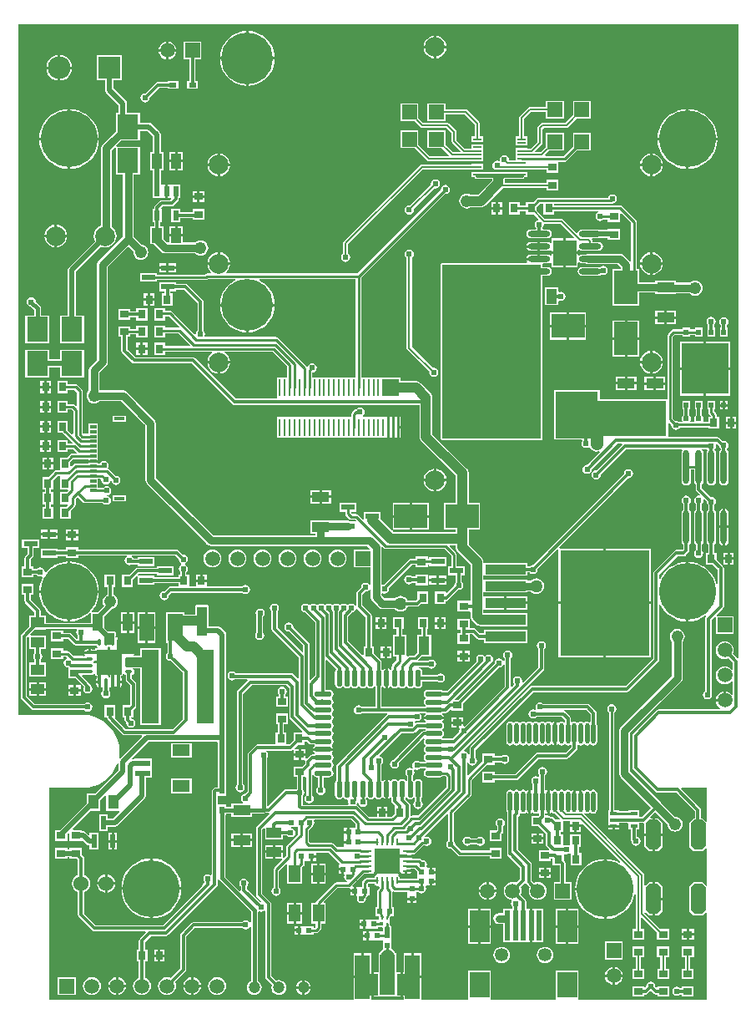
<source format=gtl>
%FSLAX25Y25*%
%MOIN*%
G70*
G01*
G75*
G04 Layer_Physical_Order=1*
G04 Layer_Color=255*
%ADD10R,0.03504X0.00906*%
%ADD11R,0.03740X0.03150*%
%ADD12R,0.05512X0.02362*%
%ADD13R,0.02362X0.02362*%
%ADD14R,0.05906X0.04134*%
%ADD15R,0.05315X0.02362*%
%ADD16R,0.02953X0.03543*%
%ADD17R,0.07087X0.04134*%
%ADD18R,0.03150X0.01969*%
%ADD19R,0.08465X0.09843*%
%ADD20R,0.01969X0.02362*%
%ADD21R,0.18898X0.20315*%
%ADD22O,0.02362X0.13583*%
%ADD23O,0.01772X0.08268*%
%ADD24R,0.05906X0.16142*%
%ADD25R,0.05906X0.17716*%
%ADD26R,0.04134X0.08661*%
%ADD27R,0.01969X0.03150*%
%ADD28R,0.05906X0.11024*%
%ADD29R,0.06102X0.02362*%
%ADD30R,0.07087X0.04724*%
%ADD31R,0.03937X0.01181*%
%ADD32R,0.02756X0.01181*%
%ADD33R,0.03150X0.03740*%
%ADD34R,0.03543X0.02953*%
%ADD35R,0.04134X0.07087*%
%ADD36R,0.05709X0.04331*%
%ADD37R,0.04331X0.07480*%
%ADD38O,0.02165X0.06890*%
%ADD39O,0.06890X0.02165*%
%ADD40R,0.00984X0.07087*%
%ADD41R,0.04331X0.05709*%
%ADD42R,0.02362X0.05512*%
%ADD43R,0.07874X0.12992*%
%ADD44R,0.07874X0.09843*%
%ADD45R,0.01969X0.12205*%
%ADD46R,0.09843X0.09843*%
%ADD47O,0.03150X0.01378*%
%ADD48O,0.01378X0.03150*%
%ADD49R,0.07087X0.29528*%
%ADD50R,0.02362X0.04134*%
%ADD51R,0.04134X0.05906*%
%ADD52R,0.13189X0.09646*%
%ADD53R,0.35827X0.42323*%
%ADD54R,0.16339X0.03937*%
%ADD55R,0.01100X0.01100*%
%ADD56R,0.01400X0.01400*%
%ADD57R,0.02362X0.02362*%
%ADD58O,0.00984X0.03150*%
%ADD59O,0.03150X0.00984*%
%ADD60R,0.04724X0.07087*%
%ADD61R,0.17126X0.18504*%
%ADD62R,0.09252X0.10236*%
%ADD63O,0.08858X0.02362*%
%ADD64R,0.05906X0.05906*%
%ADD65R,0.05906X0.05906*%
%ADD66R,0.09646X0.13189*%
%ADD67R,0.02953X0.01181*%
%ADD68C,0.04000*%
%ADD69C,0.01500*%
%ADD70C,0.00800*%
%ADD71C,0.01000*%
%ADD72C,0.01200*%
%ADD73C,0.03000*%
%ADD74C,0.02000*%
%ADD75C,0.05800*%
%ADD76C,0.08000*%
%ADD77C,0.05000*%
%ADD78R,0.00653X0.00435*%
%ADD79R,0.02142X0.00344*%
%ADD80R,0.04702X0.00344*%
%ADD81R,0.00286X0.00429*%
%ADD82R,0.00262X0.00395*%
%ADD83R,0.00248X0.00441*%
%ADD84R,0.00441X0.00236*%
%ADD85R,0.00280X0.00186*%
%ADD86R,0.06299X0.06988*%
%ADD87R,0.07776X0.02559*%
%ADD88R,0.03937X0.04715*%
%ADD89R,0.07569X0.07569*%
%ADD90R,0.04134X0.11614*%
%ADD91R,0.39400X0.69575*%
%ADD92R,0.41550X0.14150*%
%ADD93R,0.00906X0.00533*%
%ADD94R,0.00872X0.01705*%
G04:AMPARAMS|DCode=95|XSize=120mil|YSize=60mil|CornerRadius=0mil|HoleSize=0mil|Usage=FLASHONLY|Rotation=90.000|XOffset=0mil|YOffset=0mil|HoleType=Round|Shape=Octagon|*
%AMOCTAGOND95*
4,1,8,0.01500,0.06000,-0.01500,0.06000,-0.03000,0.04500,-0.03000,-0.04500,-0.01500,-0.06000,0.01500,-0.06000,0.03000,-0.04500,0.03000,0.04500,0.01500,0.06000,0.0*
%
%ADD95OCTAGOND95*%

%ADD96C,0.04724*%
%ADD97C,0.05906*%
%ADD98R,0.09055X0.09055*%
%ADD99C,0.09055*%
%ADD100C,0.22638*%
%ADD101C,0.06000*%
%ADD102C,0.05315*%
%ADD103C,0.07874*%
%ADD104C,0.20669*%
%ADD105C,0.02400*%
%ADD106C,0.05000*%
%ADD107C,0.04800*%
%ADD108C,0.02598*%
G36*
X1376631Y1315723D02*
Y1307298D01*
X1360609Y1291276D01*
X1360147Y1291468D01*
Y1292315D01*
X1358276D01*
Y1290739D01*
X1358488D01*
X1358724Y1290298D01*
X1358639Y1290171D01*
X1358499Y1289468D01*
X1358549Y1289217D01*
X1355792Y1286460D01*
X1351985D01*
X1351834Y1286561D01*
Y1287061D01*
X1352001Y1287173D01*
X1352372Y1287729D01*
X1352503Y1288386D01*
X1352372Y1289042D01*
X1352001Y1289599D01*
X1351834Y1289711D01*
Y1290211D01*
X1352001Y1290322D01*
X1352372Y1290879D01*
X1352503Y1291535D01*
X1352372Y1292192D01*
X1352001Y1292749D01*
X1351834Y1292860D01*
Y1293360D01*
X1352001Y1293472D01*
X1352372Y1294028D01*
X1352404Y1294185D01*
X1344447D01*
X1344478Y1294028D01*
X1344850Y1293472D01*
X1345017Y1293360D01*
Y1292860D01*
X1344865Y1292759D01*
X1341780D01*
X1341312Y1292666D01*
X1341254Y1292627D01*
X1340792Y1292819D01*
X1340770Y1292927D01*
X1340696Y1293038D01*
X1340974Y1293454D01*
X1341535Y1293342D01*
X1342238Y1293482D01*
X1342833Y1293879D01*
X1343231Y1294475D01*
X1343371Y1295177D01*
X1343231Y1295879D01*
X1342833Y1296475D01*
X1342875Y1296611D01*
X1344865D01*
X1345017Y1296510D01*
Y1296010D01*
X1344850Y1295898D01*
X1344478Y1295342D01*
X1344447Y1295185D01*
X1352404D01*
X1352372Y1295342D01*
X1352001Y1295898D01*
X1351834Y1296010D01*
Y1296510D01*
X1351985Y1296611D01*
X1352953D01*
X1353421Y1296704D01*
X1353818Y1296970D01*
X1353818Y1296970D01*
X1353818Y1296970D01*
X1354942Y1298094D01*
X1355404Y1297902D01*
Y1297628D01*
X1360147D01*
Y1300346D01*
X1374588Y1314787D01*
X1375179Y1314904D01*
X1375774Y1315302D01*
X1376152Y1315868D01*
X1376631Y1315723D01*
D02*
G37*
G36*
X1345017Y1290211D02*
Y1289711D01*
X1344865Y1289609D01*
X1344488D01*
X1344020Y1289516D01*
X1343623Y1289251D01*
X1332440Y1278067D01*
X1331975Y1277975D01*
X1331379Y1277577D01*
X1330982Y1276982D01*
X1330842Y1276280D01*
X1330982Y1275577D01*
X1331379Y1274982D01*
X1331975Y1274584D01*
X1332677Y1274444D01*
X1333379Y1274584D01*
X1333975Y1274982D01*
X1334373Y1275577D01*
X1334512Y1276280D01*
X1334446Y1276613D01*
X1344190Y1286357D01*
X1344576Y1286040D01*
X1344478Y1285893D01*
X1344347Y1285236D01*
X1344478Y1284580D01*
X1344850Y1284023D01*
X1345017Y1283911D01*
Y1283411D01*
X1344850Y1283300D01*
X1344478Y1282743D01*
X1344347Y1282087D01*
X1344478Y1281430D01*
X1344850Y1280873D01*
X1345017Y1280762D01*
Y1280262D01*
X1344850Y1280150D01*
X1344478Y1279594D01*
X1344347Y1278937D01*
X1344478Y1278281D01*
X1344850Y1277724D01*
X1345017Y1277612D01*
Y1277112D01*
X1344865Y1277011D01*
X1342883D01*
X1342833Y1277085D01*
X1342238Y1277483D01*
X1341535Y1277623D01*
X1340833Y1277483D01*
X1340238Y1277085D01*
X1339840Y1276490D01*
X1339700Y1275787D01*
X1339840Y1275085D01*
X1339968Y1274894D01*
X1339614Y1274540D01*
X1339482Y1274629D01*
X1338780Y1274768D01*
X1338077Y1274629D01*
X1337482Y1274231D01*
X1337084Y1273635D01*
X1336944Y1272933D01*
X1337084Y1272231D01*
X1337482Y1271635D01*
X1337556Y1271586D01*
Y1269757D01*
X1337198Y1269648D01*
X1337053D01*
X1336942Y1269816D01*
X1336385Y1270187D01*
X1335728Y1270318D01*
X1335072Y1270187D01*
X1334515Y1269816D01*
X1334404Y1269648D01*
X1333904D01*
X1333792Y1269816D01*
X1333235Y1270187D01*
X1332579Y1270318D01*
X1331922Y1270187D01*
X1331366Y1269816D01*
X1331254Y1269648D01*
X1330754D01*
X1330642Y1269816D01*
X1330086Y1270187D01*
X1329929Y1270218D01*
Y1266239D01*
Y1262262D01*
X1330086Y1262293D01*
X1330642Y1262665D01*
X1330754Y1262832D01*
X1331254D01*
X1331355Y1262680D01*
Y1261614D01*
X1331448Y1261146D01*
X1331714Y1260749D01*
X1332754Y1259708D01*
X1332569Y1259261D01*
X1332569D01*
X1332569Y1259261D01*
Y1256400D01*
X1331310Y1255140D01*
X1329832D01*
Y1256390D01*
X1325680D01*
Y1255140D01*
X1322472D01*
X1318433Y1259178D01*
X1318430Y1259193D01*
X1318165Y1259590D01*
X1317768Y1259855D01*
X1317300Y1259949D01*
X1317279Y1259987D01*
X1317571Y1260423D01*
X1317675Y1260948D01*
X1318175D01*
X1318304Y1260298D01*
X1318702Y1259702D01*
X1319298Y1259304D01*
X1320000Y1259165D01*
X1320702Y1259304D01*
X1321298Y1259702D01*
X1321696Y1260298D01*
X1321835Y1261000D01*
X1321696Y1261702D01*
X1321298Y1262298D01*
X1321102Y1262429D01*
Y1262604D01*
X1321194Y1262665D01*
X1321305Y1262832D01*
X1321805D01*
X1321917Y1262665D01*
X1322473Y1262293D01*
X1323130Y1262162D01*
X1323787Y1262293D01*
X1324343Y1262665D01*
X1324455Y1262832D01*
X1324955D01*
X1325066Y1262665D01*
X1325623Y1262293D01*
X1326280Y1262162D01*
X1326936Y1262293D01*
X1327493Y1262665D01*
X1327604Y1262832D01*
X1328104D01*
X1328216Y1262665D01*
X1328773Y1262293D01*
X1328929Y1262262D01*
Y1266239D01*
Y1270218D01*
X1328773Y1270187D01*
X1328216Y1269816D01*
X1328104Y1269648D01*
X1327604D01*
X1327503Y1269800D01*
Y1276212D01*
X1327577Y1276261D01*
X1327975Y1276857D01*
X1328115Y1277559D01*
X1327975Y1278261D01*
X1327577Y1278857D01*
X1326982Y1279255D01*
X1326280Y1279394D01*
X1326270Y1279413D01*
X1335458Y1288601D01*
X1340069D01*
X1340537Y1288694D01*
X1340934Y1288959D01*
X1342287Y1290312D01*
X1344865D01*
X1345017Y1290211D01*
D02*
G37*
G36*
X1309308Y1314124D02*
Y1314091D01*
X1308947Y1313550D01*
X1308816Y1312894D01*
Y1308169D01*
X1308947Y1307513D01*
X1309318Y1306956D01*
X1309875Y1306584D01*
X1310532Y1306454D01*
X1311188Y1306584D01*
X1311745Y1306956D01*
X1311856Y1307123D01*
X1312356D01*
X1312468Y1306956D01*
X1313025Y1306584D01*
X1313681Y1306454D01*
X1314338Y1306584D01*
X1314894Y1306956D01*
X1315006Y1307123D01*
X1315506D01*
X1315618Y1306956D01*
X1316174Y1306584D01*
X1316831Y1306454D01*
X1317487Y1306584D01*
X1318044Y1306956D01*
X1318155Y1307123D01*
X1318655D01*
X1318767Y1306956D01*
X1319324Y1306584D01*
X1319980Y1306454D01*
X1320637Y1306584D01*
X1321194Y1306956D01*
X1321305Y1307123D01*
X1321805D01*
X1321917Y1306956D01*
X1322473Y1306584D01*
X1323130Y1306454D01*
X1323787Y1306584D01*
X1324343Y1306956D01*
X1324455Y1307123D01*
X1324955D01*
X1325056Y1306972D01*
Y1299058D01*
X1319556D01*
X1319506Y1299132D01*
X1318911Y1299530D01*
X1318209Y1299670D01*
X1317506Y1299530D01*
X1316911Y1299132D01*
X1316513Y1298537D01*
X1316373Y1297835D01*
X1316513Y1297132D01*
X1316911Y1296537D01*
X1317506Y1296139D01*
X1318209Y1295999D01*
X1318911Y1296139D01*
X1319506Y1296537D01*
X1319556Y1296611D01*
X1329589D01*
X1329734Y1296133D01*
X1329599Y1296042D01*
X1309666Y1276110D01*
X1309401Y1275713D01*
X1309308Y1275245D01*
Y1269800D01*
X1308947Y1269259D01*
X1308816Y1268602D01*
Y1263878D01*
X1308947Y1263221D01*
X1309318Y1262665D01*
X1309875Y1262293D01*
X1310532Y1262162D01*
X1311188Y1262293D01*
X1311745Y1262665D01*
X1311856Y1262832D01*
X1312356D01*
X1312468Y1262665D01*
X1313025Y1262293D01*
X1313681Y1262162D01*
X1313855Y1262197D01*
X1314179Y1261827D01*
D01*
D01*
X1314179Y1261827D01*
X1314040Y1261125D01*
X1314179Y1260423D01*
X1314202Y1260390D01*
X1313966Y1259949D01*
X1296007D01*
Y1263515D01*
X1296081Y1263564D01*
X1296479Y1264160D01*
X1296619Y1264862D01*
X1296479Y1265565D01*
X1296081Y1266160D01*
X1296007Y1266210D01*
Y1271054D01*
X1297155D01*
D01*
X1297155D01*
X1297501Y1270708D01*
Y1263905D01*
X1297227Y1263723D01*
X1296829Y1263127D01*
X1296690Y1262425D01*
X1296829Y1261723D01*
X1297227Y1261127D01*
X1297823Y1260729D01*
X1298525Y1260590D01*
X1299227Y1260729D01*
X1299823Y1261127D01*
X1300221Y1261723D01*
X1300360Y1262425D01*
X1300221Y1263127D01*
X1299823Y1263723D01*
X1299744Y1263776D01*
Y1271783D01*
X1300222Y1271928D01*
X1300558Y1271425D01*
X1301115Y1271053D01*
X1301772Y1270922D01*
X1302053D01*
Y1267090D01*
X1301877Y1266973D01*
X1301479Y1266377D01*
X1301340Y1265675D01*
X1301479Y1264973D01*
X1301877Y1264377D01*
X1302473Y1263979D01*
X1303175Y1263840D01*
X1303877Y1263979D01*
X1304473Y1264377D01*
X1304871Y1264973D01*
X1305010Y1265675D01*
X1304871Y1266377D01*
X1304473Y1266973D01*
X1304297Y1267090D01*
Y1270922D01*
X1306496D01*
X1307153Y1271053D01*
X1307709Y1271425D01*
X1308081Y1271981D01*
X1308212Y1272638D01*
X1308081Y1273294D01*
X1307709Y1273851D01*
X1307542Y1273963D01*
Y1274463D01*
X1307709Y1274574D01*
X1308081Y1275131D01*
X1308212Y1275787D01*
X1308081Y1276444D01*
X1307709Y1277001D01*
X1307542Y1277112D01*
Y1277612D01*
X1307709Y1277724D01*
X1308081Y1278281D01*
X1308212Y1278937D01*
X1308081Y1279594D01*
X1307709Y1280150D01*
X1307542Y1280262D01*
Y1280762D01*
X1307709Y1280873D01*
X1308081Y1281430D01*
X1308112Y1281587D01*
X1300156D01*
X1300187Y1281430D01*
X1300558Y1280873D01*
X1300726Y1280762D01*
Y1280262D01*
X1300558Y1280150D01*
X1300500Y1280062D01*
X1299803D01*
X1299335Y1279969D01*
X1298938Y1279704D01*
X1297617Y1278383D01*
X1297155Y1278574D01*
Y1279520D01*
X1295284D01*
Y1277943D01*
X1296536D01*
X1296826Y1277749D01*
X1296984Y1277557D01*
X1296906Y1277165D01*
Y1276491D01*
X1295622Y1275206D01*
X1292412D01*
Y1271054D01*
X1293560D01*
Y1266210D01*
X1293486Y1266160D01*
X1293436Y1266086D01*
X1289387D01*
X1288919Y1265993D01*
X1288522Y1265727D01*
X1282153Y1259359D01*
X1281691Y1259550D01*
Y1278643D01*
X1282010Y1279121D01*
X1282150Y1279823D01*
X1282010Y1280525D01*
X1281613Y1281121D01*
X1281017Y1281518D01*
X1281017Y1281518D01*
X1281017D01*
Y1281518D01*
X1281021Y1281552D01*
X1291043D01*
X1291512Y1281645D01*
X1291908Y1281910D01*
X1291908Y1281910D01*
X1291908Y1281910D01*
X1291950Y1281952D01*
X1292412Y1281761D01*
Y1280520D01*
X1294283D01*
Y1282096D01*
X1292747D01*
X1292556Y1282558D01*
X1293945Y1283947D01*
X1296565D01*
Y1285194D01*
X1297623D01*
X1298446Y1284371D01*
X1298843Y1284106D01*
X1299311Y1284013D01*
X1300574D01*
X1300726Y1283911D01*
Y1283411D01*
X1300558Y1283300D01*
X1300187Y1282743D01*
X1300156Y1282587D01*
X1308112D01*
X1308081Y1282743D01*
X1307709Y1283300D01*
X1307542Y1283411D01*
Y1283911D01*
X1307709Y1284023D01*
X1308081Y1284580D01*
X1308212Y1285236D01*
X1308081Y1285893D01*
X1307709Y1286449D01*
X1307542Y1286561D01*
Y1287061D01*
X1307709Y1287173D01*
X1308081Y1287729D01*
X1308212Y1288386D01*
X1308081Y1289042D01*
X1307709Y1289599D01*
X1307542Y1289711D01*
Y1290211D01*
X1307709Y1290322D01*
X1308081Y1290879D01*
X1308212Y1291535D01*
X1308081Y1292192D01*
X1307709Y1292749D01*
X1307542Y1292860D01*
Y1293360D01*
X1307709Y1293472D01*
X1308081Y1294028D01*
X1308212Y1294685D01*
X1308081Y1295342D01*
X1307709Y1295898D01*
X1307542Y1296010D01*
Y1296510D01*
X1307709Y1296622D01*
X1308081Y1297178D01*
X1308212Y1297835D01*
X1308081Y1298491D01*
X1307709Y1299048D01*
X1307542Y1299159D01*
Y1299660D01*
X1307709Y1299771D01*
X1308081Y1300328D01*
X1308212Y1300984D01*
X1308081Y1301641D01*
X1307709Y1302197D01*
X1307542Y1302309D01*
Y1302809D01*
X1307709Y1302921D01*
X1308081Y1303477D01*
X1308212Y1304134D01*
X1308081Y1304790D01*
X1307709Y1305347D01*
X1307153Y1305719D01*
X1306496Y1305849D01*
X1305132D01*
Y1317647D01*
X1305594Y1317838D01*
X1309308Y1314124D01*
D02*
G37*
G36*
X1321119Y1334822D02*
Y1323238D01*
X1320266D01*
Y1319878D01*
X1319804Y1319687D01*
X1314132Y1325359D01*
Y1335090D01*
X1315750Y1336708D01*
X1316155Y1336789D01*
X1316751Y1337187D01*
X1317148Y1337782D01*
X1317169Y1337887D01*
X1317699Y1338241D01*
X1321119Y1334822D01*
D02*
G37*
G36*
X1469999Y1318644D02*
X1469537Y1318453D01*
X1467793Y1320197D01*
X1468028Y1320765D01*
X1468150Y1321693D01*
X1468028Y1322620D01*
X1467670Y1323485D01*
X1467101Y1324227D01*
X1466359Y1324796D01*
X1465494Y1325154D01*
X1464567Y1325276D01*
X1463640Y1325154D01*
X1462775Y1324796D01*
X1462033Y1324227D01*
X1461464Y1323485D01*
X1461106Y1322620D01*
X1460983Y1321693D01*
X1461106Y1320765D01*
X1461464Y1319901D01*
X1462033Y1319159D01*
X1462775Y1318590D01*
X1463640Y1318232D01*
X1464567Y1318110D01*
X1465494Y1318232D01*
X1466063Y1318467D01*
X1467773Y1316757D01*
Y1314129D01*
X1467299Y1313968D01*
X1467101Y1314227D01*
X1466359Y1314796D01*
X1465494Y1315154D01*
X1464567Y1315276D01*
X1463640Y1315154D01*
X1462775Y1314796D01*
X1462033Y1314227D01*
X1461464Y1313485D01*
X1461106Y1312620D01*
X1460983Y1311693D01*
X1461106Y1310765D01*
X1461464Y1309901D01*
X1462033Y1309159D01*
X1462775Y1308590D01*
X1463640Y1308232D01*
X1464567Y1308109D01*
X1465494Y1308232D01*
X1466359Y1308590D01*
X1467101Y1309159D01*
X1467299Y1309418D01*
X1467773Y1309257D01*
Y1304129D01*
X1467299Y1303968D01*
X1467101Y1304227D01*
X1466359Y1304796D01*
X1465494Y1305154D01*
X1465067Y1305210D01*
Y1301692D01*
X1464568D01*
Y1301193D01*
X1461049D01*
X1461106Y1300766D01*
X1461464Y1299901D01*
X1462033Y1299159D01*
X1462775Y1298590D01*
X1462836Y1298564D01*
X1462739Y1298074D01*
X1438135D01*
X1437667Y1297981D01*
X1437270Y1297715D01*
X1428031Y1288476D01*
X1427765Y1288079D01*
X1427672Y1287611D01*
Y1274988D01*
X1427672Y1274987D01*
X1427672D01*
X1427765Y1274519D01*
X1428031Y1274122D01*
X1436957Y1265196D01*
X1437354Y1264931D01*
X1437354Y1264931D01*
X1437354Y1264931D01*
D01*
X1437354Y1264931D01*
X1437354Y1264931D01*
X1437822Y1264838D01*
X1445046D01*
X1452553Y1257331D01*
Y1254595D01*
X1452082D01*
X1450282Y1252795D01*
Y1243195D01*
X1452082Y1241395D01*
X1455682D01*
X1457037Y1242750D01*
X1457499Y1242559D01*
Y1227831D01*
X1457037Y1227640D01*
X1455682Y1228995D01*
X1452082D01*
X1450282Y1227195D01*
Y1217595D01*
X1452082Y1215795D01*
X1455682D01*
X1457037Y1217150D01*
X1457499Y1216959D01*
Y1182224D01*
X1406111D01*
Y1182688D01*
X1406111D01*
Y1193730D01*
X1397037D01*
Y1182688D01*
X1397037D01*
Y1182578D01*
X1396684Y1182224D01*
X1371072D01*
Y1182688D01*
X1371072D01*
Y1193730D01*
X1361998D01*
Y1182688D01*
X1361998D01*
Y1182578D01*
X1361644Y1182224D01*
X1343305D01*
Y1190768D01*
X1339751D01*
Y1191267D01*
X1339252D01*
Y1200726D01*
X1336199D01*
Y1193214D01*
X1336059D01*
Y1188282D01*
Y1183353D01*
X1336199D01*
Y1182224D01*
X1323305D01*
Y1183353D01*
X1323445D01*
Y1188282D01*
Y1193214D01*
X1323305D01*
Y1200726D01*
X1320252D01*
Y1191267D01*
X1319753D01*
Y1190768D01*
X1316199D01*
Y1182224D01*
X1194724D01*
Y1266713D01*
X1208110D01*
X1208110Y1266713D01*
Y1266690D01*
X1210396Y1266870D01*
X1212625Y1267405D01*
X1214743Y1268282D01*
X1216698Y1269480D01*
X1218441Y1270969D01*
X1219930Y1272712D01*
X1221128Y1274667D01*
X1221894Y1276517D01*
X1222384Y1276420D01*
Y1273707D01*
X1213155Y1264478D01*
X1209636D01*
Y1260565D01*
X1198982Y1249911D01*
X1196939D01*
Y1245561D01*
X1201880D01*
Y1248195D01*
X1202383Y1248698D01*
X1202845Y1248507D01*
Y1245561D01*
X1207785D01*
X1207785Y1245561D01*
Y1245561D01*
X1208033Y1245664D01*
X1209378Y1244319D01*
X1209907Y1243965D01*
X1210532Y1243841D01*
X1210817D01*
Y1242117D01*
X1214380D01*
Y1248828D01*
X1210817D01*
Y1248147D01*
X1210355Y1247956D01*
X1209421Y1248890D01*
X1208892Y1249243D01*
X1208268Y1249368D01*
X1207785D01*
Y1249911D01*
X1204249D01*
X1204058Y1250373D01*
X1211254Y1257569D01*
X1215167D01*
Y1261876D01*
X1217048Y1263757D01*
X1217510Y1263566D01*
Y1257569D01*
X1222621D01*
X1222812Y1257107D01*
X1220289Y1254584D01*
X1218120D01*
Y1256309D01*
X1214557D01*
Y1249597D01*
X1218120D01*
Y1251321D01*
X1220965D01*
X1221589Y1251446D01*
X1222118Y1251799D01*
X1232748Y1262429D01*
X1233102Y1262958D01*
X1233226Y1263583D01*
X1233226Y1263583D01*
X1233226Y1263583D01*
Y1263583D01*
Y1270857D01*
X1235836D01*
Y1274419D01*
D01*
Y1274419D01*
X1235836Y1274419D01*
Y1274794D01*
X1235836D01*
Y1278356D01*
X1228534D01*
Y1278206D01*
X1228051D01*
X1227915Y1278179D01*
X1227679Y1278620D01*
X1234337Y1285278D01*
X1261794D01*
X1262148Y1284925D01*
X1262144Y1266971D01*
X1261148D01*
X1260680Y1266878D01*
X1260283Y1266613D01*
X1259910Y1266240D01*
X1259645Y1265843D01*
X1259552Y1265375D01*
Y1232119D01*
X1259111Y1231884D01*
X1258773Y1232109D01*
X1258071Y1232249D01*
X1257368Y1232109D01*
X1256773Y1231711D01*
X1256375Y1231116D01*
X1256236Y1230413D01*
X1256375Y1229711D01*
X1256773Y1229116D01*
X1255699Y1227508D01*
X1240143Y1211952D01*
X1213204D01*
X1208625Y1216530D01*
Y1225154D01*
X1209217Y1225399D01*
X1209969Y1225976D01*
X1210546Y1226728D01*
X1210909Y1227604D01*
X1211033Y1228543D01*
X1210909Y1229483D01*
X1210546Y1230359D01*
X1209969Y1231111D01*
X1209217Y1231688D01*
X1208625Y1231933D01*
Y1238563D01*
X1208532Y1239031D01*
X1208267Y1239428D01*
X1207785Y1239910D01*
Y1242824D01*
X1202845D01*
Y1242281D01*
X1201880D01*
Y1242824D01*
X1196939D01*
Y1238475D01*
X1201880D01*
Y1239018D01*
X1202845D01*
Y1238475D01*
X1205760D01*
X1206178Y1238056D01*
Y1231933D01*
X1205586Y1231688D01*
X1204834Y1231111D01*
X1204257Y1230359D01*
X1203894Y1229483D01*
X1203771Y1228543D01*
X1203894Y1227604D01*
X1204257Y1226728D01*
X1204834Y1225976D01*
X1205586Y1225399D01*
X1206178Y1225154D01*
Y1216024D01*
X1206178Y1216024D01*
X1206178D01*
X1206271Y1215555D01*
X1206536Y1215158D01*
X1211832Y1209863D01*
X1211832D01*
X1211832Y1209863D01*
X1211832Y1209863D01*
Y1209863D01*
X1212229Y1209598D01*
X1212697Y1209505D01*
X1233105D01*
X1233297Y1209043D01*
X1230867Y1206613D01*
X1230602Y1206216D01*
X1230509Y1205748D01*
Y1202175D01*
X1229715D01*
Y1197431D01*
X1230509D01*
Y1190977D01*
X1229941Y1190741D01*
X1229198Y1190172D01*
X1228629Y1189429D01*
X1228271Y1188565D01*
X1228149Y1187638D01*
X1228271Y1186710D01*
X1228629Y1185846D01*
X1229198Y1185104D01*
X1229941Y1184534D01*
X1230805Y1184177D01*
X1231732Y1184054D01*
X1232660Y1184177D01*
X1233524Y1184534D01*
X1234266Y1185104D01*
X1234836Y1185846D01*
X1235194Y1186710D01*
X1235316Y1187638D01*
X1235194Y1188565D01*
X1234836Y1189429D01*
X1234266Y1190172D01*
X1233524Y1190741D01*
X1232956Y1190977D01*
Y1197431D01*
X1233868D01*
Y1202175D01*
X1232956D01*
Y1205241D01*
X1235349Y1207635D01*
X1241339D01*
X1241807Y1207728D01*
X1242204Y1207993D01*
X1242204Y1207993D01*
X1242204Y1207993D01*
X1261640Y1227429D01*
X1261905Y1227826D01*
X1261998Y1228295D01*
X1261998Y1228295D01*
X1261998Y1228295D01*
Y1228295D01*
Y1230179D01*
X1262496Y1230228D01*
X1262508Y1230169D01*
X1262806Y1229722D01*
X1275198Y1217330D01*
Y1213148D01*
X1274720Y1213003D01*
X1274473Y1213373D01*
X1273877Y1213771D01*
X1273175Y1213910D01*
X1272473Y1213771D01*
X1271877Y1213373D01*
X1271828Y1213299D01*
X1252425D01*
X1251957Y1213205D01*
X1251560Y1212940D01*
X1247422Y1208803D01*
X1247157Y1208406D01*
X1247064Y1207937D01*
Y1194700D01*
X1243228Y1190864D01*
X1242660Y1191099D01*
X1241732Y1191221D01*
X1240805Y1191099D01*
X1239941Y1190741D01*
X1239198Y1190172D01*
X1238629Y1189429D01*
X1238271Y1188565D01*
X1238149Y1187638D01*
X1238271Y1186710D01*
X1238629Y1185846D01*
X1239198Y1185104D01*
X1239941Y1184534D01*
X1240805Y1184177D01*
X1241732Y1184054D01*
X1242660Y1184177D01*
X1243524Y1184534D01*
X1244266Y1185104D01*
X1244836Y1185846D01*
X1245194Y1186710D01*
X1245316Y1187638D01*
X1245194Y1188565D01*
X1244958Y1189133D01*
X1249152Y1193328D01*
X1249312Y1193566D01*
X1249418Y1193725D01*
X1249511Y1194193D01*
Y1207431D01*
X1252932Y1210851D01*
X1271828D01*
X1271877Y1210777D01*
X1272473Y1210379D01*
X1273175Y1210240D01*
X1273877Y1210379D01*
X1274473Y1210777D01*
X1274720Y1211147D01*
X1275198Y1211002D01*
Y1189644D01*
X1275081Y1189595D01*
X1274462Y1189120D01*
X1273987Y1188502D01*
X1273689Y1187781D01*
X1273587Y1187008D01*
X1273689Y1186235D01*
X1273987Y1185514D01*
X1274462Y1184895D01*
X1275081Y1184420D01*
X1275801Y1184122D01*
X1276575Y1184020D01*
X1277348Y1184122D01*
X1278069Y1184420D01*
X1278687Y1184895D01*
X1279162Y1185514D01*
X1279461Y1186235D01*
X1279563Y1187008D01*
X1279461Y1187781D01*
X1279162Y1188502D01*
X1278687Y1189120D01*
X1278069Y1189595D01*
X1277951Y1189644D01*
Y1217306D01*
X1278392Y1217542D01*
X1278673Y1217354D01*
X1279375Y1217215D01*
X1280077Y1217354D01*
X1280560Y1217677D01*
X1281001Y1217442D01*
Y1191200D01*
X1281095Y1190732D01*
X1281360Y1190335D01*
X1283643Y1188052D01*
X1283531Y1187781D01*
X1283430Y1187008D01*
X1283531Y1186235D01*
X1283830Y1185514D01*
X1284305Y1184895D01*
X1284923Y1184420D01*
X1285644Y1184122D01*
X1286417Y1184020D01*
X1287191Y1184122D01*
X1287911Y1184420D01*
X1288530Y1184895D01*
X1289005Y1185514D01*
X1289303Y1186235D01*
X1289405Y1187008D01*
X1289303Y1187781D01*
X1289005Y1188502D01*
X1288530Y1189120D01*
X1287911Y1189595D01*
X1287191Y1189894D01*
X1286417Y1189996D01*
X1285644Y1189894D01*
X1285374Y1189782D01*
X1283449Y1191707D01*
Y1220425D01*
X1283355Y1220893D01*
X1283090Y1221290D01*
X1279823Y1224557D01*
Y1250043D01*
X1280434Y1250654D01*
X1280896Y1250463D01*
Y1246250D01*
X1288002D01*
Y1247694D01*
X1289835D01*
X1289885Y1247620D01*
X1290480Y1247222D01*
X1291183Y1247082D01*
X1291885Y1247222D01*
X1292480Y1247620D01*
X1292878Y1248215D01*
X1293018Y1248917D01*
X1292878Y1249620D01*
X1292480Y1250215D01*
X1291885Y1250613D01*
X1291183Y1250753D01*
Y1250818D01*
X1291536Y1251172D01*
X1293120D01*
Y1251172D01*
X1293120D01*
X1293120Y1251172D01*
X1293495D01*
Y1251172D01*
X1294154D01*
Y1248290D01*
X1289732Y1243868D01*
X1289489Y1243504D01*
X1289403Y1243075D01*
X1289403Y1243075D01*
Y1239765D01*
X1288463Y1238825D01*
X1288002Y1239016D01*
Y1240740D01*
X1284949D01*
Y1238573D01*
X1287559D01*
X1287750Y1238111D01*
X1284544Y1234906D01*
X1284301Y1234542D01*
X1284216Y1234112D01*
X1284216Y1234112D01*
Y1226824D01*
X1284027Y1226698D01*
X1283629Y1226102D01*
X1283490Y1225400D01*
X1283629Y1224698D01*
X1284027Y1224102D01*
X1284623Y1223704D01*
X1285325Y1223565D01*
X1286027Y1223704D01*
X1286623Y1224102D01*
X1287021Y1224698D01*
X1287160Y1225400D01*
X1287021Y1226102D01*
X1286623Y1226698D01*
X1286459Y1226807D01*
Y1233648D01*
X1289323Y1236512D01*
X1289785Y1236320D01*
Y1228325D01*
X1295709D01*
Y1235023D01*
X1296296Y1235610D01*
X1296296Y1235610D01*
X1296539Y1235974D01*
X1296624Y1236403D01*
X1296624Y1236403D01*
Y1237577D01*
X1297284D01*
Y1237577D01*
X1297284D01*
X1297284Y1237577D01*
X1297659D01*
Y1237577D01*
X1298940D01*
Y1239359D01*
X1299439D01*
Y1239858D01*
X1301221D01*
Y1240978D01*
X1306260D01*
X1310744Y1236495D01*
X1310553Y1236033D01*
X1310227D01*
Y1234752D01*
X1312009D01*
Y1234253D01*
X1312508D01*
Y1232471D01*
X1312479D01*
X1312715Y1232030D01*
X1312629Y1231902D01*
X1312490Y1231200D01*
X1312629Y1230498D01*
X1313027Y1229902D01*
X1313592Y1229525D01*
X1313447Y1229047D01*
X1309325D01*
X1308896Y1228961D01*
X1308532Y1228718D01*
X1308532Y1228718D01*
X1301403Y1221589D01*
X1301160Y1221225D01*
X1301088Y1220863D01*
X1299234D01*
Y1212577D01*
X1301074D01*
Y1211235D01*
X1300791Y1210952D01*
X1300237D01*
Y1211611D01*
X1296675D01*
D01*
D01*
X1296675Y1211611D01*
X1296300D01*
Y1211611D01*
X1295019D01*
Y1209829D01*
Y1208049D01*
X1296300D01*
Y1208049D01*
X1296300D01*
X1296300Y1208049D01*
X1296675D01*
Y1208049D01*
X1300237D01*
Y1208709D01*
X1301255D01*
X1301255Y1208709D01*
X1301684Y1208794D01*
X1302048Y1209037D01*
X1302989Y1209978D01*
X1302989Y1209978D01*
X1303232Y1210342D01*
X1303317Y1210771D01*
X1303317Y1210771D01*
Y1212577D01*
X1305158D01*
Y1220863D01*
X1304503D01*
X1304311Y1221325D01*
X1309790Y1226803D01*
X1314400D01*
X1314400Y1226803D01*
X1314680Y1226859D01*
X1315067Y1226542D01*
Y1226000D01*
X1316348D01*
Y1227281D01*
X1315995D01*
X1315804Y1227743D01*
X1320451Y1232390D01*
X1321976D01*
X1322017Y1232397D01*
X1323059D01*
X1323485Y1232482D01*
X1323691Y1232620D01*
X1324132Y1232384D01*
Y1231927D01*
X1324590D01*
X1324825Y1231486D01*
X1324688Y1231280D01*
X1324611Y1230892D01*
X1321654D01*
X1321654Y1230892D01*
X1321225Y1230807D01*
X1320861Y1230564D01*
X1320861Y1230564D01*
X1319982Y1229685D01*
X1319739Y1229321D01*
X1319653Y1228892D01*
X1319653Y1228892D01*
Y1227281D01*
X1319004D01*
D01*
D01*
X1319004Y1227281D01*
X1318629D01*
Y1227281D01*
X1317348D01*
Y1225499D01*
Y1223718D01*
X1317494D01*
X1317730Y1223277D01*
X1317679Y1223202D01*
X1317540Y1222500D01*
X1317679Y1221798D01*
X1318077Y1221202D01*
X1318673Y1220804D01*
X1319375Y1220665D01*
X1320077Y1220804D01*
X1320673Y1221202D01*
X1321071Y1221798D01*
X1321210Y1222500D01*
X1321169Y1222708D01*
X1321578Y1223117D01*
X1321578Y1223117D01*
X1321821Y1223481D01*
X1321868Y1223718D01*
X1322566D01*
Y1227281D01*
X1321897D01*
Y1228427D01*
X1322119Y1228649D01*
X1324611D01*
X1324688Y1228262D01*
X1324929Y1227901D01*
X1325290Y1227659D01*
X1325716Y1227575D01*
X1326143Y1227659D01*
X1326553Y1227045D01*
Y1226850D01*
X1325898Y1226194D01*
X1325654Y1225831D01*
X1325569Y1225401D01*
X1325569Y1225401D01*
Y1219210D01*
X1324909D01*
Y1215648D01*
X1326235D01*
X1326509Y1215011D01*
Y1214206D01*
X1326088D01*
Y1214206D01*
X1322525D01*
D01*
D01*
X1322525Y1214206D01*
X1322151D01*
Y1214206D01*
X1320870D01*
Y1212424D01*
Y1210643D01*
X1322151D01*
Y1210643D01*
X1322151D01*
X1322151Y1210643D01*
X1322525D01*
Y1210643D01*
X1326088D01*
Y1211142D01*
X1326209D01*
X1326209Y1211142D01*
X1326209Y1211142D01*
X1327804D01*
X1328077Y1210809D01*
Y1209812D01*
X1327724Y1209458D01*
X1327569Y1209458D01*
Y1209458D01*
X1324006D01*
D01*
D01*
X1324006Y1209458D01*
X1323631D01*
Y1209458D01*
X1322350D01*
Y1207676D01*
Y1205896D01*
X1323631D01*
Y1205896D01*
X1323631D01*
X1323631Y1205896D01*
X1324006D01*
Y1205896D01*
X1327569D01*
Y1205896D01*
X1327927Y1205896D01*
Y1205521D01*
X1327928D01*
Y1202437D01*
X1327256Y1201921D01*
X1326695Y1201190D01*
X1326503Y1200726D01*
X1326199D01*
Y1193214D01*
X1324445D01*
Y1188282D01*
Y1183353D01*
X1326612D01*
Y1183384D01*
X1332892D01*
Y1183353D01*
X1335059D01*
Y1188282D01*
Y1193214D01*
X1333305D01*
Y1200726D01*
X1333002D01*
X1332809Y1201190D01*
X1332248Y1201921D01*
X1331517Y1202482D01*
X1331490Y1202494D01*
Y1205521D01*
D01*
Y1205521D01*
X1331490Y1205521D01*
Y1205896D01*
X1331490D01*
Y1209458D01*
X1331340D01*
Y1210809D01*
X1331216Y1211433D01*
X1330862Y1211962D01*
X1330809Y1211998D01*
Y1213442D01*
Y1215053D01*
X1331018Y1215648D01*
X1332409D01*
Y1219210D01*
X1331749D01*
Y1225141D01*
X1332190Y1225377D01*
X1332243Y1225342D01*
X1332672Y1225256D01*
X1337786D01*
Y1224597D01*
X1337786Y1224597D01*
X1337786Y1224222D01*
X1337786D01*
Y1222941D01*
X1341348D01*
Y1224222D01*
D01*
Y1224222D01*
X1341348Y1224222D01*
Y1224597D01*
X1341348D01*
Y1225256D01*
X1341958D01*
X1342076Y1225080D01*
X1342671Y1224682D01*
X1343373Y1224543D01*
X1344076Y1224682D01*
X1344671Y1225080D01*
X1345069Y1225676D01*
X1345209Y1226378D01*
X1345069Y1227080D01*
X1344973Y1227224D01*
X1345204Y1227656D01*
X1345579D01*
Y1227656D01*
X1346860D01*
Y1229438D01*
X1347359D01*
Y1229937D01*
X1349141D01*
Y1230973D01*
X1349141Y1230973D01*
D01*
D01*
X1349141Y1231218D01*
Y1231226D01*
Y1231272D01*
X1349141Y1231327D01*
X1349141Y1231571D01*
X1349141Y1231571D01*
X1349141D01*
Y1232608D01*
X1347359D01*
Y1233107D01*
X1346860D01*
Y1234889D01*
X1345686D01*
X1345450Y1235330D01*
X1345496Y1235398D01*
X1345635Y1236100D01*
X1345496Y1236802D01*
X1345098Y1237398D01*
X1344502Y1237796D01*
X1343800Y1237935D01*
X1343592Y1237894D01*
X1343245Y1238241D01*
X1342881Y1238484D01*
X1342452Y1238570D01*
X1342452Y1238570D01*
X1340072D01*
X1339442Y1238990D01*
X1339393Y1238916D01*
X1337330D01*
Y1239917D01*
X1339393D01*
X1339201Y1240204D01*
X1339219Y1240263D01*
X1340213D01*
X1340213Y1240263D01*
X1340643Y1240349D01*
X1341006Y1240592D01*
X1344193Y1243778D01*
X1344650D01*
X1344798Y1243679D01*
X1345500Y1243540D01*
X1346202Y1243679D01*
X1346798Y1244077D01*
X1347196Y1244673D01*
X1347335Y1245375D01*
X1347196Y1246077D01*
X1346798Y1246673D01*
X1346202Y1247071D01*
X1345500Y1247210D01*
X1345079Y1247127D01*
X1344844Y1247568D01*
X1353541Y1256265D01*
X1354003Y1256074D01*
Y1245615D01*
X1353827Y1245498D01*
X1353429Y1244902D01*
X1353290Y1244200D01*
X1353429Y1243498D01*
X1353827Y1242902D01*
X1354423Y1242504D01*
X1355125Y1242365D01*
X1355333Y1242406D01*
X1357981Y1239758D01*
X1357981Y1239758D01*
X1358345Y1239515D01*
X1358345Y1239515D01*
X1358345Y1239515D01*
D01*
X1358345Y1239515D01*
X1358345Y1239515D01*
X1358774Y1239430D01*
X1358774Y1239430D01*
X1370561D01*
Y1238376D01*
X1375502D01*
Y1242726D01*
X1370561D01*
Y1241673D01*
X1359238D01*
X1356919Y1243992D01*
X1356960Y1244200D01*
X1356821Y1244902D01*
X1356423Y1245498D01*
X1356247Y1245615D01*
Y1256710D01*
X1363043Y1263507D01*
X1363043Y1263507D01*
X1363286Y1263871D01*
X1363286Y1263871D01*
X1363286Y1263871D01*
X1363372Y1264300D01*
X1363372Y1264300D01*
Y1269856D01*
X1369490Y1275975D01*
X1372549D01*
Y1276926D01*
X1375228D01*
X1375277Y1276852D01*
X1375873Y1276454D01*
X1376575Y1276314D01*
X1377277Y1276454D01*
X1377872Y1276852D01*
X1378270Y1277447D01*
X1378410Y1278150D01*
X1378270Y1278852D01*
X1377872Y1279447D01*
X1377277Y1279845D01*
X1376575Y1279985D01*
X1375873Y1279845D01*
X1375277Y1279447D01*
X1375228Y1279373D01*
X1372549D01*
Y1280324D01*
X1367609D01*
Y1277266D01*
X1362010Y1271667D01*
X1361549Y1271859D01*
Y1276900D01*
X1362046Y1276949D01*
X1362084Y1276758D01*
X1362482Y1276163D01*
X1363077Y1275765D01*
X1363780Y1275625D01*
X1364482Y1275765D01*
X1365077Y1276163D01*
X1365475Y1276758D01*
X1365615Y1277461D01*
X1365475Y1278163D01*
X1365077Y1278758D01*
X1365003Y1278808D01*
Y1281875D01*
X1388105Y1304977D01*
X1425394D01*
X1425862Y1305070D01*
X1426259Y1305336D01*
X1426259Y1305336D01*
X1426259Y1305336D01*
X1437992Y1317069D01*
X1438257Y1317466D01*
X1438350Y1317934D01*
X1438350Y1317934D01*
X1438350Y1317934D01*
Y1317934D01*
Y1339842D01*
X1438841Y1339940D01*
X1438993Y1339572D01*
X1439973Y1337973D01*
X1441192Y1336546D01*
X1442618Y1335328D01*
X1444218Y1334347D01*
X1445951Y1333629D01*
X1447775Y1333191D01*
X1449146Y1333084D01*
Y1344999D01*
Y1356916D01*
X1447775Y1356809D01*
X1445951Y1356371D01*
X1444218Y1355653D01*
X1442618Y1354672D01*
X1441192Y1353454D01*
X1439973Y1352027D01*
X1438993Y1350428D01*
X1438841Y1350060D01*
X1438350Y1350158D01*
Y1351876D01*
X1445684Y1359210D01*
X1448090D01*
X1448559Y1359303D01*
X1448956Y1359568D01*
X1450058Y1360670D01*
X1450323Y1361067D01*
X1450416Y1361535D01*
Y1363931D01*
X1450477Y1363972D01*
X1450871Y1364561D01*
X1451009Y1365256D01*
Y1376476D01*
X1450871Y1377171D01*
X1450477Y1377761D01*
X1450416Y1377801D01*
Y1380267D01*
X1450491Y1380317D01*
X1450889Y1380912D01*
X1451028Y1381614D01*
X1450889Y1382316D01*
X1450491Y1382912D01*
X1449895Y1383310D01*
X1449193Y1383449D01*
X1448491Y1383310D01*
X1447895Y1382912D01*
X1447497Y1382316D01*
X1447358Y1381614D01*
X1447497Y1380912D01*
X1447895Y1380317D01*
X1447969Y1380267D01*
Y1377801D01*
X1447909Y1377761D01*
X1447515Y1377171D01*
X1447377Y1376476D01*
Y1365256D01*
X1447515Y1364561D01*
X1447909Y1363972D01*
X1447969Y1363931D01*
Y1362042D01*
X1447584Y1361657D01*
X1445177D01*
X1444709Y1361563D01*
X1444312Y1361298D01*
X1436262Y1353248D01*
X1435996Y1352851D01*
X1435903Y1352383D01*
Y1318441D01*
X1424887Y1307424D01*
X1387598D01*
X1387130Y1307331D01*
X1386733Y1307066D01*
X1362914Y1283247D01*
X1362649Y1282850D01*
X1362556Y1282382D01*
Y1280137D01*
X1362058Y1280088D01*
X1362030Y1280230D01*
X1361632Y1280825D01*
X1361037Y1281223D01*
X1360335Y1281363D01*
X1360183Y1281647D01*
X1392105Y1313569D01*
X1392371Y1313966D01*
X1392464Y1314434D01*
X1392464Y1314434D01*
X1392464Y1314434D01*
Y1314434D01*
Y1322078D01*
X1392538Y1322128D01*
X1392936Y1322723D01*
X1393075Y1323425D01*
X1392936Y1324127D01*
X1392538Y1324723D01*
X1391943Y1325121D01*
X1391240Y1325261D01*
X1390538Y1325121D01*
X1389942Y1324723D01*
X1389545Y1324127D01*
X1389405Y1323425D01*
X1389545Y1322723D01*
X1389942Y1322128D01*
X1390017Y1322078D01*
Y1314941D01*
X1383926Y1308850D01*
X1383484Y1309086D01*
X1383552Y1309425D01*
X1383412Y1310127D01*
X1383014Y1310723D01*
X1382419Y1311121D01*
X1381717Y1311260D01*
X1381014Y1311121D01*
X1380419Y1310723D01*
X1380021Y1310127D01*
X1379881Y1309425D01*
X1380021Y1308723D01*
X1380419Y1308127D01*
X1379939Y1307409D01*
X1379540Y1307010D01*
X1379078Y1307201D01*
Y1318436D01*
X1379152Y1318486D01*
X1379550Y1319081D01*
X1379690Y1319783D01*
X1379550Y1320486D01*
X1379152Y1321081D01*
X1378557Y1321479D01*
X1377854Y1321619D01*
X1377152Y1321479D01*
X1376557Y1321081D01*
X1376159Y1320486D01*
X1376019Y1319783D01*
X1376159Y1319081D01*
X1376557Y1318486D01*
X1376631Y1318436D01*
Y1317477D01*
X1376152Y1317332D01*
X1375774Y1317897D01*
X1375179Y1318295D01*
X1374477Y1318435D01*
X1373774Y1318295D01*
X1373179Y1317897D01*
X1372781Y1317302D01*
X1372641Y1316600D01*
X1372691Y1316350D01*
X1358122Y1301781D01*
X1356737D01*
X1356546Y1302243D01*
X1370551Y1316248D01*
X1370893Y1316316D01*
X1371488Y1316714D01*
X1371886Y1317309D01*
X1372026Y1318012D01*
X1371886Y1318714D01*
X1371488Y1319310D01*
X1370893Y1319707D01*
X1370191Y1319847D01*
X1369488Y1319707D01*
X1368893Y1319310D01*
X1368435D01*
X1368392Y1319374D01*
X1367797Y1319772D01*
X1367094Y1319911D01*
X1366392Y1319772D01*
X1365797Y1319374D01*
X1365399Y1318778D01*
X1365259Y1318076D01*
X1365399Y1317374D01*
X1365508Y1317211D01*
X1353654Y1305357D01*
X1351985D01*
X1351444Y1305719D01*
X1350787Y1305849D01*
X1346063D01*
X1345407Y1305719D01*
X1344850Y1305347D01*
X1344478Y1304790D01*
X1344347Y1304134D01*
X1344478Y1303477D01*
X1344850Y1302921D01*
X1345017Y1302809D01*
Y1302309D01*
X1344850Y1302197D01*
X1344478Y1301641D01*
X1344347Y1300984D01*
X1344478Y1300328D01*
X1344850Y1299771D01*
X1345017Y1299660D01*
Y1299159D01*
X1344865Y1299058D01*
X1327503D01*
Y1306972D01*
X1327604Y1307123D01*
X1328104D01*
X1328216Y1306956D01*
X1328773Y1306584D01*
X1328929Y1306553D01*
Y1310530D01*
Y1314510D01*
X1328773Y1314479D01*
X1328216Y1314107D01*
X1328104Y1313940D01*
X1327604D01*
X1327503Y1314091D01*
Y1316929D01*
X1327410Y1317397D01*
X1327145Y1317794D01*
X1324419Y1320520D01*
Y1323238D01*
X1323566D01*
Y1335328D01*
X1323473Y1335797D01*
X1323208Y1336193D01*
X1319788Y1339613D01*
Y1343846D01*
X1320942Y1345000D01*
X1321029Y1344982D01*
X1321731Y1345122D01*
X1322327Y1345520D01*
X1322624Y1345964D01*
X1323102Y1345819D01*
Y1342768D01*
X1323265Y1341949D01*
X1323265Y1341949D01*
X1323265Y1341949D01*
X1323729Y1341255D01*
X1326242Y1338742D01*
X1326937Y1338278D01*
X1326937Y1338278D01*
X1326937Y1338278D01*
D01*
X1326937Y1338278D01*
X1326937Y1338278D01*
X1327756Y1338115D01*
X1332775D01*
X1332828Y1338045D01*
X1333476Y1337548D01*
X1334230Y1337236D01*
X1335039Y1337129D01*
X1335849Y1337236D01*
X1336603Y1337548D01*
X1337250Y1338045D01*
X1337747Y1338692D01*
X1337888Y1339032D01*
X1341634D01*
X1342102Y1339126D01*
X1342499Y1339391D01*
X1342499Y1339391D01*
X1342499Y1339391D01*
X1343158Y1340050D01*
X1346072D01*
Y1344990D01*
X1341723D01*
Y1342075D01*
X1341127Y1341479D01*
X1337888D01*
X1337747Y1341819D01*
X1337250Y1342467D01*
X1336603Y1342964D01*
X1335849Y1343276D01*
X1335039Y1343383D01*
X1334230Y1343276D01*
X1333476Y1342964D01*
X1332828Y1342467D01*
X1332775Y1342397D01*
X1328643D01*
X1327384Y1343655D01*
Y1344142D01*
X1327825Y1344378D01*
X1327841Y1344367D01*
X1328543Y1344228D01*
X1329246Y1344367D01*
X1329841Y1344765D01*
X1330239Y1345361D01*
X1330379Y1346063D01*
X1330317Y1346375D01*
X1339608Y1355666D01*
X1341034D01*
Y1354715D01*
X1345974D01*
Y1355965D01*
X1346525D01*
Y1355305D01*
X1353237D01*
Y1358868D01*
X1346525D01*
Y1358208D01*
X1345974D01*
Y1359065D01*
X1341034D01*
Y1358113D01*
X1339101D01*
X1338633Y1358020D01*
X1338236Y1357755D01*
X1328338Y1347857D01*
X1327841Y1347759D01*
X1327825Y1347748D01*
X1327384Y1347984D01*
Y1362699D01*
X1327846Y1362890D01*
X1328390Y1362347D01*
X1328753Y1362104D01*
X1329183Y1362019D01*
X1329183Y1362019D01*
X1352537D01*
X1355276Y1359280D01*
Y1355128D01*
X1354006D01*
Y1351565D01*
X1357044D01*
Y1348887D01*
X1356970Y1348837D01*
X1356572Y1348242D01*
X1356433Y1347539D01*
X1356450Y1347452D01*
X1353621Y1344623D01*
X1353159Y1344814D01*
Y1344990D01*
X1348809D01*
Y1340050D01*
X1353159D01*
Y1341296D01*
X1353248D01*
X1353716Y1341389D01*
X1354113Y1341654D01*
X1358180Y1345722D01*
X1358268Y1345704D01*
X1358970Y1345844D01*
X1359565Y1346242D01*
X1359963Y1346837D01*
X1360103Y1347539D01*
X1359963Y1348242D01*
X1359565Y1348837D01*
X1359491Y1348887D01*
Y1351565D01*
X1360717D01*
Y1355128D01*
X1357519D01*
Y1359744D01*
X1357519Y1359744D01*
X1357434Y1360173D01*
X1357191Y1360537D01*
X1357191Y1360537D01*
X1354572Y1363156D01*
X1354763Y1363618D01*
X1357023D01*
Y1362795D01*
X1357023Y1362795D01*
X1357113Y1362117D01*
X1357375Y1361484D01*
X1357791Y1360941D01*
X1362929Y1355803D01*
Y1341348D01*
X1362706D01*
Y1341348D01*
X1357766D01*
Y1336998D01*
X1362706D01*
D01*
X1362706D01*
X1362929Y1336776D01*
Y1335236D01*
X1362929Y1335236D01*
X1363008Y1334637D01*
X1362938Y1334558D01*
Y1334558D01*
X1362678Y1334261D01*
D01*
X1357766D01*
Y1329912D01*
X1359013D01*
Y1329232D01*
Y1328553D01*
X1357766D01*
Y1324203D01*
X1362706D01*
Y1328009D01*
X1363765D01*
X1365473Y1326300D01*
X1365870Y1326035D01*
X1366339Y1325942D01*
X1368199D01*
Y1324597D01*
X1385738D01*
Y1329734D01*
X1368199D01*
Y1328389D01*
X1366845D01*
X1365137Y1330097D01*
X1364740Y1330363D01*
X1364272Y1330456D01*
X1362706D01*
Y1334029D01*
X1362724Y1334032D01*
Y1334032D01*
X1363188Y1334124D01*
Y1334124D01*
X1363197Y1334126D01*
X1363280Y1333925D01*
X1363697Y1333382D01*
X1365075Y1332004D01*
X1365075Y1332004D01*
X1365618Y1331587D01*
X1365880Y1331479D01*
X1366250Y1331325D01*
X1366929Y1331236D01*
X1366929Y1331236D01*
X1377953D01*
X1378362Y1331290D01*
X1385738D01*
Y1336427D01*
X1378362D01*
X1377953Y1336481D01*
X1368174D01*
Y1337983D01*
X1368174D01*
X1368199D01*
X1368527Y1337983D01*
X1368527Y1337983D01*
Y1337983D01*
X1376468D01*
Y1340550D01*
Y1343120D01*
X1368527D01*
X1368527Y1343120D01*
Y1343120D01*
X1368199Y1343120D01*
X1368174Y1343145D01*
Y1344676D01*
X1368174D01*
X1368199D01*
X1368527Y1344676D01*
X1368527Y1344676D01*
Y1344676D01*
X1385738D01*
Y1345103D01*
X1387007D01*
X1387061Y1345033D01*
X1387708Y1344536D01*
X1388462Y1344224D01*
X1389272Y1344117D01*
X1390081Y1344224D01*
X1390835Y1344536D01*
X1391483Y1345033D01*
X1391980Y1345681D01*
X1392292Y1346435D01*
X1392398Y1347244D01*
X1392292Y1348053D01*
X1391980Y1348808D01*
X1391483Y1349455D01*
X1390835Y1349952D01*
X1390081Y1350264D01*
X1389272Y1350371D01*
X1388462Y1350264D01*
X1387708Y1349952D01*
X1387061Y1349455D01*
X1387007Y1349385D01*
X1385738D01*
Y1349813D01*
X1368527D01*
X1368527Y1349813D01*
Y1349813D01*
X1368199Y1349813D01*
X1368174Y1349838D01*
Y1351369D01*
X1368174D01*
X1368199D01*
X1368527Y1351369D01*
X1368527Y1351369D01*
Y1351369D01*
X1385738D01*
Y1352713D01*
X1386546D01*
X1386596Y1352639D01*
X1387191Y1352242D01*
X1387894Y1352102D01*
X1388596Y1352242D01*
X1389191Y1352639D01*
X1389589Y1353235D01*
X1389729Y1353937D01*
X1389711Y1354025D01*
X1397560Y1361873D01*
X1398022Y1361682D01*
Y1341051D01*
X1416035D01*
Y1362313D01*
X1398653D01*
X1398462Y1362774D01*
X1425944Y1390257D01*
X1426032Y1390240D01*
X1426734Y1390379D01*
X1427329Y1390777D01*
X1427727Y1391373D01*
X1427867Y1392075D01*
X1427727Y1392777D01*
X1427329Y1393373D01*
X1426734Y1393771D01*
X1426032Y1393910D01*
X1425329Y1393771D01*
X1424734Y1393373D01*
X1424336Y1392777D01*
X1424196Y1392075D01*
X1424214Y1391987D01*
X1387981Y1355755D01*
X1387894Y1355772D01*
X1387191Y1355633D01*
X1386596Y1355235D01*
X1386546Y1355161D01*
X1385738D01*
Y1356505D01*
X1368527D01*
X1368527Y1356505D01*
Y1356505D01*
X1368199Y1356505D01*
X1368174Y1356531D01*
Y1356890D01*
X1368174Y1356890D01*
X1368084Y1357568D01*
X1367822Y1358201D01*
X1367406Y1358744D01*
X1367406Y1358744D01*
X1362268Y1363881D01*
Y1366240D01*
Y1369676D01*
X1366840D01*
Y1380521D01*
X1362268D01*
Y1392404D01*
X1362268Y1392404D01*
X1362179Y1393083D01*
X1361917Y1393716D01*
X1361500Y1394259D01*
X1361500Y1394259D01*
X1347800Y1407959D01*
Y1420768D01*
Y1422539D01*
X1347800Y1422539D01*
X1347710Y1423218D01*
X1347557Y1423589D01*
X1347448Y1423851D01*
X1347031Y1424394D01*
X1347031Y1424394D01*
X1343193Y1428232D01*
X1342650Y1428649D01*
X1342017Y1428911D01*
X1341339Y1429000D01*
X1341339Y1429000D01*
X1335147D01*
Y1430521D01*
X1319429D01*
Y1470476D01*
X1352684Y1503731D01*
X1352892Y1503690D01*
X1353594Y1503829D01*
X1354189Y1504227D01*
X1354587Y1504823D01*
X1354727Y1505525D01*
X1354587Y1506227D01*
X1354189Y1506823D01*
X1353594Y1507221D01*
X1352892Y1507360D01*
X1352189Y1507221D01*
X1351594Y1506823D01*
X1351196Y1506227D01*
X1351056Y1505525D01*
X1351098Y1505317D01*
X1317785Y1472005D01*
X1265446D01*
X1265286Y1472478D01*
X1265637Y1472748D01*
X1266365Y1473696D01*
X1266822Y1474800D01*
X1266912Y1475484D01*
X1257891D01*
X1257981Y1474800D01*
X1258438Y1473696D01*
X1259166Y1472748D01*
X1259517Y1472478D01*
X1259357Y1472005D01*
X1257695D01*
X1257695Y1472005D01*
X1257265Y1471920D01*
X1256901Y1471677D01*
X1256819Y1471594D01*
X1237805D01*
Y1472254D01*
X1231093D01*
Y1468691D01*
X1237805D01*
Y1469351D01*
X1257283D01*
X1257283Y1469351D01*
X1257713Y1469436D01*
X1258076Y1469679D01*
X1258159Y1469762D01*
X1268862D01*
X1268959Y1469271D01*
X1268839Y1469222D01*
X1267372Y1468322D01*
X1266063Y1467205D01*
X1264945Y1465896D01*
X1264046Y1464428D01*
X1263387Y1462838D01*
X1262986Y1461165D01*
X1262890Y1459949D01*
X1284748D01*
X1284652Y1461165D01*
X1284251Y1462838D01*
X1283592Y1464428D01*
X1282693Y1465896D01*
X1281575Y1467205D01*
X1280266Y1468322D01*
X1278798Y1469222D01*
X1278678Y1469271D01*
X1278776Y1469762D01*
X1317185D01*
Y1430521D01*
X1299744D01*
Y1432466D01*
X1299803Y1432515D01*
X1300506Y1432655D01*
X1301101Y1433053D01*
X1301499Y1433648D01*
X1301638Y1434350D01*
X1301499Y1435053D01*
X1301101Y1435648D01*
X1300506Y1436046D01*
X1299803Y1436186D01*
X1299101Y1436046D01*
X1298505Y1435648D01*
X1298108Y1435053D01*
X1298082Y1434924D01*
X1297591Y1434826D01*
X1297447Y1435043D01*
X1297447Y1435043D01*
X1286162Y1446328D01*
X1285798Y1446571D01*
X1285369Y1446656D01*
X1285369Y1446656D01*
X1257026D01*
X1256790Y1447097D01*
X1256814Y1447132D01*
X1256953Y1447835D01*
X1256814Y1448537D01*
X1256416Y1449132D01*
X1256342Y1449182D01*
Y1460728D01*
X1256248Y1461197D01*
X1255983Y1461594D01*
X1249979Y1467597D01*
X1249582Y1467863D01*
X1249114Y1467956D01*
X1245285D01*
Y1468513D01*
X1238573D01*
Y1464951D01*
X1240706D01*
Y1464084D01*
X1239557D01*
Y1459144D01*
X1243907D01*
Y1464084D01*
X1243153D01*
Y1464951D01*
X1245285D01*
Y1465509D01*
X1248607D01*
X1253895Y1460222D01*
Y1449182D01*
X1253820Y1449132D01*
X1253423Y1448537D01*
X1253301Y1447925D01*
X1252822Y1447780D01*
X1243707Y1456895D01*
X1243343Y1457139D01*
X1242913Y1457224D01*
X1242913Y1457224D01*
X1240954D01*
Y1458179D01*
X1236605D01*
Y1453239D01*
X1240954D01*
Y1454981D01*
X1242449D01*
X1246535Y1450895D01*
X1246344Y1450433D01*
X1240954D01*
Y1451289D01*
X1236605D01*
Y1446349D01*
X1240954D01*
Y1448190D01*
X1246287D01*
X1250964Y1443513D01*
X1250773Y1443051D01*
X1240954D01*
Y1444399D01*
X1236605D01*
Y1439459D01*
X1240954D01*
Y1440808D01*
X1259636D01*
X1259797Y1440334D01*
X1259166Y1439850D01*
X1258438Y1438902D01*
X1257981Y1437799D01*
X1257891Y1437114D01*
X1266912D01*
X1266822Y1437799D01*
X1266365Y1438902D01*
X1265637Y1439850D01*
X1264690Y1440577D01*
X1264736Y1440808D01*
X1283984D01*
X1289627Y1435165D01*
Y1430521D01*
X1285719D01*
Y1422235D01*
D01*
Y1422235D01*
X1285475Y1421991D01*
X1269208D01*
X1252932Y1438267D01*
X1252535Y1438532D01*
X1252067Y1438625D01*
X1229050D01*
X1225928Y1441747D01*
Y1446743D01*
X1227076D01*
Y1447697D01*
X1229518D01*
Y1446349D01*
X1233868D01*
Y1451289D01*
X1229518D01*
Y1449940D01*
X1227076D01*
Y1450895D01*
X1222333D01*
Y1446743D01*
X1223481D01*
Y1441240D01*
X1223481Y1441240D01*
X1223481D01*
X1223574Y1440772D01*
X1223839Y1440375D01*
X1227678Y1436536D01*
X1227678D01*
X1227678Y1436536D01*
X1227678Y1436536D01*
Y1436536D01*
X1228075Y1436271D01*
X1228543Y1436178D01*
X1251560D01*
X1267836Y1419903D01*
X1268233Y1419637D01*
X1268701Y1419544D01*
X1342555D01*
Y1406873D01*
X1342555Y1406873D01*
X1342644Y1406194D01*
X1342906Y1405562D01*
X1343323Y1405019D01*
X1357023Y1391318D01*
Y1380521D01*
X1352451D01*
Y1369676D01*
X1357023D01*
Y1368863D01*
X1332187D01*
X1331926Y1369123D01*
X1331926Y1369623D01*
X1331979Y1369676D01*
D01*
D01*
D01*
X1331999D01*
Y1369676D01*
X1338673D01*
Y1374598D01*
X1331979D01*
Y1369724D01*
X1331962Y1369717D01*
D01*
X1331517Y1369532D01*
X1331517D01*
D01*
X1326978Y1374071D01*
Y1376781D01*
X1320463D01*
Y1374099D01*
X1320001Y1373908D01*
X1318171Y1375738D01*
X1317807Y1375981D01*
X1317378Y1376066D01*
X1317378Y1376066D01*
X1315678D01*
X1315196Y1376547D01*
Y1376959D01*
X1317332D01*
Y1380521D01*
X1310817D01*
Y1376959D01*
X1312953D01*
Y1376083D01*
X1312953Y1376083D01*
X1313039Y1375653D01*
X1313282Y1375290D01*
X1314420Y1374152D01*
X1314420Y1374152D01*
X1314784Y1373908D01*
X1315213Y1373823D01*
X1316914D01*
X1317234Y1373503D01*
X1317043Y1373041D01*
X1315189D01*
X1314894Y1373238D01*
X1314075Y1373401D01*
X1307293D01*
Y1373631D01*
X1299006D01*
Y1368298D01*
X1301009D01*
Y1367496D01*
X1260237D01*
X1237331Y1390402D01*
Y1412292D01*
X1237168Y1413111D01*
X1236704Y1413806D01*
X1225768Y1424742D01*
X1225073Y1425206D01*
X1224253Y1425369D01*
X1214740D01*
Y1432479D01*
X1217459Y1435199D01*
X1217923Y1435893D01*
X1217923Y1435893D01*
X1217923Y1435893D01*
X1218086Y1436713D01*
Y1474704D01*
X1225963Y1482581D01*
X1226463D01*
X1228253Y1480792D01*
X1228224Y1480575D01*
X1228327Y1479792D01*
X1228629Y1479062D01*
X1229110Y1478435D01*
X1229737Y1477954D01*
X1230467Y1477652D01*
X1231250Y1477549D01*
X1232033Y1477652D01*
X1232763Y1477954D01*
X1233390Y1478435D01*
X1233871Y1479062D01*
X1234173Y1479792D01*
X1234276Y1480575D01*
X1234173Y1481358D01*
X1233871Y1482088D01*
X1233390Y1482715D01*
X1232763Y1483195D01*
X1232033Y1483498D01*
X1231538Y1483563D01*
X1228355Y1486746D01*
Y1511486D01*
X1230873D01*
Y1522529D01*
X1221661D01*
X1221469Y1522991D01*
X1223548Y1525069D01*
X1230873D01*
Y1528959D01*
X1233793D01*
X1236065Y1526686D01*
Y1520383D01*
X1235030D01*
Y1513278D01*
X1236164D01*
Y1507588D01*
X1236014D01*
Y1502254D01*
X1239576D01*
Y1502254D01*
X1239754D01*
X1239930Y1502254D01*
X1239930Y1502254D01*
Y1502254D01*
X1241035D01*
Y1504920D01*
Y1507588D01*
X1239930D01*
X1239930Y1507588D01*
Y1507588D01*
X1239754Y1507588D01*
X1239576D01*
Y1507588D01*
X1239427Y1507588D01*
Y1513278D01*
X1240364D01*
Y1520383D01*
X1239328D01*
Y1527362D01*
X1239204Y1527987D01*
X1238850Y1528516D01*
X1235622Y1531744D01*
X1235093Y1532098D01*
X1234469Y1532222D01*
X1230873D01*
Y1536112D01*
X1225704D01*
Y1539904D01*
X1225579Y1540528D01*
X1225226Y1541058D01*
X1220293Y1545991D01*
Y1549006D01*
X1223789D01*
Y1559261D01*
X1213534D01*
Y1549006D01*
X1217030D01*
Y1545315D01*
X1217030Y1545315D01*
X1217030D01*
X1217154Y1544691D01*
X1217508Y1544161D01*
X1222441Y1539228D01*
Y1536112D01*
X1221208D01*
Y1528786D01*
X1216006Y1523583D01*
X1215541Y1522889D01*
X1215378Y1522069D01*
Y1491211D01*
X1214732Y1490943D01*
X1213784Y1490216D01*
X1213057Y1489268D01*
X1212599Y1488164D01*
X1212444Y1486980D01*
X1212599Y1485795D01*
X1212952Y1484944D01*
X1202587Y1474579D01*
X1202233Y1474049D01*
X1202109Y1473425D01*
Y1455226D01*
X1198908D01*
Y1444184D01*
X1208572D01*
Y1455226D01*
X1205371D01*
Y1472750D01*
X1215373Y1482751D01*
X1215835Y1482559D01*
X1217020Y1482404D01*
X1218204Y1482559D01*
X1219308Y1483017D01*
X1220255Y1483744D01*
X1220983Y1484692D01*
X1221440Y1485795D01*
X1221596Y1486980D01*
X1221440Y1488164D01*
X1220983Y1489268D01*
X1220255Y1490216D01*
X1219661Y1490672D01*
Y1521182D01*
X1220747Y1522268D01*
X1221208Y1522077D01*
Y1511486D01*
X1224072D01*
Y1486746D01*
X1214431Y1477105D01*
X1213967Y1476410D01*
X1213804Y1475591D01*
Y1437599D01*
X1211084Y1434880D01*
X1210620Y1434186D01*
X1210457Y1433366D01*
Y1425366D01*
X1209978Y1424741D01*
X1209676Y1424012D01*
X1209573Y1423228D01*
X1209676Y1422445D01*
X1209978Y1421715D01*
X1210459Y1421089D01*
X1211086Y1420608D01*
X1211815Y1420306D01*
X1212598Y1420202D01*
X1213382Y1420306D01*
X1214111Y1420608D01*
X1214736Y1421087D01*
X1223367D01*
X1233049Y1411405D01*
Y1389515D01*
X1233212Y1388696D01*
X1233212Y1388696D01*
X1233212Y1388696D01*
X1233676Y1388001D01*
X1257836Y1363840D01*
X1258531Y1363376D01*
X1258531Y1363376D01*
X1258531Y1363376D01*
D01*
X1258531Y1363376D01*
X1258531Y1363376D01*
X1259350Y1363213D01*
X1321849D01*
X1322780Y1362282D01*
X1322589Y1361821D01*
X1316329D01*
Y1354715D01*
X1323102D01*
Y1347816D01*
X1322624Y1347671D01*
X1322327Y1348115D01*
X1321731Y1348513D01*
X1321029Y1348653D01*
X1320327Y1348513D01*
X1319731Y1348115D01*
X1319333Y1347520D01*
X1319194Y1346818D01*
X1319211Y1346730D01*
X1317699Y1345218D01*
X1317434Y1344821D01*
X1317341Y1344353D01*
Y1339759D01*
X1316863Y1339614D01*
X1316751Y1339782D01*
X1316155Y1340180D01*
X1315453Y1340320D01*
X1314750Y1340180D01*
X1314155Y1339782D01*
X1313699D01*
X1313104Y1340180D01*
X1312402Y1340320D01*
X1311699Y1340180D01*
X1311104Y1339782D01*
X1310648D01*
X1310053Y1340180D01*
X1309350Y1340320D01*
X1308648Y1340180D01*
X1308053Y1339782D01*
X1307597D01*
X1307001Y1340180D01*
X1306299Y1340320D01*
X1305597Y1340180D01*
X1305002Y1339782D01*
X1304546D01*
X1303950Y1340180D01*
X1303248Y1340320D01*
X1302546Y1340180D01*
X1301950Y1339782D01*
X1301495D01*
X1300899Y1340180D01*
X1300197Y1340320D01*
X1299494Y1340180D01*
X1298899Y1339782D01*
X1298443D01*
X1297848Y1340180D01*
X1297146Y1340320D01*
X1296443Y1340180D01*
X1295848Y1339782D01*
X1295450Y1339187D01*
X1295310Y1338484D01*
X1295450Y1337782D01*
X1295848Y1337187D01*
X1296443Y1336789D01*
X1296849Y1336708D01*
X1300885Y1332672D01*
Y1311671D01*
X1299098Y1309883D01*
X1298636Y1310075D01*
Y1323946D01*
X1298543Y1324414D01*
X1298278Y1324811D01*
X1292271Y1330818D01*
X1292288Y1330906D01*
X1292148Y1331608D01*
X1291751Y1332203D01*
X1291155Y1332601D01*
X1290453Y1332741D01*
X1289750Y1332601D01*
X1289155Y1332203D01*
X1288757Y1331608D01*
X1288618Y1330906D01*
X1288757Y1330203D01*
X1289155Y1329608D01*
X1289750Y1329210D01*
X1290453Y1329070D01*
X1290540Y1329088D01*
X1296189Y1323439D01*
Y1321091D01*
X1295727Y1320899D01*
X1285886Y1330740D01*
Y1337022D01*
X1285960Y1337071D01*
X1286358Y1337667D01*
X1286498Y1338369D01*
X1286358Y1339071D01*
X1285960Y1339667D01*
X1285365Y1340065D01*
X1284663Y1340204D01*
X1283960Y1340065D01*
X1283365Y1339667D01*
X1282967Y1339071D01*
X1282827Y1338369D01*
X1282967Y1337667D01*
X1283365Y1337071D01*
X1283439Y1337022D01*
Y1330233D01*
X1283439Y1330233D01*
X1283439D01*
X1283532Y1329765D01*
X1283797Y1329368D01*
X1294389Y1318777D01*
Y1310652D01*
X1293927Y1310461D01*
X1292204Y1312184D01*
X1291807Y1312449D01*
X1291339Y1312542D01*
X1269228D01*
X1269113Y1312715D01*
X1268517Y1313113D01*
X1267815Y1313253D01*
X1267113Y1313113D01*
X1266517Y1312715D01*
X1266119Y1312120D01*
X1265980Y1311417D01*
X1266119Y1310715D01*
X1266517Y1310120D01*
X1267113Y1309722D01*
X1267815Y1309582D01*
X1268517Y1309722D01*
X1269076Y1310095D01*
X1273853D01*
X1274045Y1309634D01*
X1270099Y1305688D01*
X1269834Y1305291D01*
X1269741Y1304823D01*
Y1268080D01*
X1269667Y1268030D01*
X1269269Y1267435D01*
X1269129Y1266732D01*
X1269269Y1266030D01*
X1269667Y1265435D01*
X1270262Y1265037D01*
X1270965Y1264897D01*
X1271667Y1265037D01*
X1272262Y1265435D01*
X1272660Y1266030D01*
X1272800Y1266732D01*
X1272660Y1267435D01*
X1272262Y1268030D01*
X1272188Y1268080D01*
Y1304316D01*
X1275605Y1307733D01*
X1289454D01*
X1290607Y1306580D01*
Y1295079D01*
X1290607Y1295079D01*
X1290607D01*
X1290700Y1294611D01*
X1290966Y1294214D01*
X1295830Y1289349D01*
X1295638Y1288887D01*
X1292215D01*
Y1285678D01*
X1290536Y1283999D01*
X1289478D01*
Y1288887D01*
X1288527D01*
Y1292215D01*
X1289970D01*
Y1296368D01*
X1285227D01*
Y1292215D01*
X1286080D01*
Y1288887D01*
X1285128D01*
Y1283999D01*
X1277854D01*
X1277386Y1283906D01*
X1276989Y1283641D01*
X1274233Y1280885D01*
X1273968Y1280488D01*
X1273875Y1280020D01*
Y1265172D01*
X1273119Y1264416D01*
X1273032Y1264434D01*
X1272329Y1264294D01*
X1271734Y1263896D01*
X1271336Y1263301D01*
X1271196Y1262598D01*
X1271336Y1261896D01*
X1271734Y1261301D01*
X1272007Y1261118D01*
X1271862Y1260639D01*
X1267510D01*
Y1259251D01*
X1265364D01*
Y1260049D01*
X1262352D01*
X1262352Y1260049D01*
Y1260049D01*
X1262195Y1260049D01*
X1261998Y1260246D01*
Y1263573D01*
X1262195D01*
Y1263573D01*
X1265364D01*
Y1265536D01*
X1265406Y1265748D01*
X1265411Y1286909D01*
X1265411Y1286909D01*
X1265411Y1286909D01*
D01*
D01*
D01*
X1265411Y1286909D01*
X1265411Y1286909D01*
D01*
Y1327854D01*
X1265287Y1328479D01*
X1264933Y1329008D01*
X1263161Y1330779D01*
X1262632Y1331133D01*
X1262008Y1331257D01*
X1258425D01*
Y1339075D01*
X1258235Y1339534D01*
X1257776Y1339724D01*
X1253642D01*
X1253183Y1339534D01*
X1252992Y1339075D01*
Y1335989D01*
X1248533D01*
Y1336821D01*
X1241428D01*
Y1324597D01*
X1241887D01*
Y1320540D01*
X1241813Y1320491D01*
X1241415Y1319895D01*
X1241275Y1319193D01*
X1241415Y1318491D01*
X1241813Y1317895D01*
X1242408Y1317497D01*
X1243110Y1317358D01*
X1243198Y1317375D01*
X1247989Y1312584D01*
Y1294306D01*
X1243883Y1290200D01*
X1225310D01*
X1221043Y1294466D01*
X1221171Y1294774D01*
X1221171D01*
X1221171Y1294774D01*
Y1299714D01*
X1216821D01*
Y1294774D01*
X1217774D01*
X1217866Y1294315D01*
X1218131Y1293918D01*
X1223938Y1288111D01*
X1224335Y1287846D01*
X1224803Y1287753D01*
X1231544D01*
X1231736Y1287291D01*
X1222901Y1278456D01*
X1222465Y1278700D01*
X1222540Y1279014D01*
X1222720Y1281299D01*
X1222540Y1283585D01*
X1222005Y1285814D01*
X1221128Y1287932D01*
X1219930Y1289886D01*
X1218441Y1291630D01*
X1216698Y1293119D01*
X1214743Y1294316D01*
X1212625Y1295194D01*
X1210396Y1295729D01*
X1208110Y1295909D01*
Y1295885D01*
X1182224D01*
Y1571516D01*
X1469999D01*
Y1318644D01*
D02*
G37*
G36*
X1341642Y1233303D02*
Y1231327D01*
X1341642Y1231327D01*
X1341642Y1231218D01*
X1341642D01*
Y1230558D01*
X1334704D01*
Y1230853D01*
X1334619Y1231280D01*
X1334378Y1231641D01*
X1334017Y1231882D01*
X1334017Y1231882D01*
X1334017D01*
Y1231882D01*
X1334021Y1231927D01*
X1335175D01*
Y1232384D01*
X1335616Y1232620D01*
X1335822Y1232482D01*
X1336248Y1232397D01*
X1336831D01*
Y1233512D01*
X1337330D01*
Y1234011D01*
X1339393D01*
X1339201Y1234298D01*
X1339219Y1234358D01*
X1340586D01*
X1341642Y1233303D01*
D02*
G37*
G36*
X1317011Y1252378D02*
Y1250787D01*
X1316351D01*
D01*
D01*
X1316351Y1250787D01*
X1315976D01*
Y1250787D01*
X1314695D01*
Y1249004D01*
X1314196D01*
Y1248505D01*
X1312414D01*
Y1247224D01*
X1312414Y1247224D01*
X1312414Y1246850D01*
X1312414D01*
Y1245568D01*
X1314196D01*
Y1244569D01*
X1312414D01*
Y1243400D01*
X1312414Y1243400D01*
X1312414D01*
X1312414Y1243287D01*
X1312173Y1243047D01*
X1309665D01*
X1308193Y1244518D01*
X1307829Y1244761D01*
X1307400Y1244847D01*
X1307400Y1244847D01*
X1298915D01*
X1298447Y1245315D01*
Y1249810D01*
X1299618Y1250982D01*
X1299839Y1251313D01*
X1300123Y1251502D01*
X1300521Y1252098D01*
X1300660Y1252800D01*
X1300521Y1253502D01*
X1300430Y1253638D01*
X1300666Y1254078D01*
X1315310D01*
X1317011Y1252378D01*
D02*
G37*
G36*
X1457499Y1253431D02*
X1457037Y1253240D01*
X1455682Y1254595D01*
X1455000D01*
Y1257837D01*
X1454907Y1258306D01*
X1454642Y1258703D01*
X1447093Y1266251D01*
X1447285Y1266713D01*
X1457499D01*
Y1253431D01*
D02*
G37*
G36*
X1345017Y1274463D02*
Y1273963D01*
X1344850Y1273851D01*
X1344478Y1273294D01*
X1344347Y1272638D01*
X1344478Y1271981D01*
X1344850Y1271425D01*
X1345407Y1271053D01*
X1346063Y1270922D01*
X1350787D01*
X1351444Y1271053D01*
X1352001Y1271425D01*
X1352062Y1271516D01*
X1352848D01*
X1353278Y1271085D01*
Y1267040D01*
X1341935Y1255697D01*
X1339675D01*
X1339405Y1255643D01*
X1339019Y1255960D01*
Y1259744D01*
X1338926Y1260212D01*
X1338660Y1260609D01*
X1336952Y1262318D01*
Y1262680D01*
X1337053Y1262832D01*
X1337553D01*
X1337665Y1262665D01*
X1338221Y1262293D01*
X1338878Y1262162D01*
X1339534Y1262293D01*
X1340091Y1262665D01*
X1340203Y1262832D01*
X1340703D01*
X1340804Y1262680D01*
Y1261400D01*
X1340730Y1261350D01*
X1340332Y1260755D01*
X1340192Y1260053D01*
X1340332Y1259350D01*
X1340730Y1258755D01*
X1341325Y1258357D01*
X1342028Y1258217D01*
X1342730Y1258357D01*
X1343325Y1258755D01*
X1343723Y1259350D01*
X1343863Y1260053D01*
X1343723Y1260755D01*
X1343325Y1261350D01*
X1343251Y1261400D01*
Y1262680D01*
X1343613Y1263221D01*
X1343743Y1263878D01*
Y1268602D01*
X1343613Y1269259D01*
X1343241Y1269816D01*
X1342684Y1270187D01*
X1342028Y1270318D01*
X1341371Y1270187D01*
X1340814Y1269816D01*
X1340703Y1269648D01*
X1340203D01*
X1340091Y1269816D01*
X1340003Y1269874D01*
Y1271586D01*
X1340077Y1271635D01*
X1340475Y1272231D01*
X1340615Y1272933D01*
X1340475Y1273635D01*
X1340347Y1273827D01*
X1340701Y1274180D01*
X1340833Y1274092D01*
X1341535Y1273952D01*
X1342238Y1274092D01*
X1342833Y1274490D01*
X1342883Y1274564D01*
X1344865D01*
X1345017Y1274463D01*
D02*
G37*
G36*
X1282573Y1256368D02*
X1282592Y1256273D01*
X1277735Y1251415D01*
X1277470Y1251018D01*
X1277376Y1250550D01*
Y1224050D01*
X1277376Y1224050D01*
X1277376D01*
X1277470Y1223582D01*
X1277735Y1223185D01*
X1279484Y1221435D01*
X1279461Y1221318D01*
X1278983Y1221173D01*
X1273674Y1226482D01*
Y1227328D01*
X1273748Y1227377D01*
X1274146Y1227973D01*
X1274285Y1228675D01*
X1274146Y1229377D01*
X1273748Y1229973D01*
X1273152Y1230371D01*
X1272450Y1230510D01*
X1271748Y1230371D01*
X1271152Y1229973D01*
X1270754Y1229377D01*
X1270615Y1228675D01*
X1270754Y1227973D01*
X1271152Y1227377D01*
X1271227Y1227328D01*
Y1225975D01*
X1271227Y1225975D01*
X1271227D01*
X1271252Y1225846D01*
X1270811Y1225610D01*
X1265156Y1231266D01*
Y1255699D01*
X1265364D01*
Y1256498D01*
X1267510D01*
Y1255305D01*
X1275797D01*
Y1256596D01*
X1280315D01*
X1280315D01*
X1280315D01*
X1280842Y1256701D01*
X1280914Y1256749D01*
X1282415D01*
X1282573Y1256368D01*
D02*
G37*
%LPC*%
G36*
X1297155Y1282096D02*
X1295284D01*
Y1280520D01*
X1297155D01*
Y1282096D01*
D02*
G37*
G36*
X1251584Y1284655D02*
X1243298D01*
Y1278731D01*
X1251584D01*
Y1284655D01*
D02*
G37*
G36*
X1357276Y1292315D02*
X1355404D01*
Y1290739D01*
X1357276D01*
Y1292315D01*
D02*
G37*
G36*
Y1294891D02*
X1355404D01*
Y1293315D01*
X1357276D01*
Y1294891D01*
D02*
G37*
G36*
X1394193Y1293169D02*
X1393613Y1293053D01*
X1393122Y1292725D01*
X1392705D01*
X1392214Y1293053D01*
X1391634Y1293169D01*
X1391054Y1293053D01*
X1390563Y1292725D01*
X1390146D01*
X1389655Y1293053D01*
X1389075Y1293169D01*
X1388495Y1293053D01*
X1388004Y1292725D01*
X1387587D01*
X1387095Y1293053D01*
X1386516Y1293169D01*
X1385936Y1293053D01*
X1385445Y1292725D01*
X1385028D01*
X1384536Y1293053D01*
X1383957Y1293169D01*
X1383377Y1293053D01*
X1382885Y1292725D01*
X1382469D01*
X1381977Y1293053D01*
X1381398Y1293169D01*
X1380818Y1293053D01*
X1380326Y1292725D01*
X1379910D01*
X1379418Y1293053D01*
X1378839Y1293169D01*
X1378259Y1293053D01*
X1377767Y1292725D01*
X1377439Y1292233D01*
X1377324Y1291654D01*
Y1285158D01*
X1377439Y1284578D01*
X1377767Y1284086D01*
X1378259Y1283758D01*
X1378839Y1283643D01*
X1379418Y1283758D01*
X1379910Y1284086D01*
X1380326D01*
X1380818Y1283758D01*
X1381398Y1283643D01*
X1381977Y1283758D01*
X1382469Y1284086D01*
X1382885D01*
X1383377Y1283758D01*
X1383957Y1283643D01*
X1384536Y1283758D01*
X1385028Y1284086D01*
X1385445D01*
X1385936Y1283758D01*
X1386516Y1283643D01*
X1387095Y1283758D01*
X1387587Y1284086D01*
X1388004D01*
X1388495Y1283758D01*
X1389075Y1283643D01*
X1389655Y1283758D01*
X1390146Y1284086D01*
X1390563D01*
X1391054Y1283758D01*
X1391634Y1283643D01*
X1392214Y1283758D01*
X1392705Y1284086D01*
X1393122D01*
X1393613Y1283758D01*
X1394193Y1283643D01*
X1394773Y1283758D01*
X1395264Y1284086D01*
X1395681D01*
X1396172Y1283758D01*
X1396252Y1283742D01*
Y1288405D01*
Y1293069D01*
X1396172Y1293053D01*
X1395681Y1292725D01*
X1395264D01*
X1394773Y1293053D01*
X1394193Y1293169D01*
D02*
G37*
G36*
X1294283Y1279520D02*
X1292412D01*
Y1277943D01*
X1294283D01*
Y1279520D01*
D02*
G37*
G36*
X1383957Y1266003D02*
X1383377Y1265888D01*
X1382885Y1265560D01*
X1382469D01*
X1381977Y1265888D01*
X1381398Y1266003D01*
X1380818Y1265888D01*
X1380326Y1265560D01*
X1379910D01*
X1379418Y1265888D01*
X1378839Y1266003D01*
X1378259Y1265888D01*
X1377767Y1265560D01*
X1377439Y1265068D01*
X1377324Y1264488D01*
Y1257992D01*
X1377439Y1257413D01*
X1377615Y1257149D01*
Y1240374D01*
X1377708Y1239906D01*
X1377973Y1239509D01*
X1378099Y1239425D01*
X1382832Y1234693D01*
Y1230369D01*
X1381299Y1228836D01*
X1380731Y1229072D01*
X1379803Y1229194D01*
X1378876Y1229072D01*
X1378011Y1228714D01*
X1377269Y1228144D01*
X1376700Y1227402D01*
X1376342Y1226538D01*
X1376220Y1225610D01*
X1376342Y1224683D01*
X1376700Y1223819D01*
X1377269Y1223077D01*
X1378011Y1222507D01*
X1378876Y1222149D01*
X1379312Y1222092D01*
X1379518Y1221636D01*
X1379210Y1221175D01*
X1379070Y1220472D01*
X1379210Y1219770D01*
X1379607Y1219175D01*
X1379682Y1219125D01*
Y1218533D01*
X1376171D01*
Y1216708D01*
X1374213D01*
X1373393Y1216545D01*
X1372699Y1216081D01*
X1372234Y1215386D01*
X1372071Y1214567D01*
X1372234Y1213748D01*
X1372699Y1213053D01*
X1373393Y1212589D01*
X1374213Y1212426D01*
X1376171D01*
Y1205128D01*
X1386704D01*
Y1211830D01*
Y1218533D01*
X1385279D01*
Y1221358D01*
X1385186Y1221827D01*
X1384920Y1222224D01*
X1383029Y1224115D01*
X1383264Y1224683D01*
X1383387Y1225610D01*
X1383264Y1226538D01*
X1383029Y1227106D01*
X1384486Y1228563D01*
X1385058Y1228677D01*
X1385139Y1228669D01*
X1385390Y1228293D01*
X1386577Y1227106D01*
X1386342Y1226538D01*
X1386220Y1225610D01*
X1386342Y1224683D01*
X1386700Y1223819D01*
X1387269Y1223077D01*
X1388011Y1222507D01*
X1388876Y1222149D01*
X1389803Y1222027D01*
X1390731Y1222149D01*
X1391595Y1222507D01*
X1392337Y1223077D01*
X1392906Y1223819D01*
X1393264Y1224683D01*
X1393386Y1225610D01*
X1393264Y1226538D01*
X1392906Y1227402D01*
X1392337Y1228144D01*
X1391595Y1228714D01*
X1390731Y1229072D01*
X1389803Y1229194D01*
X1388876Y1229072D01*
X1388307Y1228836D01*
X1387479Y1229665D01*
Y1236111D01*
X1387385Y1236579D01*
X1387279Y1236738D01*
X1387120Y1236976D01*
X1381913Y1242183D01*
Y1255207D01*
X1382263Y1255557D01*
X1382528Y1255954D01*
X1382621Y1256422D01*
X1382621Y1256422D01*
X1382621Y1256422D01*
Y1256422D01*
Y1256567D01*
X1383062Y1256803D01*
X1383377Y1256593D01*
X1383957Y1256477D01*
X1384536Y1256593D01*
X1385028Y1256921D01*
X1385445D01*
X1385936Y1256593D01*
X1386016Y1256577D01*
Y1261239D01*
Y1265904D01*
X1385936Y1265888D01*
X1385445Y1265560D01*
X1385028D01*
X1384536Y1265888D01*
X1383957Y1266003D01*
D02*
G37*
G36*
X1251584Y1270482D02*
X1243298D01*
Y1264557D01*
X1251584D01*
Y1270482D01*
D02*
G37*
G36*
X1391700Y1275060D02*
X1390998Y1274921D01*
X1390402Y1274523D01*
X1390004Y1273927D01*
X1389865Y1273225D01*
X1390004Y1272523D01*
X1390402Y1271927D01*
X1390410Y1271922D01*
Y1271291D01*
X1389969Y1271055D01*
X1389777Y1271184D01*
X1389075Y1271323D01*
X1388373Y1271184D01*
X1387777Y1270786D01*
X1387379Y1270191D01*
X1387239Y1269488D01*
X1387379Y1268786D01*
X1387777Y1268190D01*
X1387851Y1268141D01*
Y1265913D01*
X1387410Y1265678D01*
X1387095Y1265888D01*
X1387016Y1265904D01*
Y1261239D01*
Y1256577D01*
X1387095Y1256593D01*
X1387587Y1256921D01*
X1388004D01*
X1388495Y1256593D01*
X1389075Y1256477D01*
X1389655Y1256593D01*
X1389969Y1256803D01*
X1390410Y1256567D01*
Y1255822D01*
X1390110Y1255521D01*
X1387392D01*
Y1251369D01*
X1390110D01*
X1393176Y1248302D01*
Y1243982D01*
X1393270Y1243514D01*
X1393535Y1243117D01*
X1394448Y1242204D01*
X1394256Y1241742D01*
X1390345D01*
Y1237589D01*
X1395088D01*
Y1238442D01*
X1395857D01*
Y1235719D01*
X1398580D01*
Y1229163D01*
X1396250D01*
Y1222058D01*
X1403356D01*
Y1229163D01*
X1401027D01*
Y1236417D01*
X1400933Y1236886D01*
X1400668Y1237282D01*
X1400206Y1237745D01*
Y1240214D01*
X1400647Y1240449D01*
X1400676Y1240430D01*
X1401378Y1240291D01*
X1402080Y1240430D01*
X1402502Y1240712D01*
X1402530Y1240698D01*
D01*
X1402943Y1240477D01*
Y1235719D01*
X1407293D01*
Y1240659D01*
X1406342D01*
Y1243219D01*
X1407096D01*
Y1248159D01*
X1402746D01*
Y1243907D01*
X1402306Y1243671D01*
X1402080Y1243822D01*
X1401378Y1243961D01*
X1400676Y1243822D01*
X1400450Y1243671D01*
X1400009Y1243907D01*
Y1248159D01*
X1399058D01*
Y1249125D01*
X1400009D01*
Y1253312D01*
X1400172Y1253445D01*
X1402746D01*
Y1252095D01*
X1407096D01*
Y1252184D01*
X1407558Y1252375D01*
X1422675Y1237258D01*
X1422365Y1236865D01*
X1422160Y1236991D01*
X1420427Y1237709D01*
X1418603Y1238147D01*
X1417232Y1238255D01*
Y1226338D01*
Y1214422D01*
X1418603Y1214530D01*
X1420427Y1214968D01*
X1422160Y1215686D01*
X1423760Y1216666D01*
X1425186Y1217885D01*
X1426405Y1219311D01*
X1427385Y1220911D01*
X1428103Y1222644D01*
X1428504Y1224313D01*
X1429000Y1224254D01*
Y1210443D01*
X1427550D01*
Y1206093D01*
X1432490D01*
Y1210443D01*
X1431039D01*
Y1214700D01*
X1431501Y1214892D01*
X1437392Y1209001D01*
Y1206093D01*
X1442332D01*
Y1210443D01*
X1438834D01*
X1432516Y1216761D01*
Y1216908D01*
X1432978Y1217099D01*
X1434282Y1215795D01*
X1435582D01*
Y1222394D01*
Y1228995D01*
X1434282D01*
X1432978Y1227691D01*
X1432516Y1227882D01*
Y1231859D01*
X1432438Y1232249D01*
X1432217Y1232580D01*
X1408470Y1256326D01*
X1408788Y1256713D01*
X1408967Y1256593D01*
X1409547Y1256477D01*
X1410127Y1256593D01*
X1410618Y1256921D01*
X1411035D01*
X1411526Y1256593D01*
X1412106Y1256477D01*
X1412686Y1256593D01*
X1413177Y1256921D01*
X1413506Y1257413D01*
X1413621Y1257992D01*
Y1264488D01*
X1413506Y1265068D01*
X1413177Y1265560D01*
X1412686Y1265888D01*
X1412106Y1266003D01*
X1411526Y1265888D01*
X1411035Y1265560D01*
X1410618D01*
X1410127Y1265888D01*
X1409547Y1266003D01*
X1408967Y1265888D01*
X1408476Y1265560D01*
X1408059D01*
X1407568Y1265888D01*
X1407488Y1265904D01*
Y1261239D01*
X1406488D01*
Y1265904D01*
X1406408Y1265888D01*
X1405917Y1265560D01*
X1405500D01*
X1405009Y1265888D01*
X1404929Y1265904D01*
Y1261239D01*
X1403929D01*
Y1265904D01*
X1403849Y1265888D01*
X1403358Y1265560D01*
X1402941D01*
X1402450Y1265888D01*
X1401870Y1266003D01*
X1401290Y1265888D01*
X1400799Y1265560D01*
X1400382D01*
X1399891Y1265888D01*
X1399311Y1266003D01*
X1398731Y1265888D01*
X1398240Y1265560D01*
X1397823D01*
X1397332Y1265888D01*
X1396752Y1266003D01*
X1396172Y1265888D01*
X1395681Y1265560D01*
X1395264D01*
X1394773Y1265888D01*
X1394693Y1265904D01*
Y1261239D01*
Y1256577D01*
X1394773Y1256593D01*
X1395264Y1256921D01*
X1395681D01*
X1396172Y1256593D01*
X1396708Y1256486D01*
X1398668Y1254527D01*
X1398476Y1254065D01*
X1397095D01*
X1396359Y1254801D01*
X1395962Y1255066D01*
X1395494Y1255159D01*
X1395126D01*
X1395077Y1255233D01*
X1394481Y1255631D01*
X1393779Y1255771D01*
X1393244Y1255664D01*
X1392857Y1255982D01*
Y1256567D01*
X1393298Y1256803D01*
X1393613Y1256593D01*
X1393693Y1256577D01*
Y1261239D01*
Y1265904D01*
X1393613Y1265888D01*
X1393298Y1265678D01*
X1392857Y1265913D01*
Y1271834D01*
X1392998Y1271927D01*
X1393396Y1272523D01*
X1393535Y1273225D01*
X1393396Y1273927D01*
X1392998Y1274523D01*
X1392402Y1274921D01*
X1391700Y1275060D01*
D02*
G37*
G36*
X1257687Y1351880D02*
X1256012D01*
Y1349909D01*
X1257687D01*
Y1351880D01*
D02*
G37*
G36*
X1349381Y1351387D02*
X1346525D01*
Y1350106D01*
X1349381D01*
Y1351387D01*
D02*
G37*
G36*
X1193513Y1305602D02*
X1190559D01*
Y1303337D01*
X1193513D01*
Y1305602D01*
D02*
G37*
G36*
X1189559D02*
X1186605D01*
Y1303337D01*
X1189559D01*
Y1305602D01*
D02*
G37*
G36*
X1204323Y1305110D02*
X1202451D01*
Y1303534D01*
X1204323D01*
Y1305110D01*
D02*
G37*
G36*
Y1307687D02*
X1202451D01*
Y1306110D01*
X1204323D01*
Y1307687D01*
D02*
G37*
G36*
X1207195Y1305110D02*
X1205323D01*
Y1303534D01*
X1207195D01*
Y1305110D01*
D02*
G37*
G36*
X1464067Y1305210D02*
X1463640Y1305154D01*
X1462775Y1304796D01*
X1462033Y1304227D01*
X1461464Y1303485D01*
X1461106Y1302620D01*
X1461049Y1302193D01*
X1464067D01*
Y1305210D01*
D02*
G37*
G36*
X1255012Y1351880D02*
X1253337D01*
Y1349909D01*
X1255012D01*
Y1351880D01*
D02*
G37*
G36*
X1360147Y1294891D02*
X1358276D01*
Y1293315D01*
X1360147D01*
Y1294891D01*
D02*
G37*
G36*
X1390748Y1300851D02*
X1390046Y1300711D01*
X1389450Y1300313D01*
X1389052Y1299718D01*
X1388913Y1299016D01*
X1389052Y1298313D01*
X1389062Y1298300D01*
X1388708Y1297946D01*
X1388694Y1297955D01*
X1387992Y1298095D01*
X1387290Y1297955D01*
X1386694Y1297558D01*
X1386297Y1296962D01*
X1386157Y1296260D01*
X1386297Y1295557D01*
X1386694Y1294962D01*
X1387290Y1294564D01*
X1387992Y1294425D01*
X1388694Y1294564D01*
X1389290Y1294962D01*
X1389339Y1295036D01*
X1399493D01*
X1400646Y1293883D01*
Y1293079D01*
X1400206Y1292843D01*
X1399891Y1293053D01*
X1399311Y1293169D01*
X1398731Y1293053D01*
X1398240Y1292725D01*
X1397823D01*
X1397332Y1293053D01*
X1397252Y1293069D01*
Y1288405D01*
Y1283742D01*
X1397332Y1283758D01*
X1397823Y1284086D01*
X1398240D01*
X1398731Y1283758D01*
X1399311Y1283643D01*
X1399891Y1283758D01*
X1400382Y1284086D01*
X1400799D01*
X1401290Y1283758D01*
X1401870Y1283643D01*
X1402450Y1283758D01*
X1402765Y1283968D01*
X1403206Y1283733D01*
Y1283086D01*
X1400871Y1280751D01*
X1389764D01*
X1389295Y1280658D01*
X1389137Y1280552D01*
X1388899Y1280393D01*
X1380792Y1272287D01*
X1372549D01*
Y1273238D01*
X1367609D01*
Y1268888D01*
X1372549D01*
Y1269839D01*
X1381299D01*
X1381767Y1269933D01*
X1382164Y1270198D01*
X1382164Y1270198D01*
X1382164Y1270198D01*
X1390271Y1278304D01*
X1401378D01*
X1401846Y1278397D01*
X1402243Y1278662D01*
X1402243Y1278662D01*
X1402243Y1278662D01*
X1405294Y1281713D01*
X1405453Y1281952D01*
X1405559Y1282111D01*
X1405653Y1282579D01*
Y1283733D01*
X1406094Y1283968D01*
X1406408Y1283758D01*
X1406988Y1283643D01*
X1407568Y1283758D01*
X1408059Y1284086D01*
X1408476D01*
X1408967Y1283758D01*
X1409547Y1283643D01*
X1410127Y1283758D01*
X1410618Y1284086D01*
X1411035D01*
X1411526Y1283758D01*
X1412106Y1283643D01*
X1412686Y1283758D01*
X1413177Y1284086D01*
X1413506Y1284578D01*
X1413621Y1285158D01*
Y1291654D01*
X1413506Y1292233D01*
X1413330Y1292497D01*
Y1296654D01*
X1413237Y1297122D01*
X1412971Y1297519D01*
X1410609Y1299881D01*
X1410212Y1300146D01*
X1409744Y1300239D01*
X1392095D01*
X1392046Y1300313D01*
X1391450Y1300711D01*
X1390748Y1300851D01*
D02*
G37*
G36*
X1287697Y1307150D02*
X1286994Y1307010D01*
X1286399Y1306613D01*
X1286001Y1306017D01*
X1285862Y1305315D01*
X1286001Y1304613D01*
X1286399Y1304017D01*
X1286473Y1303968D01*
Y1303257D01*
X1285227D01*
Y1299105D01*
X1289970D01*
Y1303257D01*
X1288920D01*
Y1303968D01*
X1288995Y1304017D01*
X1289392Y1304613D01*
X1289532Y1305315D01*
X1289392Y1306017D01*
X1288995Y1306613D01*
X1288399Y1307010D01*
X1287697Y1307150D01*
D02*
G37*
G36*
X1353237Y1349106D02*
X1350381D01*
Y1347825D01*
X1353237D01*
Y1349106D01*
D02*
G37*
G36*
X1366850Y1247209D02*
X1366148Y1247070D01*
X1365552Y1246672D01*
X1365503Y1246597D01*
X1362961D01*
X1362912Y1246672D01*
X1362317Y1247070D01*
X1361614Y1247209D01*
X1360912Y1247070D01*
X1360316Y1246672D01*
X1359919Y1246076D01*
X1359779Y1245374D01*
X1359919Y1244672D01*
X1360316Y1244076D01*
X1360912Y1243678D01*
X1361614Y1243539D01*
X1362317Y1243678D01*
X1362912Y1244076D01*
X1362961Y1244151D01*
X1365503D01*
X1365552Y1244076D01*
X1366148Y1243678D01*
X1366850Y1243539D01*
X1367552Y1243678D01*
X1368148Y1244076D01*
X1368546Y1244672D01*
X1368685Y1245374D01*
X1368546Y1246076D01*
X1368148Y1246672D01*
X1367552Y1247070D01*
X1366850Y1247209D01*
D02*
G37*
G36*
X1275797Y1248631D02*
X1272153D01*
Y1246465D01*
X1275797D01*
Y1248631D01*
D02*
G37*
G36*
X1389264Y1248631D02*
X1387392D01*
Y1247055D01*
X1389264D01*
Y1248631D01*
D02*
G37*
G36*
X1437882Y1254595D02*
X1436582D01*
Y1248495D01*
X1439682D01*
Y1252795D01*
X1437882Y1254595D01*
D02*
G37*
G36*
X1392135Y1248631D02*
X1390264D01*
Y1247055D01*
X1392135D01*
Y1248631D01*
D02*
G37*
G36*
X1271154Y1248631D02*
X1267510D01*
Y1246465D01*
X1271154D01*
Y1248631D01*
D02*
G37*
G36*
X1392135Y1246055D02*
X1390264D01*
Y1244479D01*
X1392135D01*
Y1246055D01*
D02*
G37*
G36*
X1389264D02*
X1387392D01*
Y1244479D01*
X1389264D01*
Y1246055D01*
D02*
G37*
G36*
X1374850Y1254560D02*
X1374148Y1254421D01*
X1373552Y1254023D01*
X1373154Y1253427D01*
X1373015Y1252725D01*
X1373154Y1252023D01*
X1373552Y1251427D01*
X1373627Y1251378D01*
Y1249963D01*
X1373476Y1249813D01*
X1370561D01*
Y1245463D01*
X1375502D01*
Y1248378D01*
X1375715Y1248591D01*
X1375980Y1248988D01*
X1376073Y1249456D01*
Y1251378D01*
X1376148Y1251427D01*
X1376546Y1252023D01*
X1376685Y1252725D01*
X1376546Y1253427D01*
X1376148Y1254023D01*
X1375552Y1254421D01*
X1374850Y1254560D01*
D02*
G37*
G36*
X1221860Y1248828D02*
X1220579D01*
Y1245972D01*
X1221860D01*
Y1248828D01*
D02*
G37*
G36*
X1219579D02*
X1218298D01*
Y1245972D01*
X1219579D01*
Y1248828D01*
D02*
G37*
G36*
X1345974Y1351978D02*
X1341034D01*
Y1351027D01*
X1339635D01*
X1339585Y1351101D01*
X1338990Y1351499D01*
X1338287Y1351638D01*
X1337585Y1351499D01*
X1336990Y1351101D01*
X1336592Y1350506D01*
X1336452Y1349803D01*
X1336592Y1349101D01*
X1336990Y1348505D01*
X1337585Y1348108D01*
X1338287Y1347968D01*
X1338990Y1348108D01*
X1339585Y1348505D01*
X1339635Y1348580D01*
X1341034D01*
Y1347628D01*
X1345974D01*
Y1351978D01*
D02*
G37*
G36*
X1259882Y1361851D02*
X1258954Y1361729D01*
X1258090Y1361371D01*
X1257348Y1360802D01*
X1256779Y1360059D01*
X1256421Y1359195D01*
X1256299Y1358268D01*
X1256421Y1357340D01*
X1256779Y1356476D01*
X1257348Y1355734D01*
X1258090Y1355164D01*
X1258954Y1354806D01*
X1259882Y1354684D01*
X1260809Y1354806D01*
X1261674Y1355164D01*
X1262416Y1355734D01*
X1262985Y1356476D01*
X1263343Y1357340D01*
X1263465Y1358268D01*
X1263343Y1359195D01*
X1262985Y1360059D01*
X1262416Y1360802D01*
X1261674Y1361371D01*
X1260809Y1361729D01*
X1259882Y1361851D01*
D02*
G37*
G36*
X1353237Y1351387D02*
X1350381D01*
Y1350106D01*
X1353237D01*
Y1351387D01*
D02*
G37*
G36*
X1329832Y1259261D02*
X1328256D01*
Y1257390D01*
X1329832D01*
Y1259261D01*
D02*
G37*
G36*
X1327256D02*
X1325680D01*
Y1257390D01*
X1327256D01*
Y1259261D01*
D02*
G37*
G36*
X1269882Y1361851D02*
X1268954Y1361729D01*
X1268090Y1361371D01*
X1267348Y1360802D01*
X1266779Y1360059D01*
X1266421Y1359195D01*
X1266298Y1358268D01*
X1266421Y1357340D01*
X1266779Y1356476D01*
X1267348Y1355734D01*
X1268090Y1355164D01*
X1268954Y1354806D01*
X1269882Y1354684D01*
X1270809Y1354806D01*
X1271674Y1355164D01*
X1272416Y1355734D01*
X1272985Y1356476D01*
X1273343Y1357340D01*
X1273465Y1358268D01*
X1273343Y1359195D01*
X1272985Y1360059D01*
X1272416Y1360802D01*
X1271674Y1361371D01*
X1270809Y1361729D01*
X1269882Y1361851D01*
D02*
G37*
G36*
X1407096Y1251095D02*
X1405421D01*
Y1249125D01*
X1407096D01*
Y1251095D01*
D02*
G37*
G36*
X1404421D02*
X1402746D01*
Y1249125D01*
X1404421D01*
Y1251095D01*
D02*
G37*
G36*
X1313695Y1250787D02*
X1312414D01*
Y1249506D01*
X1313695D01*
Y1250787D01*
D02*
G37*
G36*
X1422254Y1250878D02*
X1420677D01*
Y1250187D01*
X1422254D01*
Y1250878D01*
D02*
G37*
G36*
X1419677D02*
X1418101D01*
Y1250187D01*
X1419677D01*
Y1250878D01*
D02*
G37*
G36*
X1207195Y1307687D02*
X1205323D01*
Y1306110D01*
X1207195D01*
Y1307687D01*
D02*
G37*
G36*
X1352962Y1331882D02*
X1351386D01*
Y1330010D01*
X1352962D01*
Y1331882D01*
D02*
G37*
G36*
X1350386D02*
X1348810D01*
Y1330010D01*
X1350386D01*
Y1331882D01*
D02*
G37*
G36*
X1233063Y1336821D02*
X1230010D01*
Y1331209D01*
X1233063D01*
Y1336821D01*
D02*
G37*
G36*
X1326764Y1334754D02*
X1325187D01*
Y1332882D01*
X1326764D01*
Y1334754D01*
D02*
G37*
G36*
X1237116Y1336821D02*
X1234063D01*
Y1331209D01*
X1237116D01*
Y1336821D01*
D02*
G37*
G36*
X1329340Y1331882D02*
X1327764D01*
Y1330010D01*
X1329340D01*
Y1331882D01*
D02*
G37*
G36*
X1278909Y1338321D02*
X1278207Y1338181D01*
X1277611Y1337783D01*
X1277213Y1337188D01*
X1277074Y1336486D01*
X1277213Y1335783D01*
X1277364Y1335558D01*
Y1328739D01*
X1277045Y1328261D01*
X1276905Y1327559D01*
X1277045Y1326857D01*
X1277442Y1326261D01*
X1278038Y1325863D01*
X1278740Y1325724D01*
X1279443Y1325863D01*
X1280038Y1326261D01*
X1280436Y1326857D01*
X1280575Y1327559D01*
X1280436Y1328261D01*
X1280117Y1328739D01*
Y1335128D01*
X1280207Y1335188D01*
X1280604Y1335783D01*
X1280744Y1336486D01*
X1280604Y1337188D01*
X1280207Y1337783D01*
X1279611Y1338181D01*
X1278909Y1338321D01*
D02*
G37*
G36*
X1222941Y1326904D02*
Y1325303D01*
X1223755D01*
Y1325689D01*
X1223655Y1326192D01*
X1223370Y1326618D01*
X1222944Y1326903D01*
X1222941Y1326904D01*
D02*
G37*
G36*
X1225583Y1332177D02*
X1223416D01*
Y1328534D01*
X1225583D01*
Y1332177D01*
D02*
G37*
G36*
X1326764Y1331882D02*
X1325187D01*
Y1330010D01*
X1326764D01*
Y1331882D01*
D02*
G37*
G36*
X1228750Y1332177D02*
X1226583D01*
Y1328534D01*
X1228750D01*
Y1332177D01*
D02*
G37*
G36*
X1385738Y1340051D02*
X1377468D01*
Y1337983D01*
X1385738D01*
Y1340051D01*
D02*
G37*
G36*
X1221072Y1351880D02*
X1216723D01*
Y1346939D01*
X1217871D01*
Y1343784D01*
X1217581Y1343664D01*
X1216955Y1343183D01*
X1216474Y1342556D01*
X1216172Y1341827D01*
X1216069Y1341043D01*
X1216172Y1340260D01*
X1216474Y1339530D01*
X1216551Y1339429D01*
X1213943Y1336821D01*
X1211817D01*
X1211607Y1337274D01*
X1212271Y1338051D01*
X1213251Y1339651D01*
X1213969Y1341384D01*
X1214407Y1343209D01*
X1214515Y1344579D01*
X1203098D01*
Y1333162D01*
X1204469Y1333270D01*
X1206293Y1333708D01*
X1208026Y1334426D01*
X1209626Y1335406D01*
X1210954Y1336541D01*
X1211382Y1336343D01*
X1211408Y1336321D01*
Y1332621D01*
X1193513D01*
Y1335443D01*
X1191283D01*
Y1337402D01*
X1191189Y1337870D01*
X1190924Y1338267D01*
X1187247Y1341944D01*
Y1343691D01*
X1188494D01*
Y1348041D01*
X1183554D01*
Y1343691D01*
X1184800D01*
Y1341437D01*
X1184800Y1341437D01*
X1184800D01*
X1184893Y1340969D01*
X1185159Y1340572D01*
X1188836Y1336895D01*
Y1335443D01*
X1186605D01*
Y1330953D01*
X1183737Y1328086D01*
X1183472Y1327689D01*
X1183379Y1327221D01*
Y1302898D01*
X1183379Y1302898D01*
X1183379D01*
X1183472Y1302429D01*
X1183737Y1302032D01*
X1187619Y1298151D01*
X1188016Y1297885D01*
X1188484Y1297792D01*
X1208790D01*
X1208840Y1297718D01*
X1209435Y1297320D01*
X1210138Y1297180D01*
X1210840Y1297320D01*
X1211436Y1297718D01*
X1211833Y1298313D01*
X1211973Y1299016D01*
X1211833Y1299718D01*
X1211436Y1300313D01*
X1210840Y1300711D01*
X1210138Y1300851D01*
X1209435Y1300711D01*
X1208840Y1300313D01*
X1208790Y1300239D01*
X1188991D01*
X1185826Y1303404D01*
Y1326712D01*
X1186242Y1326990D01*
X1186605Y1326839D01*
Y1322038D01*
X1188836D01*
Y1320639D01*
X1188761Y1320589D01*
X1188363Y1319994D01*
X1188224Y1319291D01*
X1188363Y1318589D01*
X1188761Y1317994D01*
X1188836Y1317944D01*
Y1316742D01*
X1186605D01*
Y1311211D01*
X1193513D01*
Y1316742D01*
X1191283D01*
Y1317944D01*
X1191357Y1317994D01*
X1191755Y1318589D01*
X1191894Y1319291D01*
X1191755Y1319994D01*
X1191357Y1320589D01*
X1191283Y1320639D01*
Y1322038D01*
X1193513D01*
Y1327569D01*
X1187334D01*
X1187143Y1328030D01*
X1189024Y1329912D01*
X1193513D01*
Y1330174D01*
X1205546D01*
X1205782Y1329733D01*
X1205588Y1329443D01*
X1205448Y1328740D01*
X1205588Y1328038D01*
X1205986Y1327442D01*
X1206060Y1327393D01*
Y1326442D01*
X1205598Y1326250D01*
X1203621Y1328227D01*
X1203224Y1328493D01*
X1202756Y1328586D01*
X1200305D01*
Y1329537D01*
X1195365D01*
Y1325187D01*
X1200305D01*
Y1326139D01*
X1202249D01*
X1204450Y1323938D01*
X1204450D01*
X1204450Y1323938D01*
X1204450D01*
X1204450Y1323938D01*
Y1323938D01*
X1204450Y1323938D01*
Y1323938D01*
X1204847Y1323673D01*
X1205315Y1323580D01*
X1213517D01*
X1213550Y1323414D01*
X1213834Y1322988D01*
X1213923Y1322929D01*
X1213778Y1322450D01*
X1213081D01*
Y1321754D01*
X1212603Y1321609D01*
X1212543Y1321697D01*
X1212117Y1321982D01*
X1211614Y1322082D01*
X1211228D01*
Y1320767D01*
X1210729D01*
Y1320268D01*
X1208628D01*
X1208628Y1320265D01*
X1208913Y1319838D01*
X1208958Y1319809D01*
X1208813Y1319330D01*
X1204505D01*
X1202766Y1321069D01*
X1202402Y1321312D01*
X1201973Y1321397D01*
X1201973Y1321397D01*
X1200305D01*
Y1322450D01*
X1195365D01*
Y1318101D01*
X1200305D01*
Y1319154D01*
X1201509D01*
X1201847Y1318816D01*
X1201701Y1318338D01*
X1201660Y1318329D01*
X1201064Y1317932D01*
X1200667Y1317336D01*
X1200527Y1316634D01*
X1200667Y1315932D01*
X1201064Y1315336D01*
X1201660Y1314938D01*
X1202362Y1314799D01*
D01*
X1202414Y1314764D01*
X1202451Y1314576D01*
X1202451Y1314576D01*
D01*
D01*
X1202451Y1314576D01*
Y1310424D01*
X1205267D01*
X1208581Y1307110D01*
X1208442Y1306903D01*
X1208302Y1306201D01*
X1208442Y1305499D01*
X1208840Y1304903D01*
X1209435Y1304505D01*
X1210138Y1304366D01*
X1210840Y1304505D01*
X1211436Y1304903D01*
X1211833Y1305499D01*
X1211973Y1306201D01*
X1211833Y1306903D01*
X1211436Y1307498D01*
X1211301Y1307589D01*
X1211268Y1307752D01*
X1211003Y1308149D01*
X1207747Y1311405D01*
X1207938Y1311867D01*
X1209387D01*
X1209842Y1311776D01*
X1211614D01*
X1212117Y1311876D01*
X1212543Y1312161D01*
X1212603Y1312250D01*
X1213081Y1312105D01*
Y1311408D01*
X1213778D01*
X1213923Y1310929D01*
X1213834Y1310870D01*
X1213550Y1310444D01*
X1213450Y1309941D01*
Y1309555D01*
X1214765D01*
Y1309056D01*
X1215264D01*
Y1306954D01*
X1215267Y1306955D01*
X1215658Y1307217D01*
X1216005Y1307031D01*
X1216099Y1306968D01*
Y1305678D01*
X1216025Y1305628D01*
X1215627Y1305033D01*
X1215488Y1304331D01*
X1215627Y1303628D01*
X1216025Y1303033D01*
X1216621Y1302635D01*
X1217323Y1302495D01*
X1218025Y1302635D01*
X1218621Y1303033D01*
X1219018Y1303628D01*
X1219158Y1304331D01*
X1219018Y1305033D01*
X1218621Y1305628D01*
X1218546Y1305678D01*
Y1306968D01*
X1218640Y1307031D01*
X1218987Y1307217D01*
X1219379Y1306955D01*
X1219382Y1306954D01*
Y1309056D01*
X1220382D01*
Y1306954D01*
X1220385Y1306955D01*
X1220811Y1307240D01*
X1220911Y1307390D01*
X1221411D01*
X1221512Y1307240D01*
X1221938Y1306955D01*
X1221941Y1306954D01*
Y1309056D01*
X1222440D01*
Y1309555D01*
X1223755D01*
Y1309941D01*
X1223655Y1310444D01*
X1223370Y1310870D01*
X1223282Y1310929D01*
X1223427Y1311408D01*
X1224124D01*
Y1312105D01*
X1224602Y1312250D01*
X1224661Y1312161D01*
X1225088Y1311876D01*
X1225253Y1311843D01*
Y1309941D01*
X1225346Y1309473D01*
X1225611Y1309076D01*
X1227024Y1307662D01*
Y1299916D01*
X1226822Y1299714D01*
X1223908D01*
Y1294774D01*
X1224859D01*
Y1293799D01*
X1224859Y1293799D01*
X1224859D01*
X1224952Y1293331D01*
X1225218Y1292934D01*
X1225446Y1292706D01*
X1225428Y1292618D01*
X1225568Y1291916D01*
X1225966Y1291320D01*
X1226562Y1290923D01*
X1227264Y1290783D01*
X1227966Y1290923D01*
X1228561Y1291320D01*
X1228959Y1291916D01*
X1229099Y1292618D01*
X1228959Y1293320D01*
X1228561Y1293916D01*
X1227966Y1294314D01*
X1227306Y1294445D01*
Y1294774D01*
X1228257D01*
Y1297689D01*
X1229113Y1298544D01*
X1229378Y1298941D01*
X1229472Y1299409D01*
Y1308169D01*
X1229378Y1308638D01*
X1229113Y1309034D01*
X1227700Y1310448D01*
Y1311843D01*
X1227865Y1311876D01*
X1228292Y1312161D01*
X1228576Y1312588D01*
X1228676Y1313091D01*
X1228576Y1313593D01*
X1228292Y1314020D01*
X1227865Y1314305D01*
X1227865Y1314305D01*
X1227948Y1314426D01*
X1230995D01*
Y1291723D01*
X1239281D01*
Y1322450D01*
X1230995D01*
Y1319432D01*
X1228563D01*
X1228500Y1319526D01*
X1228315Y1319873D01*
X1228576Y1320265D01*
X1228577Y1320268D01*
X1226475D01*
Y1320767D01*
X1225976D01*
Y1322082D01*
X1225591D01*
X1225088Y1321982D01*
X1224661Y1321697D01*
X1224602Y1321609D01*
X1224124Y1321754D01*
Y1322450D01*
X1223427D01*
X1223282Y1322929D01*
X1223370Y1322988D01*
X1223655Y1323414D01*
X1223755Y1323917D01*
Y1324303D01*
X1222440D01*
Y1324802D01*
X1221941D01*
Y1326904D01*
X1221938Y1326903D01*
X1221661Y1326718D01*
X1221220Y1326954D01*
Y1328534D01*
X1221030Y1328993D01*
X1220571Y1329183D01*
X1218104D01*
X1216742Y1330546D01*
Y1335006D01*
X1219854Y1338117D01*
X1219878Y1338120D01*
X1220607Y1338423D01*
X1221234Y1338904D01*
X1221715Y1339530D01*
X1222017Y1340260D01*
X1222120Y1341043D01*
X1222017Y1341827D01*
X1221715Y1342556D01*
X1221234Y1343183D01*
X1220607Y1343664D01*
X1220318Y1343784D01*
Y1346939D01*
X1221072D01*
Y1351880D01*
D02*
G37*
G36*
X1385738Y1343120D02*
X1377468D01*
Y1341051D01*
X1385738D01*
Y1343120D01*
D02*
G37*
G36*
X1190561Y1365954D02*
X1183849D01*
Y1362392D01*
X1185981D01*
Y1360054D01*
X1185159Y1359231D01*
X1184893Y1358834D01*
X1184800Y1358366D01*
Y1355128D01*
X1183554D01*
Y1350778D01*
X1188494D01*
Y1351729D01*
X1189794D01*
X1189844Y1351655D01*
X1190439Y1351257D01*
X1191142Y1351118D01*
X1191844Y1351257D01*
X1192137Y1350819D01*
X1191946Y1350506D01*
X1191228Y1348773D01*
X1190790Y1346949D01*
X1190682Y1345579D01*
X1202098D01*
Y1356995D01*
X1200728Y1356887D01*
X1198904Y1356449D01*
X1197171Y1355731D01*
X1195571Y1354751D01*
X1194144Y1353533D01*
X1193416Y1352680D01*
X1192966Y1352898D01*
X1192977Y1352953D01*
X1192837Y1353655D01*
X1192439Y1354251D01*
X1191844Y1354648D01*
X1191142Y1354788D01*
X1190439Y1354648D01*
X1189844Y1354251D01*
X1189794Y1354176D01*
X1188494D01*
Y1355128D01*
X1187247D01*
Y1357859D01*
X1188070Y1358682D01*
X1188335Y1359079D01*
X1188428Y1359547D01*
X1188428Y1359547D01*
X1188428Y1359547D01*
Y1359547D01*
Y1362392D01*
X1190561D01*
Y1365954D01*
D02*
G37*
G36*
X1435049Y1362313D02*
X1417035D01*
Y1341051D01*
X1435049D01*
Y1362313D01*
D02*
G37*
G36*
X1228750Y1336821D02*
X1226583D01*
Y1333177D01*
X1228750D01*
Y1336821D01*
D02*
G37*
G36*
X1350386Y1334754D02*
X1348810D01*
Y1332882D01*
X1350386D01*
Y1334754D01*
D02*
G37*
G36*
X1329340D02*
X1327764D01*
Y1332882D01*
X1329340D01*
Y1334754D01*
D02*
G37*
G36*
X1352962D02*
X1351386D01*
Y1332882D01*
X1352962D01*
Y1334754D01*
D02*
G37*
G36*
X1225583Y1336821D02*
X1223416D01*
Y1333177D01*
X1225583D01*
Y1336821D01*
D02*
G37*
G36*
X1202098Y1344579D02*
X1190682D01*
X1190790Y1343209D01*
X1191228Y1341384D01*
X1191946Y1339651D01*
X1192926Y1338051D01*
X1194144Y1336625D01*
X1195571Y1335406D01*
X1197171Y1334426D01*
X1198904Y1333708D01*
X1200728Y1333270D01*
X1202098Y1333162D01*
Y1344579D01*
D02*
G37*
G36*
X1362706Y1318791D02*
X1360736D01*
Y1317117D01*
X1362706D01*
Y1318791D01*
D02*
G37*
G36*
X1359736D02*
X1357766D01*
Y1317117D01*
X1359736D01*
Y1318791D01*
D02*
G37*
G36*
X1328732Y1320366D02*
X1327156D01*
Y1318495D01*
X1328732D01*
Y1320366D01*
D02*
G37*
G36*
X1416035Y1340051D02*
X1398022D01*
Y1318790D01*
X1416035D01*
Y1340051D01*
D02*
G37*
G36*
X1331309Y1320366D02*
X1329732D01*
Y1318495D01*
X1331309D01*
Y1320366D01*
D02*
G37*
G36*
X1445571Y1330191D02*
X1444788Y1330088D01*
X1444058Y1329786D01*
X1443431Y1329305D01*
X1442950Y1328678D01*
X1442648Y1327948D01*
X1442545Y1327165D01*
X1442648Y1326382D01*
X1442950Y1325652D01*
X1443430Y1325028D01*
Y1311517D01*
X1422994Y1291081D01*
X1422530Y1290386D01*
X1422367Y1289567D01*
Y1272441D01*
X1422530Y1271622D01*
X1422530Y1271622D01*
X1422530Y1271622D01*
X1422994Y1270927D01*
X1435058Y1258863D01*
X1431355Y1255161D01*
X1430324Y1255185D01*
Y1255305D01*
X1430324Y1255514D01*
X1430324Y1255514D01*
X1430324D01*
Y1257687D01*
X1426172D01*
Y1257622D01*
X1422254D01*
Y1257687D01*
X1420511D01*
Y1296895D01*
X1420687Y1297013D01*
X1421085Y1297608D01*
X1421225Y1298310D01*
X1421085Y1299013D01*
X1420687Y1299608D01*
X1420092Y1300006D01*
X1419390Y1300146D01*
X1418687Y1300006D01*
X1418092Y1299608D01*
X1417694Y1299013D01*
X1417554Y1298310D01*
X1417694Y1297608D01*
X1418092Y1297013D01*
X1418268Y1296895D01*
Y1257687D01*
X1418101D01*
Y1255481D01*
X1418101Y1255481D01*
X1418101D01*
X1418101Y1255305D01*
Y1255128D01*
Y1255128D01*
D01*
D01*
X1418101D01*
D01*
Y1252922D01*
X1418101Y1252922D01*
X1418101D01*
X1418101Y1252746D01*
Y1252569D01*
D01*
D01*
X1418101D01*
Y1251878D01*
X1422254D01*
Y1252360D01*
X1422254Y1252360D01*
D01*
D01*
X1422254Y1252569D01*
D01*
X1422399Y1252713D01*
X1425818D01*
X1426172Y1252360D01*
Y1250187D01*
X1427024D01*
Y1246248D01*
X1427118Y1245780D01*
X1427230Y1245611D01*
X1427200Y1245460D01*
X1427340Y1244758D01*
X1427738Y1244163D01*
X1428333Y1243765D01*
X1429035Y1243625D01*
X1429738Y1243765D01*
X1430333Y1244163D01*
X1430731Y1244758D01*
X1430871Y1245460D01*
X1430731Y1246163D01*
X1430333Y1246758D01*
X1429738Y1247156D01*
X1429472Y1247209D01*
Y1250187D01*
X1430324D01*
Y1252360D01*
X1430324Y1252360D01*
D01*
D01*
X1430324Y1252569D01*
D01*
X1430469Y1252713D01*
X1431862D01*
X1432095Y1252760D01*
X1432482Y1252443D01*
Y1248495D01*
X1435582D01*
Y1254595D01*
X1434904D01*
X1434712Y1255057D01*
X1436538Y1256883D01*
X1437038D01*
X1441660Y1252261D01*
X1441762Y1251481D01*
X1442064Y1250751D01*
X1442545Y1250124D01*
X1443172Y1249643D01*
X1443902Y1249341D01*
X1444685Y1249238D01*
X1445468Y1249341D01*
X1446198Y1249643D01*
X1446825Y1250124D01*
X1447305Y1250751D01*
X1447608Y1251481D01*
X1447711Y1252264D01*
X1447608Y1253047D01*
X1447305Y1253777D01*
X1446825Y1254403D01*
X1446198Y1254884D01*
X1445468Y1255187D01*
X1444687Y1255289D01*
X1439180Y1260797D01*
X1439180Y1260797D01*
X1426649Y1273328D01*
Y1288680D01*
X1447085Y1309116D01*
X1447549Y1309811D01*
X1447549Y1309811D01*
X1447549Y1309811D01*
X1447712Y1310630D01*
Y1325028D01*
X1448191Y1325652D01*
X1448494Y1326382D01*
X1448597Y1327165D01*
X1448494Y1327948D01*
X1448191Y1328678D01*
X1447711Y1329305D01*
X1447084Y1329786D01*
X1446354Y1330088D01*
X1445571Y1330191D01*
D02*
G37*
G36*
X1193513Y1308868D02*
X1190559D01*
Y1306602D01*
X1193513D01*
Y1308868D01*
D02*
G37*
G36*
X1189559D02*
X1186605D01*
Y1306602D01*
X1189559D01*
Y1308868D01*
D02*
G37*
G36*
X1214264Y1308555D02*
X1213450D01*
Y1308169D01*
X1213550Y1307666D01*
X1213834Y1307240D01*
X1214261Y1306955D01*
X1214264Y1306954D01*
Y1308555D01*
D02*
G37*
G36*
X1349381Y1349106D02*
X1346525D01*
Y1347825D01*
X1349381D01*
Y1349106D01*
D02*
G37*
G36*
X1223755Y1308555D02*
X1222941D01*
Y1306954D01*
X1222944Y1306955D01*
X1223370Y1307240D01*
X1223655Y1307666D01*
X1223755Y1308169D01*
Y1308555D01*
D02*
G37*
G36*
X1328732Y1323238D02*
X1327156D01*
Y1321366D01*
X1328732D01*
Y1323238D01*
D02*
G37*
G36*
X1227362Y1322082D02*
X1226976D01*
Y1321268D01*
X1228577D01*
X1228576Y1321271D01*
X1228292Y1321697D01*
X1227865Y1321982D01*
X1227362Y1322082D01*
D02*
G37*
G36*
X1331309Y1323238D02*
X1329732D01*
Y1321366D01*
X1331309D01*
Y1323238D01*
D02*
G37*
G36*
X1237116Y1330209D02*
X1234063D01*
Y1324597D01*
X1237116D01*
Y1330209D01*
D02*
G37*
G36*
X1233063D02*
X1230010D01*
Y1324597D01*
X1233063D01*
Y1330209D01*
D02*
G37*
G36*
X1210228Y1322082D02*
X1209842D01*
X1209340Y1321982D01*
X1208913Y1321697D01*
X1208628Y1321271D01*
X1208628Y1321268D01*
X1210228D01*
Y1322082D01*
D02*
G37*
G36*
X1346072Y1334754D02*
X1341920D01*
Y1330010D01*
X1343367D01*
Y1327864D01*
X1341723D01*
Y1320671D01*
X1340579Y1319527D01*
X1338681D01*
X1338681Y1319527D01*
X1338252Y1319442D01*
X1337888Y1319199D01*
X1337873Y1319184D01*
X1337411Y1319375D01*
Y1327864D01*
X1335767D01*
Y1330010D01*
X1336230D01*
Y1334754D01*
X1332077D01*
Y1330010D01*
X1333524D01*
Y1327864D01*
X1331880D01*
Y1319184D01*
X1333524D01*
Y1317689D01*
X1331786Y1315951D01*
X1331543Y1315587D01*
X1331457Y1315158D01*
X1331457Y1315158D01*
Y1314168D01*
X1331366Y1314107D01*
X1331254Y1313940D01*
X1330754D01*
X1330642Y1314107D01*
X1330086Y1314479D01*
X1329929Y1314510D01*
Y1310530D01*
Y1306553D01*
X1330086Y1306584D01*
X1330642Y1306956D01*
X1330754Y1307123D01*
X1331254D01*
X1331366Y1306956D01*
X1331922Y1306584D01*
X1332579Y1306454D01*
X1333235Y1306584D01*
X1333792Y1306956D01*
X1333904Y1307123D01*
X1334404D01*
X1334515Y1306956D01*
X1335072Y1306584D01*
X1335728Y1306454D01*
X1336385Y1306584D01*
X1336942Y1306956D01*
X1337053Y1307123D01*
X1337553D01*
X1337665Y1306956D01*
X1338221Y1306584D01*
X1338878Y1306454D01*
X1339534Y1306584D01*
X1340091Y1306956D01*
X1340203Y1307123D01*
X1340703D01*
X1340814Y1306956D01*
X1341371Y1306584D01*
X1342028Y1306454D01*
X1342684Y1306584D01*
X1343241Y1306956D01*
X1343613Y1307513D01*
X1343743Y1308169D01*
Y1309308D01*
X1349637D01*
X1349687Y1309234D01*
X1350282Y1308836D01*
X1350984Y1308696D01*
X1351687Y1308836D01*
X1352282Y1309234D01*
X1352680Y1309829D01*
X1352820Y1310532D01*
X1352680Y1311234D01*
X1352282Y1311829D01*
X1351687Y1312227D01*
X1350984Y1312367D01*
X1350282Y1312227D01*
X1349687Y1311829D01*
X1349637Y1311755D01*
X1343743D01*
Y1312894D01*
X1343613Y1313550D01*
X1343241Y1314107D01*
X1342684Y1314479D01*
X1342028Y1314609D01*
X1342336Y1314918D01*
X1346094D01*
X1346143Y1314844D01*
X1346739Y1314446D01*
X1347441Y1314307D01*
X1348143Y1314446D01*
X1348739Y1314844D01*
X1349137Y1315439D01*
X1349276Y1316142D01*
X1349137Y1316844D01*
X1348739Y1317439D01*
X1348143Y1317837D01*
X1347441Y1317977D01*
X1346739Y1317837D01*
X1346143Y1317439D01*
X1346094Y1317365D01*
X1342242D01*
X1342051Y1317827D01*
X1343407Y1319184D01*
X1347254D01*
Y1327864D01*
X1345610D01*
Y1330010D01*
X1346072D01*
Y1334754D01*
D02*
G37*
G36*
X1435049Y1340051D02*
X1417035D01*
Y1318790D01*
X1435049D01*
Y1340051D01*
D02*
G37*
G36*
X1203098Y1356995D02*
Y1345579D01*
X1214515D01*
X1214407Y1346949D01*
X1213969Y1348773D01*
X1213251Y1350506D01*
X1212271Y1352106D01*
X1211052Y1353533D01*
X1209626Y1354751D01*
X1208026Y1355731D01*
X1206293Y1356449D01*
X1204469Y1356887D01*
X1203098Y1356995D01*
D02*
G37*
G36*
X1362706Y1321466D02*
X1360736D01*
Y1319791D01*
X1362706D01*
Y1321466D01*
D02*
G37*
G36*
X1359736D02*
X1357766D01*
Y1319791D01*
X1359736D01*
Y1321466D01*
D02*
G37*
G36*
X1240757Y1202175D02*
X1239181D01*
Y1200303D01*
X1240757D01*
Y1202175D01*
D02*
G37*
G36*
X1238181D02*
X1236605D01*
Y1200303D01*
X1238181D01*
Y1202175D01*
D02*
G37*
G36*
X1423828Y1205324D02*
X1416723D01*
Y1198219D01*
X1423828D01*
Y1205324D01*
D02*
G37*
G36*
X1401074Y1210937D02*
X1397037D01*
Y1204341D01*
X1401074D01*
Y1210937D01*
D02*
G37*
G36*
X1371072D02*
X1367035D01*
Y1204341D01*
X1371072D01*
Y1210937D01*
D02*
G37*
G36*
X1366035D02*
X1361998D01*
Y1204341D01*
X1366035D01*
Y1210937D01*
D02*
G37*
G36*
X1375394Y1203306D02*
X1374543Y1203193D01*
X1373751Y1202865D01*
X1373070Y1202343D01*
X1372548Y1201663D01*
X1372220Y1200870D01*
X1372108Y1200020D01*
X1372220Y1199170D01*
X1372548Y1198377D01*
X1373070Y1197697D01*
X1373751Y1197174D01*
X1374543Y1196846D01*
X1375394Y1196734D01*
X1376244Y1196846D01*
X1377036Y1197174D01*
X1377717Y1197697D01*
X1378239Y1198377D01*
X1378567Y1199170D01*
X1378679Y1200020D01*
X1378567Y1200870D01*
X1378239Y1201663D01*
X1377717Y1202343D01*
X1377036Y1202865D01*
X1376244Y1203193D01*
X1375394Y1203306D01*
D02*
G37*
G36*
X1420776Y1195289D02*
Y1192272D01*
X1423793D01*
X1423737Y1192699D01*
X1423379Y1193563D01*
X1422809Y1194306D01*
X1422067Y1194875D01*
X1421203Y1195233D01*
X1420776Y1195289D01*
D02*
G37*
G36*
X1419776D02*
X1419348Y1195233D01*
X1418484Y1194875D01*
X1417742Y1194306D01*
X1417172Y1193563D01*
X1416814Y1192699D01*
X1416758Y1192272D01*
X1419776D01*
Y1195289D01*
D02*
G37*
G36*
X1240757Y1199303D02*
X1239181D01*
Y1197431D01*
X1240757D01*
Y1199303D01*
D02*
G37*
G36*
X1238181D02*
X1236605D01*
Y1197431D01*
X1238181D01*
Y1199303D01*
D02*
G37*
G36*
X1392717Y1203306D02*
X1391866Y1203193D01*
X1391074Y1202865D01*
X1390393Y1202343D01*
X1389871Y1201663D01*
X1389543Y1200870D01*
X1389431Y1200020D01*
X1389543Y1199170D01*
X1389871Y1198377D01*
X1390393Y1197697D01*
X1391074Y1197174D01*
X1391866Y1196846D01*
X1392717Y1196734D01*
X1393567Y1196846D01*
X1394359Y1197174D01*
X1395040Y1197697D01*
X1395562Y1198377D01*
X1395890Y1199170D01*
X1396002Y1200020D01*
X1395890Y1200870D01*
X1395562Y1201663D01*
X1395040Y1202343D01*
X1394359Y1202865D01*
X1393567Y1203193D01*
X1392717Y1203306D01*
D02*
G37*
G36*
X1452273Y1210443D02*
X1450303D01*
Y1208768D01*
X1452273D01*
Y1210443D01*
D02*
G37*
G36*
X1449303D02*
X1447333D01*
Y1208768D01*
X1449303D01*
Y1210443D01*
D02*
G37*
G36*
X1321350Y1209458D02*
X1320069D01*
Y1208177D01*
X1321350D01*
Y1209458D01*
D02*
G37*
G36*
X1366035Y1218533D02*
X1361998D01*
Y1211937D01*
X1366035D01*
Y1218533D01*
D02*
G37*
G36*
X1319870Y1211925D02*
X1318588D01*
Y1210643D01*
X1319870D01*
Y1211925D01*
D02*
G37*
G36*
X1294019Y1211611D02*
X1292738D01*
Y1210330D01*
X1294019D01*
Y1211611D01*
D02*
G37*
G36*
X1321350Y1207177D02*
X1320069D01*
Y1205896D01*
X1321350D01*
Y1207177D01*
D02*
G37*
G36*
X1391938Y1218533D02*
X1387704D01*
Y1211830D01*
Y1205128D01*
X1391938D01*
Y1218533D01*
D02*
G37*
G36*
X1406111Y1210937D02*
X1402074D01*
Y1204341D01*
X1406111D01*
Y1210937D01*
D02*
G37*
G36*
X1294019Y1209330D02*
X1292738D01*
Y1208049D01*
X1294019D01*
Y1209330D01*
D02*
G37*
G36*
X1452273Y1207768D02*
X1450303D01*
Y1206093D01*
X1452273D01*
Y1207768D01*
D02*
G37*
G36*
X1449303D02*
X1447333D01*
Y1206093D01*
X1449303D01*
Y1207768D01*
D02*
G37*
G36*
X1255250Y1187138D02*
X1252232D01*
Y1184120D01*
X1252660Y1184177D01*
X1253524Y1184534D01*
X1254266Y1185104D01*
X1254836Y1185846D01*
X1255194Y1186710D01*
X1255250Y1187138D01*
D02*
G37*
G36*
X1251232D02*
X1248215D01*
X1248271Y1186710D01*
X1248629Y1185846D01*
X1249198Y1185104D01*
X1249941Y1184534D01*
X1250805Y1184177D01*
X1251232Y1184120D01*
Y1187138D01*
D02*
G37*
G36*
X1225250D02*
X1222232D01*
Y1184120D01*
X1222660Y1184177D01*
X1223524Y1184534D01*
X1224266Y1185104D01*
X1224836Y1185846D01*
X1225194Y1186710D01*
X1225250Y1187138D01*
D02*
G37*
G36*
X1295760Y1189930D02*
X1295487Y1189894D01*
X1294766Y1189595D01*
X1294147Y1189120D01*
X1293672Y1188502D01*
X1293374Y1187781D01*
X1293338Y1187508D01*
X1295760D01*
Y1189930D01*
D02*
G37*
G36*
X1434941Y1189414D02*
X1434239Y1189274D01*
X1433643Y1188876D01*
X1433245Y1188281D01*
X1433106Y1187579D01*
X1432853Y1187221D01*
X1432391Y1187412D01*
Y1187608D01*
X1427648D01*
Y1183455D01*
X1432391D01*
Y1184308D01*
X1432894D01*
X1433362Y1184401D01*
X1433759Y1184666D01*
X1434853Y1185761D01*
X1434941Y1185743D01*
X1435028Y1185761D01*
X1436123Y1184666D01*
X1436520Y1184401D01*
X1436988Y1184308D01*
X1437589D01*
Y1183455D01*
X1442332D01*
Y1187608D01*
X1437589D01*
Y1187314D01*
X1437127Y1187123D01*
X1436759Y1187491D01*
X1436776Y1187579D01*
X1436637Y1188281D01*
X1436239Y1188876D01*
X1435643Y1189274D01*
X1434941Y1189414D01*
D02*
G37*
G36*
X1452175Y1187608D02*
X1447431D01*
Y1186755D01*
X1446820D01*
X1446770Y1186829D01*
X1446175Y1187227D01*
X1445472Y1187367D01*
X1444770Y1187227D01*
X1444175Y1186829D01*
X1443777Y1186234D01*
X1443637Y1185532D01*
X1443777Y1184829D01*
X1444175Y1184234D01*
X1444770Y1183836D01*
X1445472Y1183696D01*
X1446175Y1183836D01*
X1446770Y1184234D01*
X1446820Y1184308D01*
X1447431D01*
Y1183455D01*
X1452175D01*
Y1187608D01*
D02*
G37*
G36*
X1205285Y1191191D02*
X1198180D01*
Y1184085D01*
X1205285D01*
Y1191191D01*
D02*
G37*
G36*
X1261732Y1191221D02*
X1260805Y1191099D01*
X1259941Y1190741D01*
X1259198Y1190172D01*
X1258629Y1189429D01*
X1258271Y1188565D01*
X1258149Y1187638D01*
X1258271Y1186710D01*
X1258629Y1185846D01*
X1259198Y1185104D01*
X1259941Y1184534D01*
X1260805Y1184177D01*
X1261732Y1184054D01*
X1262660Y1184177D01*
X1263524Y1184534D01*
X1264266Y1185104D01*
X1264836Y1185846D01*
X1265194Y1186710D01*
X1265316Y1187638D01*
X1265194Y1188565D01*
X1264836Y1189429D01*
X1264266Y1190172D01*
X1263524Y1190741D01*
X1262660Y1191099D01*
X1261732Y1191221D01*
D02*
G37*
G36*
X1211732D02*
X1210805Y1191099D01*
X1209941Y1190741D01*
X1209198Y1190172D01*
X1208629Y1189429D01*
X1208271Y1188565D01*
X1208149Y1187638D01*
X1208271Y1186710D01*
X1208629Y1185846D01*
X1209198Y1185104D01*
X1209941Y1184534D01*
X1210805Y1184177D01*
X1211732Y1184054D01*
X1212660Y1184177D01*
X1213524Y1184534D01*
X1214266Y1185104D01*
X1214836Y1185846D01*
X1215194Y1186710D01*
X1215316Y1187638D01*
X1215194Y1188565D01*
X1214836Y1189429D01*
X1214266Y1190172D01*
X1213524Y1190741D01*
X1212660Y1191099D01*
X1211732Y1191221D01*
D02*
G37*
G36*
X1221232Y1187138D02*
X1218215D01*
X1218271Y1186710D01*
X1218629Y1185846D01*
X1219198Y1185104D01*
X1219941Y1184534D01*
X1220805Y1184177D01*
X1221232Y1184120D01*
Y1187138D01*
D02*
G37*
G36*
X1299182Y1186508D02*
X1296760D01*
Y1184086D01*
X1297033Y1184122D01*
X1297754Y1184420D01*
X1298372Y1184895D01*
X1298847Y1185514D01*
X1299146Y1186235D01*
X1299182Y1186508D01*
D02*
G37*
G36*
X1295760D02*
X1293338D01*
X1293374Y1186235D01*
X1293672Y1185514D01*
X1294147Y1184895D01*
X1294766Y1184420D01*
X1295487Y1184122D01*
X1295760Y1184086D01*
Y1186508D01*
D02*
G37*
G36*
X1442332Y1203356D02*
X1437392D01*
Y1199006D01*
X1438843D01*
Y1194498D01*
X1437589D01*
Y1190345D01*
X1442332D01*
Y1194498D01*
X1440882D01*
Y1199006D01*
X1442332D01*
Y1203356D01*
D02*
G37*
G36*
X1432490D02*
X1427550D01*
Y1199006D01*
X1429000D01*
Y1194498D01*
X1427648D01*
Y1190345D01*
X1432391D01*
Y1194498D01*
X1431039D01*
Y1199006D01*
X1432490D01*
Y1203356D01*
D02*
G37*
G36*
X1423793Y1191272D02*
X1420776D01*
Y1188254D01*
X1421203Y1188310D01*
X1422067Y1188668D01*
X1422809Y1189238D01*
X1423379Y1189980D01*
X1423737Y1190844D01*
X1423793Y1191272D01*
D02*
G37*
G36*
X1343305Y1200726D02*
X1340252D01*
Y1191768D01*
X1343305D01*
Y1200726D01*
D02*
G37*
G36*
X1319252D02*
X1316199D01*
Y1191768D01*
X1319252D01*
Y1200726D01*
D02*
G37*
G36*
X1452273Y1203356D02*
X1447333D01*
Y1199006D01*
X1448784D01*
Y1194498D01*
X1447431D01*
Y1190345D01*
X1452175D01*
Y1194498D01*
X1450823D01*
Y1199006D01*
X1452273D01*
Y1203356D01*
D02*
G37*
G36*
X1222232Y1191155D02*
Y1188138D01*
X1225250D01*
X1225194Y1188565D01*
X1224836Y1189429D01*
X1224266Y1190172D01*
X1223524Y1190741D01*
X1222660Y1191099D01*
X1222232Y1191155D01*
D02*
G37*
G36*
X1221232D02*
X1220805Y1191099D01*
X1219941Y1190741D01*
X1219198Y1190172D01*
X1218629Y1189429D01*
X1218271Y1188565D01*
X1218215Y1188138D01*
X1221232D01*
Y1191155D01*
D02*
G37*
G36*
X1296760Y1189930D02*
Y1187508D01*
X1299182D01*
X1299146Y1187781D01*
X1298847Y1188502D01*
X1298372Y1189120D01*
X1297754Y1189595D01*
X1297033Y1189894D01*
X1296760Y1189930D01*
D02*
G37*
G36*
X1419776Y1191272D02*
X1416758D01*
X1416814Y1190844D01*
X1417172Y1189980D01*
X1417742Y1189238D01*
X1418484Y1188668D01*
X1419348Y1188310D01*
X1419776Y1188254D01*
Y1191272D01*
D02*
G37*
G36*
X1252232Y1191155D02*
Y1188138D01*
X1255250D01*
X1255194Y1188565D01*
X1254836Y1189429D01*
X1254266Y1190172D01*
X1253524Y1190741D01*
X1252660Y1191099D01*
X1252232Y1191155D01*
D02*
G37*
G36*
X1251232D02*
X1250805Y1191099D01*
X1249941Y1190741D01*
X1249198Y1190172D01*
X1248629Y1189429D01*
X1248271Y1188565D01*
X1248215Y1188138D01*
X1251232D01*
Y1191155D01*
D02*
G37*
G36*
X1371072Y1218533D02*
X1367035D01*
Y1211937D01*
X1371072D01*
Y1218533D01*
D02*
G37*
G36*
X1311508Y1233752D02*
X1310227D01*
Y1232471D01*
X1311508D01*
Y1233752D01*
D02*
G37*
G36*
X1339393Y1233011D02*
X1337831D01*
Y1232397D01*
X1338413D01*
X1338840Y1232482D01*
X1339201Y1232724D01*
X1339393Y1233011D01*
D02*
G37*
G36*
X1395088Y1232276D02*
X1393217D01*
Y1230699D01*
X1395088D01*
Y1232276D01*
D02*
G37*
G36*
X1392216Y1234852D02*
X1390345D01*
Y1233276D01*
X1392216D01*
Y1234852D01*
D02*
G37*
G36*
X1305158Y1236611D02*
X1302696D01*
Y1232968D01*
X1305158D01*
Y1236611D01*
D02*
G37*
G36*
X1301696D02*
X1299234D01*
Y1232968D01*
X1301696D01*
Y1236611D01*
D02*
G37*
G36*
X1305158Y1231968D02*
X1302696D01*
Y1228325D01*
X1305158D01*
Y1231968D01*
D02*
G37*
G36*
X1301696D02*
X1299234D01*
Y1228325D01*
X1301696D01*
Y1231968D01*
D02*
G37*
G36*
X1349141Y1228937D02*
X1347860D01*
Y1227656D01*
X1349141D01*
Y1228937D01*
D02*
G37*
G36*
X1392216Y1232276D02*
X1390345D01*
Y1230699D01*
X1392216D01*
Y1232276D01*
D02*
G37*
G36*
X1217902Y1232108D02*
Y1229043D01*
X1220967D01*
X1220909Y1229483D01*
X1220546Y1230359D01*
X1219969Y1231111D01*
X1219217Y1231688D01*
X1218341Y1232051D01*
X1217902Y1232108D01*
D02*
G37*
G36*
X1216902D02*
X1216462Y1232051D01*
X1215586Y1231688D01*
X1214834Y1231111D01*
X1214257Y1230359D01*
X1213894Y1229483D01*
X1213836Y1229043D01*
X1216902D01*
Y1232108D01*
D02*
G37*
G36*
X1219579Y1244972D02*
X1218298D01*
Y1242117D01*
X1219579D01*
Y1244972D01*
D02*
G37*
G36*
X1288002Y1243907D02*
X1284949D01*
Y1241740D01*
X1288002D01*
Y1243907D01*
D02*
G37*
G36*
X1283949D02*
X1280896D01*
Y1241740D01*
X1283949D01*
Y1243907D01*
D02*
G37*
G36*
X1275797Y1245465D02*
X1272153D01*
Y1243298D01*
X1275797D01*
Y1245465D01*
D02*
G37*
G36*
X1271154D02*
X1267510D01*
Y1243298D01*
X1271154D01*
Y1245465D01*
D02*
G37*
G36*
X1221860Y1244972D02*
X1220579D01*
Y1242117D01*
X1221860D01*
Y1244972D01*
D02*
G37*
G36*
X1301221Y1238858D02*
X1299940D01*
Y1237577D01*
X1301221D01*
Y1238858D01*
D02*
G37*
G36*
X1349141Y1234889D02*
X1347860D01*
Y1233608D01*
X1349141D01*
Y1234889D01*
D02*
G37*
G36*
X1395088Y1234852D02*
X1393217D01*
Y1233276D01*
X1395088D01*
Y1234852D01*
D02*
G37*
G36*
X1439682Y1247495D02*
X1436582D01*
Y1241395D01*
X1437882D01*
X1439682Y1243195D01*
Y1247495D01*
D02*
G37*
G36*
X1435582D02*
X1432482D01*
Y1243195D01*
X1434282Y1241395D01*
X1435582D01*
Y1247495D01*
D02*
G37*
G36*
X1283949Y1240740D02*
X1280896D01*
Y1238573D01*
X1283949D01*
Y1240740D01*
D02*
G37*
G36*
X1439682Y1221895D02*
X1436582D01*
Y1215795D01*
X1437882D01*
X1439682Y1217595D01*
Y1221895D01*
D02*
G37*
G36*
X1247428Y1226134D02*
X1236012D01*
Y1214717D01*
X1237382Y1214825D01*
X1239206Y1215263D01*
X1240940Y1215981D01*
X1242539Y1216961D01*
X1243966Y1218180D01*
X1245184Y1219606D01*
X1246165Y1221206D01*
X1246882Y1222939D01*
X1247320Y1224764D01*
X1247428Y1226134D01*
D02*
G37*
G36*
X1235012D02*
X1223595D01*
X1223703Y1224764D01*
X1224141Y1222939D01*
X1224859Y1221206D01*
X1225839Y1219606D01*
X1227058Y1218180D01*
X1228484Y1216961D01*
X1230084Y1215981D01*
X1231817Y1215263D01*
X1233642Y1214825D01*
X1235012Y1214717D01*
Y1226134D01*
D02*
G37*
G36*
X1339067Y1221941D02*
X1337786D01*
Y1220660D01*
X1339067D01*
Y1221941D01*
D02*
G37*
G36*
X1295709Y1220863D02*
X1293247D01*
Y1217220D01*
X1295709D01*
Y1220863D01*
D02*
G37*
G36*
X1292247D02*
X1289785D01*
Y1217220D01*
X1292247D01*
Y1220863D01*
D02*
G37*
G36*
Y1216220D02*
X1289785D01*
Y1212577D01*
X1292247D01*
Y1216220D01*
D02*
G37*
G36*
X1406111Y1218533D02*
X1402074D01*
Y1211937D01*
X1406111D01*
Y1218533D01*
D02*
G37*
G36*
X1401074D02*
X1397037D01*
Y1211937D01*
X1401074D01*
Y1218533D01*
D02*
G37*
G36*
X1416232Y1225839D02*
X1404816D01*
X1404924Y1224468D01*
X1405362Y1222644D01*
X1406080Y1220911D01*
X1407060Y1219311D01*
X1408278Y1217885D01*
X1409705Y1216666D01*
X1411304Y1215686D01*
X1413038Y1214968D01*
X1414862Y1214530D01*
X1416232Y1214422D01*
Y1225839D01*
D02*
G37*
G36*
X1319870Y1214206D02*
X1318588D01*
Y1212925D01*
X1319870D01*
Y1214206D01*
D02*
G37*
G36*
X1295709Y1216220D02*
X1293247D01*
Y1212577D01*
X1295709D01*
Y1216220D01*
D02*
G37*
G36*
X1370303Y1229128D02*
Y1226110D01*
X1373321D01*
X1373264Y1226538D01*
X1372906Y1227402D01*
X1372337Y1228144D01*
X1371595Y1228714D01*
X1370731Y1229072D01*
X1370303Y1229128D01*
D02*
G37*
G36*
X1369303D02*
X1368876Y1229072D01*
X1368011Y1228714D01*
X1367269Y1228144D01*
X1366700Y1227402D01*
X1366342Y1226538D01*
X1366286Y1226110D01*
X1369303D01*
Y1229128D01*
D02*
G37*
G36*
X1220967Y1228043D02*
X1217902D01*
Y1224978D01*
X1218341Y1225036D01*
X1219217Y1225399D01*
X1219969Y1225976D01*
X1220546Y1226728D01*
X1220909Y1227604D01*
X1220967Y1228043D01*
D02*
G37*
G36*
X1236012Y1238550D02*
Y1227134D01*
X1247428D01*
X1247320Y1228504D01*
X1246882Y1230328D01*
X1246165Y1232062D01*
X1245184Y1233661D01*
X1243966Y1235088D01*
X1242539Y1236306D01*
X1240940Y1237286D01*
X1239206Y1238004D01*
X1237382Y1238442D01*
X1236012Y1238550D01*
D02*
G37*
G36*
X1235012D02*
X1233642Y1238442D01*
X1231817Y1238004D01*
X1230084Y1237286D01*
X1228484Y1236306D01*
X1227058Y1235088D01*
X1225839Y1233661D01*
X1224859Y1232062D01*
X1224141Y1230328D01*
X1223703Y1228504D01*
X1223595Y1227134D01*
X1235012D01*
Y1238550D01*
D02*
G37*
G36*
X1416232Y1238255D02*
X1414862Y1238147D01*
X1413038Y1237709D01*
X1411304Y1236991D01*
X1409705Y1236011D01*
X1408278Y1234793D01*
X1407060Y1233366D01*
X1406080Y1231766D01*
X1405362Y1230033D01*
X1404924Y1228209D01*
X1404816Y1226839D01*
X1416232D01*
Y1238255D01*
D02*
G37*
G36*
X1373321Y1225110D02*
X1370303D01*
Y1222093D01*
X1370731Y1222149D01*
X1371595Y1222507D01*
X1372337Y1223077D01*
X1372906Y1223819D01*
X1373264Y1224683D01*
X1373321Y1225110D01*
D02*
G37*
G36*
X1369303D02*
X1366286D01*
X1366342Y1224683D01*
X1366700Y1223819D01*
X1367269Y1223077D01*
X1368011Y1222507D01*
X1368876Y1222149D01*
X1369303Y1222093D01*
Y1225110D01*
D02*
G37*
G36*
X1341348Y1221941D02*
X1340067D01*
Y1220660D01*
X1341348D01*
Y1221941D01*
D02*
G37*
G36*
X1216902Y1228043D02*
X1213836D01*
X1213894Y1227604D01*
X1214257Y1226728D01*
X1214834Y1225976D01*
X1215586Y1225399D01*
X1216462Y1225036D01*
X1216902Y1224978D01*
Y1228043D01*
D02*
G37*
G36*
X1316348Y1225000D02*
X1315067D01*
Y1223718D01*
X1316348D01*
Y1225000D01*
D02*
G37*
G36*
X1437882Y1228995D02*
X1436582D01*
Y1222895D01*
X1439682D01*
Y1227195D01*
X1437882Y1228995D01*
D02*
G37*
G36*
X1389854Y1482315D02*
X1385390D01*
X1385429Y1482120D01*
X1385822Y1481531D01*
X1386411Y1481137D01*
X1387106Y1480999D01*
X1389854D01*
Y1482315D01*
D02*
G37*
G36*
X1400091Y1479815D02*
X1395365D01*
Y1479418D01*
X1394886Y1479099D01*
X1394297Y1479493D01*
X1393602Y1479631D01*
X1390854D01*
Y1477814D01*
X1390355D01*
Y1477315D01*
X1385390D01*
X1385429Y1477120D01*
X1385732Y1476665D01*
X1385497Y1476224D01*
X1351725D01*
X1351266Y1476034D01*
X1351076Y1475575D01*
Y1406000D01*
X1351266Y1405541D01*
X1351725Y1405351D01*
X1391125D01*
X1391584Y1405541D01*
X1391774Y1406000D01*
Y1470999D01*
X1393602D01*
X1394297Y1471137D01*
X1394886Y1471531D01*
X1395280Y1472120D01*
X1395418Y1472815D01*
X1395280Y1473510D01*
X1394886Y1474099D01*
X1394297Y1474493D01*
X1393602Y1474631D01*
X1391774D01*
Y1475575D01*
X1391771Y1475583D01*
X1392049Y1475999D01*
X1393602D01*
X1394297Y1476137D01*
X1394886Y1476531D01*
X1395365Y1476211D01*
Y1474597D01*
X1400091D01*
Y1479815D01*
D02*
G37*
G36*
X1389854Y1479631D02*
X1387106D01*
X1386411Y1479493D01*
X1385822Y1479099D01*
X1385429Y1478510D01*
X1385390Y1478315D01*
X1389854D01*
Y1479631D01*
D02*
G37*
G36*
Y1484631D02*
X1387106D01*
X1386411Y1484493D01*
X1385822Y1484099D01*
X1385429Y1483510D01*
X1385390Y1483315D01*
X1389854D01*
Y1484631D01*
D02*
G37*
G36*
X1201845Y1486480D02*
X1197835D01*
Y1482469D01*
X1198519Y1482559D01*
X1199623Y1483017D01*
X1200570Y1483744D01*
X1201298Y1484692D01*
X1201755Y1485795D01*
X1201845Y1486480D01*
D02*
G37*
G36*
X1196835D02*
X1192824D01*
X1192914Y1485795D01*
X1193372Y1484692D01*
X1194099Y1483744D01*
X1195047Y1483017D01*
X1196150Y1482559D01*
X1196835Y1482469D01*
Y1486480D01*
D02*
G37*
G36*
X1261902Y1480495D02*
X1261217Y1480404D01*
X1260114Y1479947D01*
X1259166Y1479220D01*
X1258438Y1478272D01*
X1257981Y1477169D01*
X1257891Y1476484D01*
X1261902D01*
Y1480495D01*
D02*
G37*
G36*
X1245285Y1475994D02*
X1242429D01*
Y1474713D01*
X1245285D01*
Y1475994D01*
D02*
G37*
G36*
X1241429D02*
X1238573D01*
Y1474713D01*
X1241429D01*
Y1475994D01*
D02*
G37*
G36*
X1435736Y1480495D02*
Y1476484D01*
X1439746D01*
X1439656Y1477169D01*
X1439199Y1478272D01*
X1438472Y1479220D01*
X1437524Y1479947D01*
X1436421Y1480404D01*
X1435736Y1480495D01*
D02*
G37*
G36*
X1434736D02*
X1434052Y1480404D01*
X1432948Y1479947D01*
X1432000Y1479220D01*
X1431273Y1478272D01*
X1430816Y1477169D01*
X1430726Y1476484D01*
X1434736D01*
Y1480495D01*
D02*
G37*
G36*
X1262902D02*
Y1476484D01*
X1266912D01*
X1266822Y1477169D01*
X1266365Y1478272D01*
X1265637Y1479220D01*
X1264690Y1479947D01*
X1263586Y1480404D01*
X1262902Y1480495D01*
D02*
G37*
G36*
X1372925Y1500502D02*
X1371250D01*
Y1498532D01*
X1372925D01*
Y1500502D01*
D02*
G37*
G36*
X1375600Y1497532D02*
X1373925D01*
Y1495561D01*
X1375600D01*
Y1497532D01*
D02*
G37*
G36*
X1372925D02*
X1371250D01*
Y1495561D01*
X1372925D01*
Y1497532D01*
D02*
G37*
G36*
X1256801Y1502157D02*
X1254831D01*
Y1500483D01*
X1256801D01*
Y1502157D01*
D02*
G37*
G36*
X1253831D02*
X1251861D01*
Y1500483D01*
X1253831D01*
Y1502157D01*
D02*
G37*
G36*
X1375600Y1500502D02*
X1373925D01*
Y1498532D01*
X1375600D01*
Y1500502D01*
D02*
G37*
G36*
X1197835Y1491490D02*
Y1487480D01*
X1201845D01*
X1201755Y1488164D01*
X1201298Y1489268D01*
X1200570Y1490216D01*
X1199623Y1490943D01*
X1198519Y1491400D01*
X1197835Y1491490D01*
D02*
G37*
G36*
X1196835D02*
X1196150Y1491400D01*
X1195047Y1490943D01*
X1194099Y1490216D01*
X1193372Y1489268D01*
X1192914Y1488164D01*
X1192824Y1487480D01*
X1196835D01*
Y1491490D01*
D02*
G37*
G36*
X1400091Y1486033D02*
X1395365D01*
Y1484418D01*
X1394886Y1484099D01*
X1394297Y1484493D01*
X1393602Y1484631D01*
X1390854D01*
Y1482814D01*
Y1480999D01*
X1393602D01*
X1394297Y1481137D01*
X1394886Y1481531D01*
X1395365Y1481211D01*
Y1480815D01*
X1400091D01*
Y1486033D01*
D02*
G37*
G36*
X1247057Y1497943D02*
X1243495D01*
Y1492609D01*
X1247057D01*
Y1494052D01*
X1251861D01*
Y1493396D01*
X1256801D01*
Y1497746D01*
X1251861D01*
Y1496499D01*
X1247057D01*
Y1497943D01*
D02*
G37*
G36*
X1248041Y1490856D02*
X1245874D01*
Y1487803D01*
X1248041D01*
Y1490856D01*
D02*
G37*
G36*
X1244874D02*
X1242707D01*
Y1487803D01*
X1244874D01*
Y1490856D01*
D02*
G37*
G36*
X1415950Y1475085D02*
X1415248Y1474946D01*
X1414652Y1474548D01*
X1414634Y1474520D01*
X1414075Y1474631D01*
X1407579D01*
X1406884Y1474493D01*
X1406295Y1474099D01*
X1405901Y1473510D01*
X1405763Y1472815D01*
X1405901Y1472120D01*
X1406295Y1471531D01*
X1406884Y1471137D01*
X1407579Y1470999D01*
X1414075D01*
X1414770Y1471137D01*
X1415359Y1471531D01*
X1415360Y1471532D01*
X1415950Y1471415D01*
X1416652Y1471554D01*
X1417248Y1471952D01*
X1417646Y1472548D01*
X1417785Y1473250D01*
X1417646Y1473952D01*
X1417248Y1474548D01*
X1416652Y1474946D01*
X1415950Y1475085D01*
D02*
G37*
G36*
X1401440Y1456443D02*
X1394746D01*
Y1451520D01*
X1401440D01*
Y1456443D01*
D02*
G37*
G36*
X1455777Y1450403D02*
X1452609D01*
Y1449744D01*
X1450777D01*
Y1450403D01*
X1447609D01*
Y1449744D01*
X1444193D01*
X1444193Y1449744D01*
X1443764Y1449658D01*
X1443400Y1449415D01*
X1443400Y1449415D01*
X1441924Y1447939D01*
X1441680Y1447575D01*
X1441595Y1447146D01*
X1441595Y1447146D01*
Y1421980D01*
X1441250Y1421749D01*
X1414538D01*
Y1425439D01*
X1396212D01*
Y1405735D01*
X1407439D01*
X1407675Y1405294D01*
X1407429Y1404927D01*
X1407290Y1404225D01*
X1407429Y1403523D01*
X1407827Y1402927D01*
X1408423Y1402529D01*
X1409125Y1402390D01*
X1409827Y1402529D01*
X1410101Y1402712D01*
X1410579Y1402567D01*
X1410592Y1402537D01*
X1411089Y1401889D01*
X1411737Y1401392D01*
X1412491Y1401080D01*
X1413300Y1400973D01*
X1414109Y1401080D01*
X1414444Y1401219D01*
X1414722Y1400803D01*
X1409635Y1395716D01*
X1409547Y1395733D01*
X1408845Y1395593D01*
X1408249Y1395195D01*
X1407852Y1394600D01*
X1407712Y1393898D01*
X1407852Y1393195D01*
X1408249Y1392600D01*
X1408845Y1392202D01*
X1409547Y1392062D01*
X1410250Y1392202D01*
X1410845Y1392600D01*
X1411243Y1393195D01*
X1411382Y1393898D01*
X1411365Y1393985D01*
X1421667Y1404287D01*
X1423458D01*
X1423650Y1403825D01*
X1413276Y1393452D01*
X1413189Y1393469D01*
X1412487Y1393329D01*
X1411891Y1392932D01*
X1411493Y1392336D01*
X1411354Y1391634D01*
X1411493Y1390932D01*
X1411891Y1390336D01*
X1412487Y1389938D01*
X1413189Y1389799D01*
X1413891Y1389938D01*
X1414487Y1390336D01*
X1414884Y1390932D01*
X1415024Y1391634D01*
X1415007Y1391721D01*
X1425172Y1401887D01*
X1447452D01*
X1447688Y1401446D01*
X1447515Y1401187D01*
X1447377Y1400492D01*
Y1389272D01*
X1447515Y1388577D01*
X1447909Y1387988D01*
X1448498Y1387594D01*
X1449193Y1387456D01*
X1449888Y1387594D01*
X1450477Y1387988D01*
X1450871Y1388577D01*
X1451009Y1389272D01*
Y1393760D01*
X1452377D01*
Y1389272D01*
X1452515Y1388577D01*
X1452909Y1387988D01*
X1452969Y1387947D01*
Y1385965D01*
X1453063Y1385496D01*
X1453328Y1385099D01*
X1454637Y1383790D01*
X1454402Y1383349D01*
X1454193Y1383390D01*
X1453491Y1383251D01*
X1452895Y1382853D01*
X1452497Y1382257D01*
X1452358Y1381555D01*
X1452497Y1380853D01*
X1452895Y1380257D01*
X1452969Y1380208D01*
Y1377801D01*
X1452909Y1377761D01*
X1452515Y1377171D01*
X1452377Y1376476D01*
Y1365256D01*
X1452515Y1364561D01*
X1452909Y1363972D01*
X1453009Y1363905D01*
Y1361748D01*
X1452836Y1361632D01*
X1452438Y1361037D01*
X1452299Y1360335D01*
X1452438Y1359632D01*
X1452836Y1359037D01*
X1453432Y1358639D01*
X1454134Y1358499D01*
X1454836Y1358639D01*
X1455432Y1359037D01*
X1455829Y1359632D01*
X1455969Y1360335D01*
X1455829Y1361037D01*
X1455456Y1361596D01*
Y1363958D01*
X1455477Y1363972D01*
X1455871Y1364561D01*
X1456009Y1365256D01*
Y1376476D01*
X1455871Y1377171D01*
X1455477Y1377761D01*
X1455416Y1377801D01*
Y1380208D01*
X1455491Y1380257D01*
X1455888Y1380853D01*
X1456028Y1381555D01*
X1455987Y1381764D01*
X1456428Y1382000D01*
X1457375Y1381052D01*
X1457358Y1380965D01*
X1457497Y1380262D01*
X1457895Y1379667D01*
X1457969Y1379617D01*
Y1377801D01*
X1457909Y1377761D01*
X1457515Y1377171D01*
X1457377Y1376476D01*
Y1365256D01*
X1457515Y1364561D01*
X1457909Y1363972D01*
X1457930Y1363958D01*
Y1360639D01*
X1457077D01*
Y1355896D01*
X1459795D01*
X1461769Y1353922D01*
Y1347688D01*
X1461272Y1347629D01*
X1461016Y1348695D01*
X1460298Y1350428D01*
X1459318Y1352027D01*
X1458100Y1353454D01*
X1456673Y1354672D01*
X1455074Y1355653D01*
X1453340Y1356371D01*
X1451516Y1356809D01*
X1450146Y1356916D01*
Y1344999D01*
Y1333084D01*
X1451516Y1333191D01*
X1453340Y1333629D01*
X1455074Y1334347D01*
X1456673Y1335328D01*
X1456923Y1335542D01*
X1457263Y1335174D01*
X1457107Y1335019D01*
X1456842Y1334622D01*
X1456749Y1334153D01*
Y1305540D01*
X1456260Y1305214D01*
X1455862Y1304618D01*
X1455723Y1303916D01*
X1455862Y1303214D01*
X1456260Y1302618D01*
X1456855Y1302221D01*
X1457558Y1302081D01*
X1458260Y1302221D01*
X1458856Y1302618D01*
X1459253Y1303214D01*
X1459393Y1303916D01*
X1459253Y1304618D01*
X1459196Y1304704D01*
Y1333647D01*
X1460552Y1335003D01*
X1461014Y1334812D01*
Y1328140D01*
X1468120D01*
Y1335246D01*
X1461448D01*
X1461257Y1335708D01*
X1463857Y1338308D01*
X1464122Y1338705D01*
X1464216Y1339173D01*
Y1354429D01*
X1464122Y1354897D01*
X1463857Y1355294D01*
X1461230Y1357922D01*
Y1360639D01*
X1460377D01*
Y1363905D01*
X1460477Y1363972D01*
X1460871Y1364561D01*
X1461009Y1365256D01*
Y1376476D01*
X1460871Y1377171D01*
X1460477Y1377761D01*
X1460416Y1377801D01*
Y1379617D01*
X1460491Y1379667D01*
X1460888Y1380262D01*
X1461028Y1380965D01*
X1460888Y1381667D01*
X1460491Y1382262D01*
X1459895Y1382660D01*
X1459193Y1382800D01*
X1459105Y1382782D01*
X1455416Y1386471D01*
Y1387947D01*
X1455477Y1387988D01*
X1455871Y1388577D01*
X1456009Y1389272D01*
Y1400492D01*
X1455871Y1401187D01*
X1455477Y1401776D01*
X1455511Y1401887D01*
X1457452D01*
X1457688Y1401446D01*
X1457515Y1401187D01*
X1457377Y1400492D01*
Y1389272D01*
X1457515Y1388577D01*
X1457909Y1387988D01*
X1458498Y1387594D01*
X1459193Y1387456D01*
X1459888Y1387594D01*
X1460477Y1387988D01*
X1460871Y1388577D01*
X1461009Y1389272D01*
Y1400492D01*
X1460871Y1401187D01*
X1460477Y1401776D01*
Y1401803D01*
X1460491Y1401812D01*
X1460888Y1402408D01*
X1461028Y1403110D01*
X1460890Y1403806D01*
X1461331Y1404042D01*
X1462435Y1402938D01*
X1462497Y1402625D01*
X1462895Y1402029D01*
X1462969Y1401980D01*
X1462969Y1401979D01*
D01*
X1462909Y1401776D01*
X1462909Y1401776D01*
X1462909D01*
X1462515Y1401187D01*
X1462377Y1400492D01*
Y1389272D01*
X1462515Y1388577D01*
X1462909Y1387988D01*
X1463498Y1387594D01*
X1464193Y1387456D01*
X1464888Y1387594D01*
X1465477Y1387988D01*
X1465871Y1388577D01*
X1466009Y1389272D01*
Y1400492D01*
X1465871Y1401187D01*
X1465477Y1401776D01*
X1465416Y1401817D01*
Y1401980D01*
X1465491Y1402029D01*
X1465889Y1402625D01*
X1466028Y1403327D01*
X1465889Y1404029D01*
X1465491Y1404624D01*
X1464895Y1405022D01*
X1464193Y1405162D01*
X1463758Y1405075D01*
X1462458Y1406375D01*
X1462061Y1406641D01*
X1461593Y1406734D01*
X1442044D01*
X1441899Y1406950D01*
Y1412259D01*
X1442361Y1412450D01*
X1443186Y1411625D01*
X1443145Y1411417D01*
X1443285Y1410715D01*
X1443683Y1410120D01*
X1444278Y1409722D01*
X1444980Y1409582D01*
X1445683Y1409722D01*
X1446278Y1410120D01*
X1446595Y1410594D01*
X1458061D01*
Y1410030D01*
X1462214D01*
Y1414773D01*
X1461259D01*
Y1415650D01*
X1461259Y1415650D01*
X1461174Y1416079D01*
X1460931Y1416443D01*
X1460931Y1416443D01*
X1460314Y1417059D01*
Y1417707D01*
X1460777D01*
Y1421269D01*
X1457609D01*
Y1417707D01*
X1458071D01*
Y1416595D01*
X1458071Y1416595D01*
X1458157Y1416165D01*
X1458400Y1415801D01*
X1458966Y1415235D01*
X1458775Y1414773D01*
X1458061D01*
Y1412837D01*
X1456101D01*
X1455865Y1413278D01*
X1455888Y1413313D01*
X1456028Y1414016D01*
X1455888Y1414718D01*
X1455491Y1415314D01*
X1455416Y1415363D01*
Y1417707D01*
X1455777D01*
Y1421269D01*
X1452609D01*
Y1417707D01*
X1452969D01*
Y1415363D01*
X1452895Y1415314D01*
X1452497Y1414718D01*
X1452358Y1414016D01*
X1452497Y1413313D01*
X1452521Y1413278D01*
X1452285Y1412837D01*
X1451048D01*
X1450812Y1413278D01*
X1450889Y1413392D01*
X1451028Y1414095D01*
X1450889Y1414797D01*
X1450491Y1415392D01*
X1450416Y1415442D01*
Y1417707D01*
X1450777D01*
Y1421269D01*
X1447609D01*
Y1417707D01*
X1447969D01*
Y1415442D01*
X1447895Y1415392D01*
X1447497Y1414797D01*
X1447358Y1414095D01*
X1447497Y1413392D01*
X1447573Y1413278D01*
X1447338Y1412837D01*
X1446095D01*
X1445683Y1413113D01*
X1444980Y1413253D01*
X1444773Y1413211D01*
X1443838Y1414146D01*
Y1446681D01*
X1444658Y1447501D01*
X1447609D01*
Y1446841D01*
X1450777D01*
Y1447501D01*
X1452609D01*
Y1446841D01*
X1455777D01*
Y1450403D01*
D02*
G37*
G36*
X1284748Y1458949D02*
X1274319D01*
Y1448520D01*
X1275535Y1448615D01*
X1277208Y1449017D01*
X1278798Y1449676D01*
X1280266Y1450575D01*
X1281575Y1451693D01*
X1282693Y1453002D01*
X1283592Y1454469D01*
X1284251Y1456059D01*
X1284652Y1457733D01*
X1284748Y1458949D01*
D02*
G37*
G36*
X1445088Y1453917D02*
X1441445D01*
Y1451750D01*
X1445088D01*
Y1453917D01*
D02*
G37*
G36*
X1440445D02*
X1436802D01*
Y1451750D01*
X1440445D01*
Y1453917D01*
D02*
G37*
G36*
X1409134Y1456443D02*
X1402440D01*
Y1451520D01*
X1409134D01*
Y1456443D01*
D02*
G37*
G36*
X1430454Y1453198D02*
X1425531D01*
Y1446504D01*
X1430454D01*
Y1453198D01*
D02*
G37*
G36*
X1424531D02*
X1419608D01*
Y1446504D01*
X1424531D01*
Y1453198D01*
D02*
G37*
G36*
X1409134Y1450520D02*
X1402440D01*
Y1445597D01*
X1409134D01*
Y1450520D01*
D02*
G37*
G36*
X1273319Y1458949D02*
X1262890D01*
X1262986Y1457733D01*
X1263387Y1456059D01*
X1264046Y1454469D01*
X1264945Y1453002D01*
X1266063Y1451693D01*
X1267372Y1450575D01*
X1268839Y1449676D01*
X1270430Y1449017D01*
X1272103Y1448615D01*
X1273319Y1448520D01*
Y1458949D01*
D02*
G37*
G36*
X1464193Y1454572D02*
X1463491Y1454432D01*
X1462895Y1454034D01*
X1462497Y1453439D01*
X1462358Y1452736D01*
X1462497Y1452034D01*
X1462895Y1451439D01*
X1462969Y1451389D01*
Y1450403D01*
X1462609D01*
Y1446841D01*
X1465777D01*
Y1450403D01*
X1465416D01*
Y1451389D01*
X1465491Y1451439D01*
X1465889Y1452034D01*
X1466028Y1452736D01*
X1465889Y1453439D01*
X1465491Y1454034D01*
X1464895Y1454432D01*
X1464193Y1454572D01*
D02*
G37*
G36*
X1459055Y1454690D02*
X1458353Y1454550D01*
X1457757Y1454152D01*
X1457360Y1453557D01*
X1457220Y1452854D01*
X1457360Y1452152D01*
X1457757Y1451557D01*
X1457832Y1451507D01*
Y1450403D01*
X1457609D01*
Y1446841D01*
X1460777D01*
Y1450403D01*
X1460279D01*
Y1451507D01*
X1460353Y1451557D01*
X1460751Y1452152D01*
X1460890Y1452854D01*
X1460751Y1453557D01*
X1460353Y1454152D01*
X1459757Y1454550D01*
X1459055Y1454690D01*
D02*
G37*
G36*
X1434736Y1475484D02*
X1430726D01*
X1430816Y1474800D01*
X1431273Y1473696D01*
X1432000Y1472748D01*
X1432948Y1472021D01*
X1434052Y1471564D01*
X1434736Y1471474D01*
Y1475484D01*
D02*
G37*
G36*
X1236821Y1464084D02*
X1235146D01*
Y1462114D01*
X1236821D01*
Y1464084D01*
D02*
G37*
G36*
X1234146D02*
X1232471D01*
Y1462114D01*
X1234146D01*
Y1464084D01*
D02*
G37*
G36*
X1245285Y1473713D02*
X1242429D01*
Y1472431D01*
X1245285D01*
Y1473713D01*
D02*
G37*
G36*
X1241429D02*
X1238573D01*
Y1472431D01*
X1241429D01*
Y1473713D01*
D02*
G37*
G36*
X1439746Y1475484D02*
X1435736D01*
Y1471474D01*
X1436421Y1471564D01*
X1437524Y1472021D01*
X1438472Y1472748D01*
X1439199Y1473696D01*
X1439656Y1474800D01*
X1439746Y1475484D01*
D02*
G37*
G36*
X1233868Y1458179D02*
X1229518D01*
Y1456932D01*
X1227076D01*
Y1457785D01*
X1222333D01*
Y1453632D01*
X1227076D01*
Y1454485D01*
X1229518D01*
Y1453239D01*
X1233868D01*
Y1458179D01*
D02*
G37*
G36*
X1445088Y1457084D02*
X1441445D01*
Y1454917D01*
X1445088D01*
Y1457084D01*
D02*
G37*
G36*
X1440445D02*
X1436802D01*
Y1454917D01*
X1440445D01*
Y1457084D01*
D02*
G37*
G36*
X1398175Y1466431D02*
X1392841D01*
Y1459325D01*
X1398175D01*
Y1460823D01*
X1398561Y1461141D01*
X1399053Y1461043D01*
X1399755Y1461182D01*
X1400351Y1461580D01*
X1400749Y1462176D01*
X1400888Y1462878D01*
X1400749Y1463580D01*
X1400351Y1464176D01*
X1399755Y1464573D01*
X1399053Y1464713D01*
X1398561Y1464615D01*
X1398175Y1464933D01*
Y1466431D01*
D02*
G37*
G36*
X1236821Y1461114D02*
X1235146D01*
Y1459144D01*
X1236821D01*
Y1461114D01*
D02*
G37*
G36*
X1234146D02*
X1232471D01*
Y1459144D01*
X1234146D01*
Y1461114D01*
D02*
G37*
G36*
X1273319Y1557374D02*
X1262890D01*
X1262986Y1556158D01*
X1263387Y1554485D01*
X1264046Y1552894D01*
X1264945Y1551427D01*
X1266063Y1550118D01*
X1267372Y1549000D01*
X1268839Y1548101D01*
X1270430Y1547442D01*
X1272103Y1547041D01*
X1273319Y1546945D01*
Y1557374D01*
D02*
G37*
G36*
X1255521Y1564576D02*
X1248416D01*
Y1557471D01*
X1250745D01*
Y1548828D01*
X1249794D01*
Y1545660D01*
X1254143D01*
Y1548828D01*
X1253192D01*
Y1557471D01*
X1255521D01*
Y1564576D01*
D02*
G37*
G36*
X1246269Y1548828D02*
X1241920D01*
Y1548468D01*
X1238189D01*
X1237721Y1548374D01*
X1237324Y1548109D01*
X1233060Y1543845D01*
X1232972Y1543863D01*
X1232270Y1543723D01*
X1231675Y1543325D01*
X1231277Y1542730D01*
X1231137Y1542028D01*
X1231277Y1541325D01*
X1231675Y1540730D01*
X1232270Y1540332D01*
X1232972Y1540192D01*
X1233675Y1540332D01*
X1234270Y1540730D01*
X1234668Y1541325D01*
X1234808Y1542028D01*
X1234790Y1542115D01*
X1238696Y1546021D01*
X1241920D01*
Y1545660D01*
X1246269D01*
Y1548828D01*
D02*
G37*
G36*
X1203767Y1553634D02*
X1199161D01*
Y1549028D01*
X1200000Y1549138D01*
X1201247Y1549655D01*
X1202318Y1550477D01*
X1203140Y1551548D01*
X1203657Y1552795D01*
X1203767Y1553634D01*
D02*
G37*
G36*
X1198161D02*
X1193555D01*
X1193666Y1552795D01*
X1194182Y1551548D01*
X1195004Y1550477D01*
X1196076Y1549655D01*
X1197323Y1549138D01*
X1198161Y1549028D01*
Y1553634D01*
D02*
G37*
G36*
X1284748Y1557374D02*
X1274319D01*
Y1546945D01*
X1275535Y1547041D01*
X1277208Y1547442D01*
X1278798Y1548101D01*
X1280266Y1549000D01*
X1281575Y1550118D01*
X1282693Y1551427D01*
X1283592Y1552894D01*
X1284251Y1554485D01*
X1284652Y1556158D01*
X1284748Y1557374D01*
D02*
G37*
G36*
X1449146Y1537586D02*
X1447775Y1537478D01*
X1445951Y1537040D01*
X1444218Y1536322D01*
X1442618Y1535342D01*
X1441192Y1534123D01*
X1439973Y1532697D01*
X1438993Y1531097D01*
X1438275Y1529364D01*
X1437837Y1527540D01*
X1437729Y1526169D01*
X1449146D01*
Y1537586D01*
D02*
G37*
G36*
X1203098D02*
Y1526169D01*
X1214515D01*
X1214407Y1527540D01*
X1213969Y1529364D01*
X1213251Y1531097D01*
X1212271Y1532697D01*
X1211052Y1534123D01*
X1209626Y1535342D01*
X1208026Y1536322D01*
X1206293Y1537040D01*
X1204469Y1537478D01*
X1203098Y1537586D01*
D02*
G37*
G36*
X1202098D02*
X1200728Y1537478D01*
X1198904Y1537040D01*
X1197171Y1536322D01*
X1195571Y1535342D01*
X1194144Y1534123D01*
X1192926Y1532697D01*
X1191946Y1531097D01*
X1191228Y1529364D01*
X1190790Y1527540D01*
X1190682Y1526169D01*
X1202098D01*
Y1537586D01*
D02*
G37*
G36*
X1400206Y1540954D02*
X1393101D01*
Y1538421D01*
X1386677D01*
X1386286Y1538344D01*
X1385956Y1538122D01*
X1382724Y1534891D01*
X1382503Y1534560D01*
X1382425Y1534170D01*
Y1526692D01*
X1381093D01*
Y1524586D01*
Y1523012D01*
Y1522990D01*
X1385797D01*
Y1523012D01*
Y1524586D01*
Y1526692D01*
X1384464D01*
Y1533748D01*
X1387099Y1536382D01*
X1393101D01*
Y1533849D01*
X1400206D01*
Y1540954D01*
D02*
G37*
G36*
X1411033D02*
X1403928D01*
Y1535291D01*
X1400781Y1532145D01*
X1391850D01*
X1391460Y1532067D01*
X1391129Y1531846D01*
X1390004Y1530721D01*
X1389783Y1530390D01*
X1389705Y1530000D01*
Y1524572D01*
X1387067Y1521934D01*
X1385797D01*
Y1521968D01*
Y1521990D01*
X1381093D01*
Y1521437D01*
Y1519862D01*
Y1518287D01*
Y1517210D01*
X1378557D01*
X1378360Y1517450D01*
X1378221Y1518152D01*
X1377823Y1518748D01*
X1377227Y1519146D01*
X1376525Y1519285D01*
X1375823Y1519146D01*
X1375227Y1518748D01*
X1374829Y1518152D01*
X1374690Y1517450D01*
X1374751Y1517143D01*
X1374335Y1516865D01*
X1374252Y1516921D01*
X1373550Y1517060D01*
X1372848Y1516921D01*
X1372252Y1516523D01*
X1371854Y1515927D01*
X1371715Y1515225D01*
X1371854Y1514523D01*
X1372252Y1513927D01*
X1372848Y1513529D01*
X1373550Y1513390D01*
X1374252Y1513529D01*
X1374352Y1513596D01*
X1381093D01*
Y1513563D01*
Y1513541D01*
X1385797D01*
Y1513563D01*
Y1513596D01*
X1393199D01*
Y1512195D01*
X1398139D01*
Y1516545D01*
D01*
Y1516545D01*
X1398238Y1516644D01*
X1400639D01*
X1400639Y1516644D01*
X1401068Y1516729D01*
X1401432Y1516972D01*
X1405514Y1521054D01*
X1411033D01*
Y1528159D01*
X1403928D01*
Y1522640D01*
X1400175Y1518887D01*
X1393029D01*
X1392838Y1519349D01*
X1394543Y1521054D01*
X1400206D01*
Y1528159D01*
X1393101D01*
Y1522495D01*
X1390965Y1520360D01*
X1389030D01*
X1388838Y1520821D01*
X1391446Y1523429D01*
X1391667Y1523760D01*
X1391745Y1524150D01*
X1391745Y1524150D01*
X1391745Y1524150D01*
Y1524150D01*
Y1529578D01*
X1392272Y1530105D01*
X1401204D01*
X1401594Y1530183D01*
X1401925Y1530404D01*
X1401925Y1530404D01*
X1401925Y1530404D01*
X1405369Y1533849D01*
X1411033D01*
Y1540954D01*
D02*
G37*
G36*
X1450146Y1537586D02*
Y1526169D01*
X1461562D01*
X1461454Y1527540D01*
X1461016Y1529364D01*
X1460298Y1531097D01*
X1459318Y1532697D01*
X1458100Y1534123D01*
X1456673Y1535342D01*
X1455074Y1536322D01*
X1453340Y1537040D01*
X1451516Y1537478D01*
X1450146Y1537586D01*
D02*
G37*
G36*
X1241469Y1564541D02*
X1241041Y1564485D01*
X1240177Y1564127D01*
X1239435Y1563558D01*
X1238865Y1562815D01*
X1238507Y1561951D01*
X1238451Y1561524D01*
X1241469D01*
Y1564541D01*
D02*
G37*
G36*
X1274319Y1568803D02*
Y1558374D01*
X1284748D01*
X1284652Y1559590D01*
X1284251Y1561263D01*
X1283592Y1562854D01*
X1282693Y1564321D01*
X1281575Y1565630D01*
X1280266Y1566748D01*
X1278798Y1567647D01*
X1277208Y1568306D01*
X1275535Y1568707D01*
X1274319Y1568803D01*
D02*
G37*
G36*
X1273319D02*
X1272103Y1568707D01*
X1270430Y1568306D01*
X1268839Y1567647D01*
X1267372Y1566748D01*
X1266063Y1565630D01*
X1264945Y1564321D01*
X1264046Y1562854D01*
X1263387Y1561263D01*
X1262986Y1559590D01*
X1262890Y1558374D01*
X1273319D01*
Y1568803D01*
D02*
G37*
G36*
X1349319Y1566912D02*
Y1562902D01*
X1353329D01*
X1353239Y1563586D01*
X1352782Y1564690D01*
X1352055Y1565637D01*
X1351107Y1566365D01*
X1350003Y1566822D01*
X1349319Y1566912D01*
D02*
G37*
G36*
X1348319D02*
X1347635Y1566822D01*
X1346531Y1566365D01*
X1345583Y1565637D01*
X1344856Y1564690D01*
X1344399Y1563586D01*
X1344309Y1562902D01*
X1348319D01*
Y1566912D01*
D02*
G37*
G36*
X1242468Y1564541D02*
Y1561524D01*
X1245486D01*
X1245430Y1561951D01*
X1245072Y1562815D01*
X1244502Y1563558D01*
X1243760Y1564127D01*
X1242896Y1564485D01*
X1242468Y1564541D01*
D02*
G37*
G36*
X1241469Y1560524D02*
X1238451D01*
X1238507Y1560096D01*
X1238865Y1559232D01*
X1239435Y1558490D01*
X1240177Y1557920D01*
X1241041Y1557562D01*
X1241469Y1557506D01*
Y1560524D01*
D02*
G37*
G36*
X1199161Y1559240D02*
Y1554634D01*
X1203767D01*
X1203657Y1555472D01*
X1203140Y1556720D01*
X1202318Y1557791D01*
X1201247Y1558613D01*
X1200000Y1559129D01*
X1199161Y1559240D01*
D02*
G37*
G36*
X1198161D02*
X1197323Y1559129D01*
X1196076Y1558613D01*
X1195004Y1557791D01*
X1194182Y1556720D01*
X1193666Y1555472D01*
X1193555Y1554634D01*
X1198161D01*
Y1559240D01*
D02*
G37*
G36*
X1353329Y1561902D02*
X1349319D01*
Y1557891D01*
X1350003Y1557981D01*
X1351107Y1558438D01*
X1352055Y1559166D01*
X1352782Y1560114D01*
X1353239Y1561217D01*
X1353329Y1561902D01*
D02*
G37*
G36*
X1348319D02*
X1344309D01*
X1344399Y1561217D01*
X1344856Y1560114D01*
X1345583Y1559166D01*
X1346531Y1558438D01*
X1347635Y1557981D01*
X1348319Y1557891D01*
Y1561902D01*
D02*
G37*
G36*
X1245486Y1560524D02*
X1242468D01*
Y1557506D01*
X1242896Y1557562D01*
X1243760Y1557920D01*
X1244502Y1558490D01*
X1245072Y1559232D01*
X1245430Y1560096D01*
X1245486Y1560524D01*
D02*
G37*
G36*
X1352962Y1539970D02*
X1345857D01*
Y1532865D01*
X1352962D01*
Y1535398D01*
X1360760D01*
X1364669Y1531489D01*
Y1526692D01*
X1363337D01*
Y1524586D01*
Y1524564D01*
X1368041D01*
Y1524586D01*
Y1526692D01*
X1366709D01*
Y1531911D01*
X1366631Y1532301D01*
X1366410Y1532632D01*
X1361904Y1537138D01*
X1361573Y1537359D01*
X1361183Y1537437D01*
X1352962D01*
Y1539970D01*
D02*
G37*
G36*
X1439746Y1514854D02*
X1435736D01*
Y1510844D01*
X1436421Y1510934D01*
X1437524Y1511391D01*
X1438472Y1512119D01*
X1439199Y1513066D01*
X1439656Y1514170D01*
X1439746Y1514854D01*
D02*
G37*
G36*
X1434736D02*
X1430726D01*
X1430816Y1514170D01*
X1431273Y1513066D01*
X1432000Y1512119D01*
X1432948Y1511391D01*
X1434052Y1510934D01*
X1434736Y1510844D01*
Y1514854D01*
D02*
G37*
G36*
X1266912D02*
X1262902D01*
Y1510844D01*
X1263586Y1510934D01*
X1264690Y1511391D01*
X1265637Y1512119D01*
X1266365Y1513066D01*
X1266822Y1514170D01*
X1266912Y1514854D01*
D02*
G37*
G36*
X1248041Y1516331D02*
X1245874D01*
Y1513278D01*
X1248041D01*
Y1516331D01*
D02*
G37*
G36*
X1244874D02*
X1242707D01*
Y1513278D01*
X1244874D01*
Y1516331D01*
D02*
G37*
G36*
X1383445Y1512615D02*
X1381093D01*
Y1512614D01*
X1368041D01*
Y1512615D01*
X1365689D01*
X1365688Y1512614D01*
X1365318Y1512541D01*
X1363337D01*
Y1511988D01*
Y1510413D01*
X1364616D01*
X1364716Y1510265D01*
X1365162Y1509966D01*
X1365689Y1509861D01*
X1371398D01*
X1371490Y1509824D01*
X1371528Y1509732D01*
Y1509439D01*
Y1509111D01*
X1365989Y1503572D01*
X1363033D01*
X1362308Y1503873D01*
X1361525Y1503976D01*
X1360742Y1503873D01*
X1360012Y1503570D01*
X1359385Y1503090D01*
X1358904Y1502463D01*
X1358602Y1501733D01*
X1358499Y1500950D01*
X1358602Y1500167D01*
X1358904Y1499437D01*
X1359385Y1498810D01*
X1360012Y1498330D01*
X1360742Y1498027D01*
X1361525Y1497924D01*
X1362308Y1498027D01*
X1363033Y1498328D01*
X1367075D01*
X1367075Y1498328D01*
X1367754Y1498417D01*
X1368386Y1498679D01*
X1368929Y1499096D01*
X1376004Y1506171D01*
X1376004Y1506171D01*
X1376076Y1506264D01*
X1393199D01*
Y1505109D01*
X1398139D01*
Y1509458D01*
X1393199D01*
Y1508303D01*
X1376772D01*
Y1509732D01*
X1376810Y1509824D01*
X1376902Y1509861D01*
X1383445D01*
X1383972Y1509966D01*
X1384418Y1510265D01*
X1384517Y1510413D01*
X1385797D01*
Y1511988D01*
Y1512541D01*
X1383816D01*
X1383446Y1512614D01*
X1383445Y1512615D01*
D02*
G37*
G36*
X1256801Y1504832D02*
X1254831D01*
Y1503158D01*
X1256801D01*
Y1504832D01*
D02*
G37*
G36*
X1253831D02*
X1251861D01*
Y1503158D01*
X1253831D01*
Y1504832D01*
D02*
G37*
G36*
X1419588Y1503548D02*
X1418885Y1503408D01*
X1418290Y1503010D01*
X1417892Y1502415D01*
X1417834Y1502123D01*
X1390175D01*
X1390175Y1502123D01*
X1389746Y1502038D01*
X1389382Y1501795D01*
X1389382Y1501795D01*
X1388089Y1500502D01*
X1385030D01*
Y1499153D01*
X1382687D01*
Y1500502D01*
X1378337D01*
Y1495561D01*
X1382687D01*
Y1496910D01*
X1385030D01*
Y1495561D01*
X1388233D01*
X1390149Y1493645D01*
X1390004Y1493167D01*
X1389773Y1493121D01*
X1389177Y1492723D01*
X1388779Y1492127D01*
X1388640Y1491425D01*
X1388779Y1490723D01*
X1389177Y1490127D01*
X1389204Y1490109D01*
X1389059Y1489631D01*
X1387106D01*
X1386411Y1489493D01*
X1385822Y1489099D01*
X1385429Y1488510D01*
X1385290Y1487815D01*
X1385429Y1487120D01*
X1385822Y1486531D01*
X1386411Y1486137D01*
X1387106Y1485999D01*
X1393602D01*
X1394297Y1486137D01*
X1394886Y1486531D01*
X1395280Y1487120D01*
X1395418Y1487815D01*
X1395280Y1488510D01*
X1394886Y1489099D01*
X1394297Y1489493D01*
X1393602Y1489631D01*
X1391891D01*
X1391746Y1490109D01*
X1391773Y1490127D01*
X1392171Y1490723D01*
X1392310Y1491425D01*
X1392247Y1491741D01*
X1392361Y1491855D01*
X1398870D01*
X1404231Y1486495D01*
X1404039Y1486033D01*
X1401091D01*
Y1480815D01*
X1405816D01*
Y1481211D01*
X1406295Y1481531D01*
X1406884Y1481137D01*
X1407579Y1480999D01*
X1414075D01*
X1414770Y1481137D01*
X1415359Y1481531D01*
X1415753Y1482120D01*
X1415891Y1482815D01*
X1415753Y1483510D01*
X1415359Y1484099D01*
X1414770Y1484493D01*
X1414075Y1484631D01*
X1411846D01*
Y1484698D01*
X1411769Y1485088D01*
X1411548Y1485419D01*
X1411430Y1485537D01*
X1411621Y1485999D01*
X1414075D01*
X1414770Y1486137D01*
X1414839Y1486184D01*
X1417805D01*
Y1485424D01*
X1422746D01*
Y1489773D01*
X1417805D01*
Y1489446D01*
X1414839D01*
X1414770Y1489493D01*
X1414075Y1489631D01*
X1407579D01*
X1406884Y1489493D01*
X1406295Y1489099D01*
X1405901Y1488510D01*
X1405871Y1488362D01*
X1405393Y1488217D01*
X1400014Y1493596D01*
X1399683Y1493817D01*
X1399293Y1493895D01*
X1392784D01*
X1389380Y1497299D01*
Y1498620D01*
X1390639Y1499880D01*
X1392117D01*
Y1495561D01*
X1396466D01*
Y1496910D01*
X1414000D01*
X1414098Y1496421D01*
X1413502Y1496023D01*
X1413104Y1495427D01*
X1412965Y1494725D01*
X1413104Y1494023D01*
X1413502Y1493427D01*
X1414098Y1493029D01*
X1414800Y1492890D01*
X1415502Y1493029D01*
X1416098Y1493427D01*
X1416189Y1493563D01*
X1417805D01*
Y1492510D01*
X1422746D01*
Y1495890D01*
X1423208Y1496081D01*
X1427128Y1492160D01*
Y1476871D01*
X1426650Y1476726D01*
X1426545Y1476883D01*
X1424099Y1479329D01*
X1423404Y1479793D01*
X1422585Y1479956D01*
X1410039D01*
X1409220Y1479793D01*
X1408977Y1479631D01*
X1407579D01*
X1406884Y1479493D01*
X1406295Y1479099D01*
X1405816Y1479418D01*
Y1479815D01*
X1401091D01*
Y1474597D01*
X1405816D01*
Y1476211D01*
X1406295Y1476531D01*
X1406884Y1476137D01*
X1407579Y1475999D01*
X1408977D01*
X1409220Y1475837D01*
X1410039Y1475674D01*
X1421698D01*
X1422890Y1474482D01*
Y1473671D01*
X1419608D01*
Y1459282D01*
X1430454D01*
Y1464335D01*
X1436802D01*
Y1463758D01*
X1445088D01*
Y1464059D01*
X1450562D01*
X1451187Y1463579D01*
X1451917Y1463277D01*
X1452700Y1463174D01*
X1453483Y1463277D01*
X1454213Y1463579D01*
X1454840Y1464060D01*
X1455320Y1464687D01*
X1455623Y1465417D01*
X1455726Y1466200D01*
X1455623Y1466983D01*
X1455320Y1467713D01*
X1454840Y1468340D01*
X1454213Y1468820D01*
X1453483Y1469123D01*
X1452700Y1469226D01*
X1451917Y1469123D01*
X1451187Y1468820D01*
X1450562Y1468341D01*
X1445088D01*
Y1469092D01*
X1436802D01*
Y1468618D01*
X1430454D01*
Y1473671D01*
X1429372D01*
Y1492625D01*
X1429372Y1492625D01*
X1429286Y1493054D01*
X1429043Y1493418D01*
X1429043Y1493418D01*
X1423637Y1498825D01*
X1423273Y1499068D01*
X1422843Y1499153D01*
X1422843Y1499153D01*
X1396466D01*
Y1499880D01*
X1418876D01*
X1418877Y1499880D01*
X1419225Y1499949D01*
X1419588Y1499877D01*
X1420290Y1500017D01*
X1420885Y1500415D01*
X1421283Y1501010D01*
X1421423Y1501713D01*
X1421283Y1502415D01*
X1420885Y1503010D01*
X1420290Y1503408D01*
X1419588Y1503548D01*
D02*
G37*
G36*
X1261902Y1514854D02*
X1257891D01*
X1257981Y1514170D01*
X1258438Y1513066D01*
X1259166Y1512119D01*
X1260114Y1511391D01*
X1261217Y1510934D01*
X1261902Y1510844D01*
Y1514854D01*
D02*
G37*
G36*
X1243670Y1507588D02*
Y1507588D01*
X1243495Y1507588D01*
X1243406D01*
X1243316D01*
X1243141Y1507588D01*
X1243141Y1507588D01*
Y1507588D01*
X1242035D01*
Y1504920D01*
Y1502254D01*
X1243316D01*
X1243316Y1502254D01*
Y1502254D01*
X1243316D01*
X1243495D01*
X1243495Y1501676D01*
X1243141Y1501322D01*
X1239567D01*
X1239099Y1501229D01*
X1238702Y1500964D01*
X1236930Y1499192D01*
X1236665Y1498795D01*
X1236572Y1498327D01*
Y1497943D01*
X1236014D01*
Y1492609D01*
X1236572D01*
Y1490856D01*
X1235030D01*
Y1483750D01*
X1236351D01*
X1239416Y1480686D01*
X1240110Y1480222D01*
X1240930Y1480059D01*
X1253037D01*
X1253662Y1479580D01*
X1254392Y1479277D01*
X1255175Y1479174D01*
X1255958Y1479277D01*
X1256688Y1479580D01*
X1257315Y1480060D01*
X1257796Y1480687D01*
X1258098Y1481417D01*
X1258201Y1482200D01*
X1258098Y1482983D01*
X1257796Y1483713D01*
X1257315Y1484340D01*
X1256688Y1484820D01*
X1255958Y1485123D01*
X1255175Y1485226D01*
X1254392Y1485123D01*
X1253662Y1484820D01*
X1253037Y1484341D01*
X1248041D01*
Y1486803D01*
X1242707D01*
Y1484341D01*
X1241817D01*
X1240364Y1485794D01*
Y1490856D01*
X1239019D01*
Y1492609D01*
X1239576D01*
Y1497943D01*
X1239576Y1497943D01*
X1239576D01*
X1239449Y1498250D01*
X1240074Y1498875D01*
X1243701D01*
X1244169Y1498968D01*
X1244566Y1499233D01*
X1246141Y1500808D01*
X1246406Y1501205D01*
X1246499Y1501673D01*
Y1502254D01*
X1247057D01*
Y1507588D01*
X1243670D01*
X1243670Y1507588D01*
D02*
G37*
G36*
X1348975Y1509635D02*
X1348273Y1509496D01*
X1347677Y1509098D01*
X1347279Y1508502D01*
X1347140Y1507800D01*
X1347205Y1507472D01*
X1338853Y1499120D01*
X1338525Y1499185D01*
X1337823Y1499046D01*
X1337227Y1498648D01*
X1336829Y1498052D01*
X1336690Y1497350D01*
X1336829Y1496648D01*
X1337227Y1496052D01*
X1337823Y1495654D01*
X1338525Y1495515D01*
X1339227Y1495654D01*
X1339823Y1496052D01*
X1340221Y1496648D01*
X1340360Y1497350D01*
X1340295Y1497678D01*
X1348647Y1506030D01*
X1348975Y1505965D01*
X1349677Y1506104D01*
X1350273Y1506502D01*
X1350671Y1507098D01*
X1350810Y1507800D01*
X1350671Y1508502D01*
X1350273Y1509098D01*
X1349677Y1509496D01*
X1348975Y1509635D01*
D02*
G37*
G36*
X1435736Y1519865D02*
Y1515854D01*
X1439746D01*
X1439656Y1516539D01*
X1439199Y1517642D01*
X1438472Y1518590D01*
X1437524Y1519317D01*
X1436421Y1519775D01*
X1435736Y1519865D01*
D02*
G37*
G36*
X1434736D02*
X1434052Y1519775D01*
X1432948Y1519317D01*
X1432000Y1518590D01*
X1431273Y1517642D01*
X1430816Y1516539D01*
X1430726Y1515854D01*
X1434736D01*
Y1519865D01*
D02*
G37*
G36*
X1262902D02*
Y1515854D01*
X1266912D01*
X1266822Y1516539D01*
X1266365Y1517642D01*
X1265637Y1518590D01*
X1264690Y1519317D01*
X1263586Y1519775D01*
X1262902Y1519865D01*
D02*
G37*
G36*
X1342135Y1539970D02*
X1335030D01*
Y1532865D01*
X1340693D01*
X1343029Y1530529D01*
X1343029D01*
X1343029Y1530529D01*
X1343029Y1530529D01*
Y1530529D01*
X1343360Y1530308D01*
X1343750Y1530230D01*
X1353378D01*
X1355455Y1528153D01*
Y1524800D01*
X1355455Y1524800D01*
X1355455D01*
X1355533Y1524410D01*
X1355754Y1524079D01*
X1359012Y1520821D01*
X1358820Y1520360D01*
X1356082D01*
X1352962Y1523480D01*
Y1529143D01*
X1345857D01*
Y1522038D01*
X1351520D01*
X1354311Y1519247D01*
X1354120Y1518785D01*
X1346830D01*
X1342135Y1523480D01*
Y1529143D01*
X1335030D01*
Y1522038D01*
X1340693D01*
X1345687Y1517044D01*
D01*
X1345687D01*
X1345687Y1517044D01*
X1345687Y1517044D01*
X1345687D01*
D01*
X1345687D01*
X1345687Y1517044D01*
Y1517044D01*
X1345687Y1517044D01*
Y1517044D01*
X1346018Y1516823D01*
X1346408Y1516746D01*
X1363337D01*
Y1516712D01*
Y1516690D01*
X1368041D01*
Y1516712D01*
Y1518287D01*
Y1519862D01*
Y1521437D01*
Y1523012D01*
Y1523564D01*
X1363337D01*
Y1523012D01*
Y1521934D01*
X1360783D01*
X1357495Y1525222D01*
Y1528575D01*
X1357417Y1528965D01*
X1357196Y1529296D01*
X1354521Y1531971D01*
X1354190Y1532192D01*
X1353800Y1532270D01*
X1344172D01*
X1342135Y1534307D01*
Y1539970D01*
D02*
G37*
G36*
X1248041Y1520383D02*
X1245874D01*
Y1517331D01*
X1248041D01*
Y1520383D01*
D02*
G37*
G36*
X1244874D02*
X1242707D01*
Y1517331D01*
X1244874D01*
Y1520383D01*
D02*
G37*
G36*
X1214515Y1525169D02*
X1203098D01*
Y1513753D01*
X1204469Y1513861D01*
X1206293Y1514299D01*
X1208026Y1515017D01*
X1209626Y1515997D01*
X1211052Y1517215D01*
X1212271Y1518642D01*
X1213251Y1520242D01*
X1213969Y1521975D01*
X1214407Y1523799D01*
X1214515Y1525169D01*
D02*
G37*
G36*
X1202098D02*
X1190682D01*
X1190790Y1523799D01*
X1191228Y1521975D01*
X1191946Y1520242D01*
X1192926Y1518642D01*
X1194144Y1517215D01*
X1195571Y1515997D01*
X1197171Y1515017D01*
X1198904Y1514299D01*
X1200728Y1513861D01*
X1202098Y1513753D01*
Y1525169D01*
D02*
G37*
G36*
X1368041Y1515690D02*
X1363337D01*
Y1515668D01*
Y1515635D01*
X1343616D01*
X1343225Y1515557D01*
X1342895Y1515337D01*
X1312379Y1484821D01*
X1312158Y1484490D01*
X1312080Y1484100D01*
Y1479884D01*
X1311802Y1479698D01*
X1311404Y1479102D01*
X1311265Y1478400D01*
X1311404Y1477698D01*
X1311802Y1477102D01*
X1312398Y1476704D01*
X1313100Y1476565D01*
X1313802Y1476704D01*
X1314398Y1477102D01*
X1314796Y1477698D01*
X1314935Y1478400D01*
X1314796Y1479102D01*
X1314398Y1479698D01*
X1314120Y1479884D01*
Y1483678D01*
X1344038Y1513596D01*
X1363337D01*
Y1513563D01*
Y1513541D01*
X1368041D01*
Y1513563D01*
Y1515138D01*
Y1515690D01*
D02*
G37*
G36*
X1261902Y1519865D02*
X1261217Y1519775D01*
X1260114Y1519317D01*
X1259166Y1518590D01*
X1258438Y1517642D01*
X1257981Y1516539D01*
X1257891Y1515854D01*
X1261902D01*
Y1519865D01*
D02*
G37*
G36*
X1461562Y1525169D02*
X1450146D01*
Y1513753D01*
X1451516Y1513861D01*
X1453340Y1514299D01*
X1455074Y1515017D01*
X1456673Y1515997D01*
X1458100Y1517215D01*
X1459318Y1518642D01*
X1460298Y1520242D01*
X1461016Y1521975D01*
X1461454Y1523799D01*
X1461562Y1525169D01*
D02*
G37*
G36*
X1449146D02*
X1437729D01*
X1437837Y1523799D01*
X1438275Y1521975D01*
X1438993Y1520242D01*
X1439973Y1518642D01*
X1441192Y1517215D01*
X1442618Y1515997D01*
X1444218Y1515017D01*
X1445951Y1514299D01*
X1447775Y1513861D01*
X1449146Y1513753D01*
Y1525169D01*
D02*
G37*
G36*
X1349319Y1394077D02*
Y1390067D01*
X1353329D01*
X1353239Y1390751D01*
X1352782Y1391855D01*
X1352055Y1392803D01*
X1351107Y1393530D01*
X1350003Y1393987D01*
X1349319Y1394077D01*
D02*
G37*
G36*
X1348319D02*
X1347635Y1393987D01*
X1346531Y1393530D01*
X1345583Y1392803D01*
X1344856Y1391855D01*
X1344399Y1390751D01*
X1344309Y1390067D01*
X1348319D01*
Y1394077D01*
D02*
G37*
G36*
X1353329Y1389067D02*
X1349319D01*
Y1385057D01*
X1350003Y1385147D01*
X1351107Y1385604D01*
X1352055Y1386331D01*
X1352782Y1387279D01*
X1353239Y1388383D01*
X1353329Y1389067D01*
D02*
G37*
G36*
X1193693Y1398533D02*
X1192117D01*
Y1396661D01*
X1193693D01*
Y1398533D01*
D02*
G37*
G36*
X1196269Y1395661D02*
X1194693D01*
Y1393790D01*
X1196269D01*
Y1395661D01*
D02*
G37*
G36*
X1193693D02*
X1192117D01*
Y1393790D01*
X1193693D01*
Y1395661D01*
D02*
G37*
G36*
X1225206Y1383415D02*
X1220069D01*
Y1381034D01*
X1225206D01*
Y1383415D01*
D02*
G37*
G36*
X1307293Y1382472D02*
X1303650D01*
Y1380305D01*
X1307293D01*
Y1382472D01*
D02*
G37*
G36*
X1302650D02*
X1299006D01*
Y1380305D01*
X1302650D01*
Y1382472D01*
D02*
G37*
G36*
X1348319Y1389067D02*
X1344309D01*
X1344399Y1388383D01*
X1344856Y1387279D01*
X1345583Y1386331D01*
X1346531Y1385604D01*
X1347635Y1385147D01*
X1348319Y1385057D01*
Y1389067D01*
D02*
G37*
G36*
X1307293Y1385639D02*
X1303650D01*
Y1383472D01*
X1307293D01*
Y1385639D01*
D02*
G37*
G36*
X1302650D02*
X1299006D01*
Y1383472D01*
X1302650D01*
Y1385639D01*
D02*
G37*
G36*
X1192709Y1410425D02*
X1191132D01*
Y1408554D01*
X1192709D01*
Y1410425D01*
D02*
G37*
G36*
X1335147Y1410130D02*
X1334555D01*
Y1406487D01*
X1335147D01*
Y1410130D01*
D02*
G37*
G36*
X1333555Y1414773D02*
X1332587D01*
Y1410629D01*
Y1406487D01*
X1333555D01*
Y1410629D01*
Y1414773D01*
D02*
G37*
G36*
X1469104Y1411902D02*
X1467528D01*
Y1410030D01*
X1469104D01*
Y1411902D01*
D02*
G37*
G36*
X1466528D02*
X1464951D01*
Y1410030D01*
X1466528D01*
Y1411902D01*
D02*
G37*
G36*
X1195285Y1410425D02*
X1193709D01*
Y1408554D01*
X1195285D01*
Y1410425D01*
D02*
G37*
G36*
Y1402551D02*
X1193709D01*
Y1400679D01*
X1195285D01*
Y1402551D01*
D02*
G37*
G36*
X1192709D02*
X1191132D01*
Y1400679D01*
X1192709D01*
Y1402551D01*
D02*
G37*
G36*
X1196269Y1398533D02*
X1194693D01*
Y1396661D01*
X1196269D01*
Y1398533D01*
D02*
G37*
G36*
X1331587Y1414773D02*
X1330618D01*
Y1410629D01*
Y1406487D01*
X1331587D01*
Y1410629D01*
Y1414773D01*
D02*
G37*
G36*
X1195285Y1405423D02*
X1193709D01*
Y1403551D01*
X1195285D01*
Y1405423D01*
D02*
G37*
G36*
X1192709D02*
X1191132D01*
Y1403551D01*
X1192709D01*
Y1405423D01*
D02*
G37*
G36*
X1206210Y1362805D02*
X1201270D01*
Y1361657D01*
X1198041D01*
Y1362214D01*
X1191329D01*
Y1358652D01*
X1198041D01*
Y1359210D01*
X1201270D01*
Y1358455D01*
X1206210D01*
Y1359406D01*
X1225602D01*
X1225747Y1358928D01*
X1225375Y1358680D01*
X1224978Y1358084D01*
X1224838Y1357382D01*
X1224978Y1356680D01*
X1225375Y1356084D01*
X1225971Y1355686D01*
X1226673Y1355547D01*
X1227376Y1355686D01*
X1227640Y1355863D01*
X1230109D01*
Y1355305D01*
X1236821D01*
Y1358868D01*
X1230109D01*
Y1358310D01*
X1228218D01*
X1227971Y1358680D01*
X1227599Y1358928D01*
X1227744Y1359406D01*
X1245064D01*
X1246410Y1358060D01*
X1246393Y1357972D01*
X1246533Y1357270D01*
X1246931Y1356675D01*
X1247487Y1356303D01*
Y1355803D01*
X1246931Y1355432D01*
X1246533Y1354836D01*
X1246393Y1354134D01*
X1246533Y1353432D01*
X1246931Y1352836D01*
X1247005Y1352787D01*
Y1351880D01*
X1246250D01*
Y1350830D01*
X1236821D01*
Y1351387D01*
X1230346D01*
X1230264Y1351586D01*
Y1351586D01*
X1230154Y1351849D01*
X1230428Y1352123D01*
X1237589D01*
Y1351565D01*
X1244301D01*
Y1355128D01*
X1237589D01*
Y1354570D01*
X1229921D01*
X1229453Y1354477D01*
X1229056Y1354212D01*
X1226724Y1351880D01*
X1223809D01*
Y1346939D01*
X1228159D01*
Y1349854D01*
X1229647Y1351342D01*
X1229910Y1351233D01*
X1229910D01*
X1230109Y1351150D01*
Y1347825D01*
X1236821D01*
Y1348383D01*
X1246250D01*
Y1347090D01*
X1243110D01*
X1242642Y1346996D01*
X1242245Y1346731D01*
X1240737Y1345223D01*
X1240650Y1345241D01*
X1239947Y1345101D01*
X1239352Y1344703D01*
X1238954Y1344108D01*
X1238814Y1343406D01*
X1238954Y1342703D01*
X1239352Y1342108D01*
X1239947Y1341710D01*
X1240650Y1341570D01*
X1241352Y1341710D01*
X1241947Y1342108D01*
X1242345Y1342703D01*
X1242485Y1343406D01*
X1242467Y1343493D01*
X1243617Y1344643D01*
X1271783D01*
X1271832Y1344568D01*
X1272428Y1344171D01*
X1273130Y1344031D01*
X1273832Y1344171D01*
X1274428Y1344568D01*
X1274825Y1345164D01*
X1274965Y1345866D01*
X1274825Y1346568D01*
X1274428Y1347164D01*
X1273832Y1347562D01*
X1273130Y1347701D01*
X1272428Y1347562D01*
X1271832Y1347164D01*
X1271783Y1347090D01*
X1257687D01*
Y1348909D01*
X1253337D01*
Y1347090D01*
X1250600D01*
Y1351880D01*
X1249452D01*
Y1352787D01*
X1249526Y1352836D01*
X1249924Y1353432D01*
X1250064Y1354134D01*
X1249924Y1354836D01*
X1249526Y1355432D01*
X1248970Y1355803D01*
Y1356303D01*
X1249526Y1356675D01*
X1249924Y1357270D01*
X1250064Y1357972D01*
X1249924Y1358675D01*
X1249526Y1359270D01*
X1248931Y1359668D01*
X1248228Y1359808D01*
X1248141Y1359790D01*
X1246436Y1361495D01*
X1246039Y1361760D01*
X1245571Y1361853D01*
X1206210D01*
Y1362805D01*
D02*
G37*
G36*
X1468120Y1360639D02*
X1466543D01*
Y1358768D01*
X1468120D01*
Y1360639D01*
D02*
G37*
G36*
X1465543D02*
X1463967D01*
Y1358768D01*
X1465543D01*
Y1360639D01*
D02*
G37*
G36*
X1203240Y1367216D02*
X1201270D01*
Y1365542D01*
X1203240D01*
Y1367216D01*
D02*
G37*
G36*
X1466009Y1370366D02*
X1464693D01*
Y1363539D01*
X1464888Y1363578D01*
X1465477Y1363972D01*
X1465871Y1364561D01*
X1466009Y1365256D01*
Y1370366D01*
D02*
G37*
G36*
X1463693D02*
X1462377D01*
Y1365256D01*
X1462515Y1364561D01*
X1462909Y1363972D01*
X1463498Y1363578D01*
X1463693Y1363539D01*
Y1370366D01*
D02*
G37*
G36*
X1299882Y1361851D02*
X1298954Y1361729D01*
X1298090Y1361371D01*
X1297348Y1360802D01*
X1296779Y1360059D01*
X1296421Y1359195D01*
X1296299Y1358268D01*
X1296421Y1357340D01*
X1296779Y1356476D01*
X1297348Y1355734D01*
X1298090Y1355164D01*
X1298954Y1354806D01*
X1299882Y1354684D01*
X1300809Y1354806D01*
X1301674Y1355164D01*
X1302416Y1355734D01*
X1302985Y1356476D01*
X1303343Y1357340D01*
X1303465Y1358268D01*
X1303343Y1359195D01*
X1302985Y1360059D01*
X1302416Y1360802D01*
X1301674Y1361371D01*
X1300809Y1361729D01*
X1299882Y1361851D01*
D02*
G37*
G36*
X1289882D02*
X1288954Y1361729D01*
X1288090Y1361371D01*
X1287348Y1360802D01*
X1286779Y1360059D01*
X1286421Y1359195D01*
X1286298Y1358268D01*
X1286421Y1357340D01*
X1286779Y1356476D01*
X1287348Y1355734D01*
X1288090Y1355164D01*
X1288954Y1354806D01*
X1289882Y1354684D01*
X1290809Y1354806D01*
X1291674Y1355164D01*
X1292416Y1355734D01*
X1292985Y1356476D01*
X1293343Y1357340D01*
X1293465Y1358268D01*
X1293343Y1359195D01*
X1292985Y1360059D01*
X1292416Y1360802D01*
X1291674Y1361371D01*
X1290809Y1361729D01*
X1289882Y1361851D01*
D02*
G37*
G36*
X1279882D02*
X1278954Y1361729D01*
X1278090Y1361371D01*
X1277348Y1360802D01*
X1276779Y1360059D01*
X1276421Y1359195D01*
X1276299Y1358268D01*
X1276421Y1357340D01*
X1276779Y1356476D01*
X1277348Y1355734D01*
X1278090Y1355164D01*
X1278954Y1354806D01*
X1279882Y1354684D01*
X1280809Y1354806D01*
X1281674Y1355164D01*
X1282416Y1355734D01*
X1282985Y1356476D01*
X1283343Y1357340D01*
X1283465Y1358268D01*
X1283343Y1359195D01*
X1282985Y1360059D01*
X1282416Y1360802D01*
X1281674Y1361371D01*
X1280809Y1361729D01*
X1279882Y1361851D01*
D02*
G37*
G36*
X1468120Y1357768D02*
X1466543D01*
Y1355896D01*
X1468120D01*
Y1357768D01*
D02*
G37*
G36*
X1465543D02*
X1463967D01*
Y1355896D01*
X1465543D01*
Y1357768D01*
D02*
G37*
G36*
X1309882Y1361851D02*
X1308954Y1361729D01*
X1308090Y1361371D01*
X1307348Y1360802D01*
X1306779Y1360059D01*
X1306421Y1359195D01*
X1306299Y1358268D01*
X1306421Y1357340D01*
X1306779Y1356476D01*
X1307348Y1355734D01*
X1308090Y1355164D01*
X1308954Y1354806D01*
X1309882Y1354684D01*
X1310809Y1354806D01*
X1311674Y1355164D01*
X1312416Y1355734D01*
X1312985Y1356476D01*
X1313343Y1357340D01*
X1313465Y1358268D01*
X1313343Y1359195D01*
X1312985Y1360059D01*
X1312416Y1360802D01*
X1311674Y1361371D01*
X1310809Y1361729D01*
X1309882Y1361851D01*
D02*
G37*
G36*
X1463693Y1378193D02*
X1463498Y1378154D01*
X1462909Y1377761D01*
X1462515Y1377171D01*
X1462377Y1376476D01*
Y1371366D01*
X1463693D01*
Y1378193D01*
D02*
G37*
G36*
X1346368Y1374598D02*
X1339673D01*
Y1369676D01*
X1346368D01*
Y1374598D01*
D02*
G37*
G36*
X1198041Y1369695D02*
X1195185D01*
Y1368413D01*
X1198041D01*
Y1369695D01*
D02*
G37*
G36*
X1346368Y1380521D02*
X1339673D01*
Y1375598D01*
X1346368D01*
Y1380521D01*
D02*
G37*
G36*
X1338673D02*
X1331979D01*
Y1375598D01*
X1338673D01*
Y1380521D01*
D02*
G37*
G36*
X1464693Y1378193D02*
Y1371366D01*
X1466009D01*
Y1376476D01*
X1465871Y1377171D01*
X1465477Y1377761D01*
X1464888Y1378154D01*
X1464693Y1378193D01*
D02*
G37*
G36*
X1198041Y1367413D02*
X1195185D01*
Y1366132D01*
X1198041D01*
Y1367413D01*
D02*
G37*
G36*
X1194185D02*
X1191329D01*
Y1366132D01*
X1194185D01*
Y1367413D01*
D02*
G37*
G36*
X1206210Y1367216D02*
X1204240D01*
Y1365542D01*
X1206210D01*
Y1367216D01*
D02*
G37*
G36*
X1194185Y1369695D02*
X1191329D01*
Y1368413D01*
X1194185D01*
Y1369695D01*
D02*
G37*
G36*
X1206210Y1369891D02*
X1204240D01*
Y1368217D01*
X1206210D01*
Y1369891D01*
D02*
G37*
G36*
X1203240D02*
X1201270D01*
Y1368217D01*
X1203240D01*
Y1369891D01*
D02*
G37*
G36*
X1335147Y1414773D02*
X1334555D01*
Y1411130D01*
X1335147D01*
Y1414773D01*
D02*
G37*
G36*
X1261902Y1436114D02*
X1257891D01*
X1257981Y1435430D01*
X1258438Y1434326D01*
X1259166Y1433378D01*
X1260114Y1432651D01*
X1261217Y1432194D01*
X1261902Y1432104D01*
Y1436114D01*
D02*
G37*
G36*
X1338525Y1481585D02*
X1337823Y1481446D01*
X1337227Y1481048D01*
X1336829Y1480452D01*
X1336690Y1479750D01*
X1336829Y1479048D01*
X1337227Y1478452D01*
X1337505Y1478266D01*
Y1442300D01*
X1337505Y1442300D01*
X1337505D01*
X1337583Y1441910D01*
X1337804Y1441579D01*
X1346555Y1432828D01*
X1346490Y1432500D01*
X1346629Y1431798D01*
X1347027Y1431202D01*
X1347623Y1430804D01*
X1348325Y1430665D01*
X1349027Y1430804D01*
X1349623Y1431202D01*
X1350021Y1431798D01*
X1350160Y1432500D01*
X1350021Y1433202D01*
X1349623Y1433798D01*
X1349027Y1434196D01*
X1348325Y1434335D01*
X1347997Y1434270D01*
X1339545Y1442722D01*
Y1478266D01*
X1339823Y1478452D01*
X1340221Y1479048D01*
X1340360Y1479750D01*
X1340221Y1480452D01*
X1339823Y1481048D01*
X1339227Y1481446D01*
X1338525Y1481585D01*
D02*
G37*
G36*
X1429333Y1430932D02*
X1425690D01*
Y1428765D01*
X1429333D01*
Y1430932D01*
D02*
G37*
G36*
X1439746Y1436114D02*
X1435736D01*
Y1432104D01*
X1436421Y1432194D01*
X1437524Y1432651D01*
X1438472Y1433378D01*
X1439199Y1434326D01*
X1439656Y1435430D01*
X1439746Y1436114D01*
D02*
G37*
G36*
X1434736D02*
X1430726D01*
X1430816Y1435430D01*
X1431273Y1434326D01*
X1432000Y1433378D01*
X1432948Y1432651D01*
X1434052Y1432194D01*
X1434736Y1432104D01*
Y1436114D01*
D02*
G37*
G36*
X1266912D02*
X1262902D01*
Y1432104D01*
X1263586Y1432194D01*
X1264690Y1432651D01*
X1265637Y1433378D01*
X1266365Y1434326D01*
X1266822Y1435430D01*
X1266912Y1436114D01*
D02*
G37*
G36*
X1195285Y1429045D02*
X1193709D01*
Y1427173D01*
X1195285D01*
Y1429045D01*
D02*
G37*
G36*
X1192709D02*
X1191132D01*
Y1427173D01*
X1192709D01*
Y1429045D01*
D02*
G37*
G36*
X1429333Y1427765D02*
X1425690D01*
Y1425598D01*
X1429333D01*
Y1427765D01*
D02*
G37*
G36*
X1424690Y1430932D02*
X1421047D01*
Y1428765D01*
X1424690D01*
Y1430932D01*
D02*
G37*
G36*
X1440795Y1430669D02*
X1437152D01*
Y1428502D01*
X1440795D01*
Y1430669D01*
D02*
G37*
G36*
X1436152D02*
X1432509D01*
Y1428502D01*
X1436152D01*
Y1430669D01*
D02*
G37*
G36*
X1456193Y1444813D02*
X1446644D01*
Y1434555D01*
X1456193D01*
Y1444813D01*
D02*
G37*
G36*
X1231193Y1444399D02*
X1229518D01*
Y1442429D01*
X1231193D01*
Y1444399D01*
D02*
G37*
G36*
X1233868Y1441429D02*
X1232193D01*
Y1439459D01*
X1233868D01*
Y1441429D01*
D02*
G37*
G36*
X1231193D02*
X1229518D01*
Y1439459D01*
X1231193D01*
Y1441429D01*
D02*
G37*
G36*
X1401440Y1450520D02*
X1394746D01*
Y1445597D01*
X1401440D01*
Y1450520D01*
D02*
G37*
G36*
X1187500Y1462465D02*
X1186798Y1462325D01*
X1186202Y1461928D01*
X1185804Y1461332D01*
X1185665Y1460630D01*
X1185804Y1459928D01*
X1186202Y1459332D01*
X1186798Y1458934D01*
X1187361Y1458822D01*
X1188584Y1457599D01*
Y1455226D01*
X1185128D01*
Y1444184D01*
X1194793D01*
Y1455226D01*
X1191337D01*
Y1458169D01*
X1191337Y1458169D01*
X1191232Y1458696D01*
X1190934Y1459143D01*
X1190934Y1459143D01*
X1189308Y1460769D01*
X1189196Y1461332D01*
X1188798Y1461928D01*
X1188202Y1462325D01*
X1187500Y1462465D01*
D02*
G37*
G36*
X1233868Y1444399D02*
X1232193D01*
Y1442429D01*
X1233868D01*
Y1444399D01*
D02*
G37*
G36*
X1435736Y1441125D02*
Y1437114D01*
X1439746D01*
X1439656Y1437799D01*
X1439199Y1438902D01*
X1438472Y1439850D01*
X1437524Y1440577D01*
X1436421Y1441034D01*
X1435736Y1441125D01*
D02*
G37*
G36*
X1434736D02*
X1434052Y1441034D01*
X1432948Y1440577D01*
X1432000Y1439850D01*
X1431273Y1438902D01*
X1430816Y1437799D01*
X1430726Y1437114D01*
X1434736D01*
Y1441125D01*
D02*
G37*
G36*
X1466742Y1444813D02*
X1457193D01*
Y1434555D01*
X1466742D01*
Y1444813D01*
D02*
G37*
G36*
X1430454Y1445504D02*
X1425531D01*
Y1438809D01*
X1430454D01*
Y1445504D01*
D02*
G37*
G36*
X1424531D02*
X1419608D01*
Y1438809D01*
X1424531D01*
Y1445504D01*
D02*
G37*
G36*
X1208572Y1441643D02*
X1198908D01*
Y1437753D01*
X1194793D01*
Y1441643D01*
X1185128D01*
Y1430601D01*
X1194793D01*
Y1434491D01*
X1198908D01*
Y1430601D01*
X1208572D01*
Y1441643D01*
D02*
G37*
G36*
X1463693Y1418988D02*
X1462609D01*
Y1417707D01*
X1463693D01*
Y1418988D01*
D02*
G37*
G36*
X1195285Y1418299D02*
X1193709D01*
Y1416428D01*
X1195285D01*
Y1418299D01*
D02*
G37*
G36*
X1465777Y1418988D02*
X1464693D01*
Y1417707D01*
X1465777D01*
Y1418988D01*
D02*
G37*
G36*
X1202175Y1429045D02*
X1198022D01*
Y1424302D01*
X1202175D01*
Y1425552D01*
X1204850D01*
X1205824Y1424578D01*
Y1419348D01*
X1205362Y1419157D01*
X1204927Y1419592D01*
X1204563Y1419835D01*
X1204134Y1419921D01*
X1204134Y1419921D01*
X1202175D01*
Y1421171D01*
X1198022D01*
Y1416428D01*
X1202175D01*
Y1417678D01*
X1203669D01*
X1204224Y1417123D01*
Y1408155D01*
X1203762Y1407964D01*
X1202175Y1409551D01*
Y1413297D01*
X1198022D01*
Y1408554D01*
X1200000D01*
X1203919Y1404635D01*
X1203728Y1404173D01*
X1202175D01*
Y1405423D01*
X1198022D01*
Y1400679D01*
X1202175D01*
Y1401930D01*
X1204361D01*
X1205692Y1400599D01*
X1205500Y1400137D01*
X1203839D01*
X1203839Y1400137D01*
X1203409Y1400052D01*
X1203045Y1399809D01*
X1203045Y1399809D01*
X1201770Y1398533D01*
X1199006D01*
Y1393790D01*
D01*
Y1393790D01*
X1198661Y1393444D01*
X1197441D01*
X1197441Y1393444D01*
X1197012Y1393359D01*
X1196648Y1393116D01*
X1196648Y1393116D01*
X1194289Y1390757D01*
X1191920D01*
Y1385817D01*
X1192871D01*
Y1384852D01*
X1191920D01*
Y1379912D01*
X1192871D01*
Y1378946D01*
X1191920D01*
Y1374006D01*
X1196269D01*
Y1378946D01*
X1195318D01*
Y1379912D01*
X1196269D01*
Y1384852D01*
X1195318D01*
Y1385817D01*
X1196269D01*
Y1389565D01*
X1197906Y1391201D01*
X1199006D01*
Y1390757D01*
X1199006D01*
Y1385817D01*
X1202081D01*
X1202273Y1385355D01*
X1201770Y1384852D01*
X1199006D01*
Y1379912D01*
X1201983D01*
X1202175Y1379450D01*
X1201671Y1378946D01*
X1199006D01*
Y1374006D01*
X1203356D01*
Y1377459D01*
X1204927Y1379030D01*
X1204927Y1379030D01*
X1205170Y1379394D01*
X1205170Y1379394D01*
X1205170Y1379394D01*
X1205255Y1379823D01*
X1205255Y1379823D01*
Y1382016D01*
X1206011Y1382771D01*
X1208080Y1380703D01*
X1208080Y1380703D01*
X1208444Y1380460D01*
X1208873Y1380375D01*
X1216104D01*
X1216222Y1380198D01*
X1216817Y1379801D01*
X1217520Y1379661D01*
X1218222Y1379801D01*
X1218817Y1380198D01*
X1219215Y1380794D01*
X1219355Y1381496D01*
X1219215Y1382198D01*
X1218817Y1382794D01*
X1218222Y1383192D01*
X1217582Y1383319D01*
D01*
D01*
Y1383319D01*
X1217618Y1383499D01*
X1217868Y1383549D01*
X1217868D01*
X1218320Y1383639D01*
X1218916Y1384037D01*
X1219314Y1384632D01*
X1219453Y1385335D01*
X1219314Y1386037D01*
X1218916Y1386632D01*
X1218320Y1387030D01*
X1217618Y1387170D01*
X1216916Y1387030D01*
X1216320Y1386632D01*
X1216203Y1386456D01*
X1214183D01*
Y1388081D01*
Y1390050D01*
Y1390119D01*
X1215184D01*
X1215501Y1389732D01*
X1215488Y1389665D01*
X1215627Y1388963D01*
X1216025Y1388368D01*
X1216621Y1387970D01*
X1217323Y1387830D01*
X1218025Y1387970D01*
X1218621Y1388368D01*
X1219018Y1388963D01*
X1219060Y1389172D01*
X1219115Y1389227D01*
X1219571D01*
X1219663Y1388766D01*
X1220061Y1388171D01*
X1220656Y1387773D01*
X1221358Y1387633D01*
X1222061Y1387773D01*
X1222656Y1388171D01*
X1223054Y1388766D01*
X1223193Y1389468D01*
X1223054Y1390171D01*
X1222656Y1390766D01*
X1222061Y1391164D01*
X1221358Y1391304D01*
X1221150Y1391262D01*
X1218546Y1393867D01*
X1218182Y1394110D01*
X1218057Y1394411D01*
X1218231Y1394672D01*
X1218371Y1395374D01*
X1218231Y1396076D01*
X1217833Y1396672D01*
X1217238Y1397069D01*
X1216535Y1397209D01*
X1215833Y1397069D01*
X1215238Y1396672D01*
X1214989Y1396299D01*
X1214183D01*
Y1396646D01*
X1210227D01*
Y1396299D01*
X1205273D01*
X1205273Y1396299D01*
X1204844Y1396213D01*
X1204480Y1395970D01*
X1203621Y1395111D01*
X1203159Y1395303D01*
Y1396750D01*
X1204303Y1397894D01*
X1210227D01*
Y1397646D01*
X1214183D01*
Y1397924D01*
Y1399892D01*
Y1401861D01*
Y1403829D01*
Y1405798D01*
Y1407766D01*
Y1409735D01*
Y1412116D01*
X1210227D01*
Y1409735D01*
Y1408179D01*
Y1408110D01*
X1208142D01*
X1208067Y1408184D01*
Y1425043D01*
X1208067Y1425043D01*
X1207982Y1425472D01*
X1207739Y1425836D01*
X1207739Y1425836D01*
X1206108Y1427466D01*
X1205744Y1427709D01*
X1205315Y1427795D01*
X1205315Y1427795D01*
X1202175D01*
Y1429045D01*
D02*
G37*
G36*
X1318854Y1418567D02*
X1318151Y1418428D01*
X1317556Y1418030D01*
X1317438Y1417854D01*
X1317225D01*
X1317224Y1417854D01*
X1316795Y1417768D01*
X1316431Y1417525D01*
X1316431Y1417525D01*
X1315545Y1416640D01*
X1315302Y1416276D01*
X1315217Y1415846D01*
X1315217Y1415846D01*
Y1414773D01*
X1285719D01*
Y1406487D01*
X1329618D01*
Y1410629D01*
Y1414773D01*
X1320023D01*
X1319878Y1415252D01*
X1320152Y1415435D01*
X1320549Y1416030D01*
X1320689Y1416732D01*
X1320549Y1417435D01*
X1320152Y1418030D01*
X1319556Y1418428D01*
X1318854Y1418567D01*
D02*
G37*
G36*
X1192709Y1418299D02*
X1191132D01*
Y1416428D01*
X1192709D01*
Y1418299D01*
D02*
G37*
G36*
X1195285Y1413297D02*
X1193709D01*
Y1411425D01*
X1195285D01*
Y1413297D01*
D02*
G37*
G36*
X1192709D02*
X1191132D01*
Y1411425D01*
X1192709D01*
Y1413297D01*
D02*
G37*
G36*
X1225206Y1415226D02*
X1220069D01*
Y1412845D01*
X1225206D01*
Y1415226D01*
D02*
G37*
G36*
X1469104Y1414773D02*
X1467528D01*
Y1412902D01*
X1469104D01*
Y1414773D01*
D02*
G37*
G36*
X1466528D02*
X1464951D01*
Y1412902D01*
X1466528D01*
Y1414773D01*
D02*
G37*
G36*
X1192709Y1421171D02*
X1191132D01*
Y1419299D01*
X1192709D01*
Y1421171D01*
D02*
G37*
G36*
X1195285Y1426173D02*
X1193709D01*
Y1424302D01*
X1195285D01*
Y1426173D01*
D02*
G37*
G36*
X1192709D02*
X1191132D01*
Y1424302D01*
X1192709D01*
Y1426173D01*
D02*
G37*
G36*
X1436152Y1427502D02*
X1432509D01*
Y1425335D01*
X1436152D01*
Y1427502D01*
D02*
G37*
G36*
X1424690Y1427765D02*
X1421047D01*
Y1425598D01*
X1424690D01*
Y1427765D01*
D02*
G37*
G36*
X1440795Y1427502D02*
X1437152D01*
Y1425335D01*
X1440795D01*
Y1427502D01*
D02*
G37*
G36*
X1465777Y1421269D02*
X1464693D01*
Y1419988D01*
X1465777D01*
Y1421269D01*
D02*
G37*
G36*
X1463693D02*
X1462609D01*
Y1419988D01*
X1463693D01*
Y1421269D01*
D02*
G37*
G36*
X1195285Y1421171D02*
X1193709D01*
Y1419299D01*
X1195285D01*
Y1421171D01*
D02*
G37*
G36*
X1456193Y1433555D02*
X1446644D01*
Y1423298D01*
X1456193D01*
Y1433555D01*
D02*
G37*
G36*
X1466742D02*
X1457193D01*
Y1423298D01*
X1466742D01*
Y1433555D01*
D02*
G37*
%LPD*%
G36*
X1410883Y1296147D02*
Y1293079D01*
X1410442Y1292843D01*
X1410127Y1293053D01*
X1409547Y1293169D01*
X1408967Y1293053D01*
X1408476Y1292725D01*
X1408059D01*
X1407568Y1293053D01*
X1406988Y1293169D01*
X1406408Y1293053D01*
X1405917Y1292725D01*
X1405500D01*
X1405009Y1293053D01*
X1404429Y1293169D01*
X1403849Y1293053D01*
X1403535Y1292843D01*
X1403094Y1293079D01*
Y1294390D01*
X1403000Y1294858D01*
X1402735Y1295255D01*
X1400865Y1297125D01*
X1400468Y1297390D01*
X1400000Y1297483D01*
X1400309Y1297792D01*
X1409237D01*
X1410883Y1296147D01*
D02*
G37*
G36*
X1377024Y1510511D02*
X1376772D01*
X1376313Y1510321D01*
X1376123Y1509861D01*
Y1509610D01*
X1375251Y1508739D01*
X1373364D01*
X1373314Y1508689D01*
X1373289Y1508664D01*
X1372864D01*
Y1508752D01*
X1372177Y1509439D01*
Y1509861D01*
X1371987Y1510321D01*
X1371528Y1510511D01*
X1371105D01*
X1370689Y1510927D01*
X1377439D01*
X1377024Y1510511D01*
D02*
G37*
G36*
X1218685Y1323138D02*
X1218983Y1322736D01*
X1218896Y1322451D01*
X1219102D01*
Y1316928D01*
Y1311408D01*
X1218896D01*
X1219041Y1310929D01*
X1218953Y1310870D01*
X1218852Y1310720D01*
X1218511D01*
X1218520D01*
X1218222Y1311122D01*
X1218309Y1311408D01*
X1218102D01*
Y1316429D01*
X1213081D01*
Y1316635D01*
X1212603Y1316490D01*
X1212543Y1316579D01*
X1212117Y1316864D01*
X1212543Y1317279D01*
X1212543D01*
Y1317279D01*
D01*
D01*
X1212543D01*
X1212603Y1317368D01*
X1213081Y1317223D01*
Y1317429D01*
X1218102D01*
Y1322451D01*
X1218309D01*
X1218164Y1322929D01*
X1218252Y1322988D01*
X1218352Y1323138D01*
X1218691D01*
X1218685D01*
D02*
G37*
D10*
X1383445Y1517765D02*
D03*
Y1519340D02*
D03*
Y1525639D02*
D03*
Y1522490D02*
D03*
Y1524064D02*
D03*
Y1520915D02*
D03*
Y1511466D02*
D03*
Y1513041D02*
D03*
Y1516190D02*
D03*
Y1514616D02*
D03*
X1365689D02*
D03*
Y1516190D02*
D03*
Y1513041D02*
D03*
Y1511466D02*
D03*
Y1520915D02*
D03*
Y1524064D02*
D03*
Y1522490D02*
D03*
Y1525639D02*
D03*
Y1519340D02*
D03*
Y1517765D02*
D03*
D11*
X1395669Y1507283D02*
D03*
Y1514370D02*
D03*
X1197835Y1327362D02*
D03*
Y1320276D02*
D03*
X1203740Y1367717D02*
D03*
Y1360630D02*
D03*
X1186024Y1352953D02*
D03*
Y1345866D02*
D03*
X1449803Y1201181D02*
D03*
Y1208268D02*
D03*
X1205315Y1247736D02*
D03*
Y1240650D02*
D03*
X1370079Y1278150D02*
D03*
Y1271063D02*
D03*
X1430020Y1208268D02*
D03*
Y1201181D02*
D03*
X1439862Y1208268D02*
D03*
Y1201181D02*
D03*
X1199409Y1240650D02*
D03*
Y1247736D02*
D03*
X1254331Y1495571D02*
D03*
Y1502658D02*
D03*
X1360236Y1326378D02*
D03*
Y1319291D02*
D03*
Y1339173D02*
D03*
Y1332087D02*
D03*
X1343504Y1349803D02*
D03*
Y1356890D02*
D03*
X1373032Y1240551D02*
D03*
Y1247638D02*
D03*
X1420276Y1494685D02*
D03*
Y1487598D02*
D03*
D12*
X1349881Y1357087D02*
D03*
Y1349606D02*
D03*
X1357362Y1353347D02*
D03*
X1194685Y1360433D02*
D03*
Y1367913D02*
D03*
X1187205Y1364173D02*
D03*
X1233465Y1357087D02*
D03*
Y1349606D02*
D03*
X1240945Y1353347D02*
D03*
X1234449Y1470472D02*
D03*
X1241929Y1474213D02*
D03*
Y1466732D02*
D03*
D13*
X1295276Y1252953D02*
D03*
X1291339D02*
D03*
X1326691Y1217429D02*
D03*
X1330628D02*
D03*
X1324306Y1212425D02*
D03*
X1320370D02*
D03*
X1299440Y1239358D02*
D03*
X1295503D02*
D03*
X1325787Y1207677D02*
D03*
X1321850D02*
D03*
X1343423Y1229437D02*
D03*
X1347360D02*
D03*
Y1233108D02*
D03*
X1343423D02*
D03*
X1314195Y1249006D02*
D03*
X1318132D02*
D03*
X1312008Y1234252D02*
D03*
X1315945D02*
D03*
X1294519Y1209830D02*
D03*
X1298456D02*
D03*
X1316848Y1225500D02*
D03*
X1320785D02*
D03*
X1314195Y1245068D02*
D03*
X1318132D02*
D03*
D14*
X1284449Y1241240D02*
D03*
Y1248917D02*
D03*
D15*
X1314075Y1378740D02*
D03*
Y1371260D02*
D03*
X1323720Y1375000D02*
D03*
D16*
X1200098Y1426673D02*
D03*
X1193209D02*
D03*
X1200098Y1418799D02*
D03*
X1193209D02*
D03*
X1200098Y1410925D02*
D03*
X1193209D02*
D03*
X1200098Y1403051D02*
D03*
X1193209D02*
D03*
X1238681Y1199803D02*
D03*
X1231791D02*
D03*
X1460138Y1412402D02*
D03*
X1467028D02*
D03*
X1201083Y1396161D02*
D03*
X1194193D02*
D03*
X1459153Y1358268D02*
D03*
X1466043D02*
D03*
X1327756Y1256890D02*
D03*
X1334646D02*
D03*
X1329232Y1320866D02*
D03*
X1322342D02*
D03*
X1334154Y1332382D02*
D03*
X1327264D02*
D03*
X1343996D02*
D03*
X1350886D02*
D03*
D17*
X1271653Y1245965D02*
D03*
Y1257972D02*
D03*
X1303150Y1370965D02*
D03*
Y1382972D02*
D03*
X1425190Y1416257D02*
D03*
Y1428265D02*
D03*
X1436652Y1415994D02*
D03*
Y1428002D02*
D03*
X1440945Y1454417D02*
D03*
Y1466425D02*
D03*
D18*
X1251968Y1547244D02*
D03*
X1244094D02*
D03*
D19*
X1189961Y1436122D02*
D03*
Y1449705D02*
D03*
X1203740D02*
D03*
Y1436122D02*
D03*
X1226041Y1530590D02*
D03*
Y1517008D02*
D03*
D20*
X1464193Y1419488D02*
D03*
X1459193Y1448622D02*
D03*
X1454193D02*
D03*
X1449193D02*
D03*
X1464193D02*
D03*
X1459193Y1419488D02*
D03*
X1454193D02*
D03*
X1449193D02*
D03*
D21*
X1456693Y1434055D02*
D03*
D22*
X1449193Y1370866D02*
D03*
X1454193D02*
D03*
X1459193D02*
D03*
X1464193D02*
D03*
X1449193Y1394882D02*
D03*
X1454193D02*
D03*
X1459193D02*
D03*
X1464193D02*
D03*
D23*
X1378839Y1261240D02*
D03*
X1381398D02*
D03*
X1383957D02*
D03*
X1386516D02*
D03*
X1389075D02*
D03*
X1391634D02*
D03*
X1394193D02*
D03*
X1396752D02*
D03*
X1399311D02*
D03*
X1401870D02*
D03*
X1404429D02*
D03*
X1406988D02*
D03*
X1409547D02*
D03*
X1412106D02*
D03*
X1378839Y1288406D02*
D03*
X1381398D02*
D03*
X1383957D02*
D03*
X1386516D02*
D03*
X1389075D02*
D03*
X1391634D02*
D03*
X1394193D02*
D03*
X1396752D02*
D03*
X1399311D02*
D03*
X1401870D02*
D03*
X1404429D02*
D03*
X1406988D02*
D03*
X1409547D02*
D03*
X1412106D02*
D03*
D24*
X1329752Y1192055D02*
D03*
D25*
X1339752Y1191268D02*
D03*
X1319752D02*
D03*
D26*
X1323945Y1188284D02*
D03*
X1335559D02*
D03*
D27*
X1263780Y1257874D02*
D03*
Y1265748D02*
D03*
D28*
X1244980Y1330709D02*
D03*
X1233563D02*
D03*
D29*
X1232185Y1272638D02*
D03*
Y1276575D02*
D03*
D30*
X1247441Y1281693D02*
D03*
Y1267520D02*
D03*
D31*
X1222638Y1414035D02*
D03*
Y1382224D02*
D03*
D32*
X1212205Y1385335D02*
D03*
Y1387303D02*
D03*
Y1389272D02*
D03*
Y1391240D02*
D03*
Y1393209D02*
D03*
Y1395177D02*
D03*
Y1397146D02*
D03*
Y1399114D02*
D03*
Y1401083D02*
D03*
Y1403051D02*
D03*
Y1405020D02*
D03*
Y1406988D02*
D03*
Y1408957D02*
D03*
Y1410925D02*
D03*
D33*
X1194094Y1388287D02*
D03*
X1201181D02*
D03*
X1194094Y1382382D02*
D03*
X1201181D02*
D03*
X1194094Y1376476D02*
D03*
X1201181D02*
D03*
X1234646Y1461614D02*
D03*
X1241732D02*
D03*
X1238780Y1455709D02*
D03*
X1231693D02*
D03*
X1238780Y1448819D02*
D03*
X1231693D02*
D03*
X1226083Y1297244D02*
D03*
X1218996D02*
D03*
X1398032Y1238189D02*
D03*
X1405118D02*
D03*
X1397835Y1245689D02*
D03*
X1404921D02*
D03*
X1404921Y1251595D02*
D03*
X1397835D02*
D03*
X1225984Y1349409D02*
D03*
X1218898D02*
D03*
X1255512D02*
D03*
X1248425D02*
D03*
X1294390Y1286417D02*
D03*
X1287303D02*
D03*
X1343898Y1342520D02*
D03*
X1350984D02*
D03*
X1238780Y1441929D02*
D03*
X1231693D02*
D03*
X1373425Y1498032D02*
D03*
X1380512D02*
D03*
X1387205D02*
D03*
X1394291D02*
D03*
D34*
X1204823Y1312500D02*
D03*
Y1305610D02*
D03*
X1389764Y1253445D02*
D03*
Y1246555D02*
D03*
X1392717Y1239665D02*
D03*
Y1232776D02*
D03*
X1439961Y1185532D02*
D03*
Y1192421D02*
D03*
X1430020Y1185532D02*
D03*
Y1192421D02*
D03*
X1294783Y1280020D02*
D03*
Y1273130D02*
D03*
X1287598Y1301181D02*
D03*
Y1294291D02*
D03*
X1357776Y1292815D02*
D03*
Y1299705D02*
D03*
X1224705Y1448819D02*
D03*
Y1455709D02*
D03*
X1449803Y1192421D02*
D03*
Y1185532D02*
D03*
D35*
X1214075Y1332677D02*
D03*
X1226083D02*
D03*
D36*
X1190059Y1313976D02*
D03*
Y1306102D02*
D03*
Y1332677D02*
D03*
Y1324803D02*
D03*
D37*
X1344488Y1323524D02*
D03*
X1334646D02*
D03*
D38*
X1310532Y1310532D02*
D03*
X1313681D02*
D03*
X1316831D02*
D03*
X1319980D02*
D03*
X1323130D02*
D03*
X1326280D02*
D03*
X1329429D02*
D03*
X1332579D02*
D03*
X1335728D02*
D03*
X1338878D02*
D03*
X1342028D02*
D03*
Y1266240D02*
D03*
X1338878D02*
D03*
X1335728D02*
D03*
X1332579D02*
D03*
X1329429D02*
D03*
X1326280D02*
D03*
X1323130D02*
D03*
X1319980D02*
D03*
X1316831D02*
D03*
X1313681D02*
D03*
X1310532D02*
D03*
D39*
X1348425Y1304134D02*
D03*
Y1300984D02*
D03*
Y1297835D02*
D03*
Y1294685D02*
D03*
Y1291535D02*
D03*
Y1288386D02*
D03*
Y1285236D02*
D03*
Y1282087D02*
D03*
Y1278937D02*
D03*
Y1275787D02*
D03*
Y1272638D02*
D03*
X1304134D02*
D03*
Y1275787D02*
D03*
Y1278937D02*
D03*
Y1282087D02*
D03*
Y1285236D02*
D03*
Y1288386D02*
D03*
Y1291535D02*
D03*
Y1294685D02*
D03*
Y1297835D02*
D03*
Y1300984D02*
D03*
Y1304134D02*
D03*
D40*
X1286811Y1410630D02*
D03*
X1288780D02*
D03*
X1290748D02*
D03*
X1292717D02*
D03*
X1294685D02*
D03*
X1296653D02*
D03*
X1298622D02*
D03*
X1300591D02*
D03*
X1302559D02*
D03*
X1304527D02*
D03*
X1306496D02*
D03*
X1308465D02*
D03*
X1310433D02*
D03*
X1312402D02*
D03*
X1314370D02*
D03*
X1316339D02*
D03*
X1318307D02*
D03*
X1320276D02*
D03*
X1322244D02*
D03*
X1324213D02*
D03*
X1326181D02*
D03*
X1328150D02*
D03*
X1330118D02*
D03*
X1332087D02*
D03*
X1334055D02*
D03*
X1286811Y1426378D02*
D03*
X1288780D02*
D03*
X1290748D02*
D03*
X1292717D02*
D03*
X1294685D02*
D03*
X1296653D02*
D03*
X1298622D02*
D03*
X1300591D02*
D03*
X1302559D02*
D03*
X1304527D02*
D03*
X1306496D02*
D03*
X1308465D02*
D03*
X1310433D02*
D03*
X1312402D02*
D03*
X1314370D02*
D03*
X1316339D02*
D03*
X1318307D02*
D03*
X1320276D02*
D03*
X1322244D02*
D03*
X1324213D02*
D03*
X1326181D02*
D03*
X1328150D02*
D03*
X1330118D02*
D03*
X1332087D02*
D03*
X1334055D02*
D03*
D41*
X1212402Y1261024D02*
D03*
X1220276D02*
D03*
D42*
X1216339Y1252953D02*
D03*
X1220079Y1245472D02*
D03*
X1212598D02*
D03*
D43*
X1401574Y1211437D02*
D03*
X1366535D02*
D03*
D44*
Y1188209D02*
D03*
X1401574D02*
D03*
D45*
X1390354Y1211831D02*
D03*
X1387204D02*
D03*
X1384055D02*
D03*
X1380905D02*
D03*
X1377755D02*
D03*
D46*
X1218602Y1316929D02*
D03*
X1329653Y1237448D02*
D03*
D47*
X1226476Y1320768D02*
D03*
Y1318209D02*
D03*
Y1315650D02*
D03*
Y1313091D02*
D03*
X1210728D02*
D03*
Y1315650D02*
D03*
Y1318209D02*
D03*
Y1320768D02*
D03*
D48*
X1222441Y1309055D02*
D03*
X1219882D02*
D03*
X1214764D02*
D03*
Y1324803D02*
D03*
X1217323D02*
D03*
X1219882D02*
D03*
X1222441D02*
D03*
X1217323Y1309055D02*
D03*
D49*
X1257185Y1307087D02*
D03*
X1235138D02*
D03*
D50*
X1245276Y1504921D02*
D03*
X1241535D02*
D03*
X1237795D02*
D03*
Y1495276D02*
D03*
X1245276D02*
D03*
D51*
X1237697Y1487303D02*
D03*
X1245374D02*
D03*
X1237697Y1516831D02*
D03*
X1245374D02*
D03*
X1395508Y1462878D02*
D03*
X1387831D02*
D03*
D52*
X1359646Y1375098D02*
D03*
X1339173D02*
D03*
X1401940Y1451020D02*
D03*
X1381468D02*
D03*
D53*
X1416535Y1340551D02*
D03*
D54*
X1376968Y1327165D02*
D03*
Y1333858D02*
D03*
Y1340551D02*
D03*
Y1347244D02*
D03*
Y1353937D02*
D03*
D55*
X1327659Y1214592D02*
D03*
X1329659Y1212592D02*
D03*
Y1214592D02*
D03*
D56*
X1327509Y1212442D02*
D03*
D57*
X1329709Y1207677D02*
D03*
Y1203740D02*
D03*
X1339567Y1226378D02*
D03*
Y1222441D02*
D03*
D58*
X1333591Y1245125D02*
D03*
X1331622D02*
D03*
X1329653D02*
D03*
X1327685D02*
D03*
X1325716D02*
D03*
Y1229771D02*
D03*
X1327685D02*
D03*
X1329653D02*
D03*
X1331622D02*
D03*
X1333591D02*
D03*
D59*
X1321976Y1241385D02*
D03*
Y1239417D02*
D03*
Y1237448D02*
D03*
Y1235480D02*
D03*
Y1233511D02*
D03*
X1337331D02*
D03*
Y1235480D02*
D03*
Y1237448D02*
D03*
Y1239417D02*
D03*
Y1241385D02*
D03*
D60*
X1302196Y1232468D02*
D03*
Y1216720D02*
D03*
X1292747D02*
D03*
Y1232468D02*
D03*
D61*
X1362659Y1415587D02*
D03*
X1405375D02*
D03*
D62*
X1400591Y1480315D02*
D03*
D63*
X1390354Y1487815D02*
D03*
Y1482815D02*
D03*
Y1477815D02*
D03*
Y1472815D02*
D03*
X1410827Y1487815D02*
D03*
Y1482815D02*
D03*
Y1477815D02*
D03*
Y1472815D02*
D03*
D64*
X1396653Y1537402D02*
D03*
Y1524606D02*
D03*
X1407480D02*
D03*
Y1537402D02*
D03*
X1349409Y1525591D02*
D03*
X1338583Y1536417D02*
D03*
X1420276Y1201772D02*
D03*
X1464567Y1331693D02*
D03*
D65*
X1338583Y1525591D02*
D03*
X1349409Y1536417D02*
D03*
X1251968Y1561024D02*
D03*
X1201732Y1187638D02*
D03*
X1319882Y1358268D02*
D03*
X1399803Y1225610D02*
D03*
D66*
X1425031Y1446004D02*
D03*
Y1466476D02*
D03*
D67*
X1428248Y1256496D02*
D03*
Y1251378D02*
D03*
X1420177D02*
D03*
Y1253937D02*
D03*
Y1256496D02*
D03*
D68*
X1374150Y1508025D02*
Y1509925D01*
X1367075Y1500950D02*
X1374150Y1508025D01*
X1361525Y1500950D02*
X1367075D01*
X1331100Y1366240D02*
X1359646D01*
X1323720Y1373620D02*
X1331100Y1366240D01*
X1366929Y1333858D02*
X1376968D01*
X1377953D01*
X1365551Y1335236D02*
Y1339075D01*
Y1335236D02*
X1366929Y1333858D01*
X1365551Y1339075D02*
Y1356890D01*
X1359646Y1362795D02*
X1365551Y1356890D01*
X1359646Y1362795D02*
Y1366240D01*
X1247047Y1333366D02*
X1255709D01*
X1249803Y1323032D02*
X1252362D01*
X1244980Y1327854D02*
X1249803Y1323032D01*
X1252362D02*
X1257185Y1318209D01*
X1345177Y1420768D02*
Y1422539D01*
X1334055Y1426378D02*
X1341339D01*
X1345177Y1422539D01*
Y1406873D02*
Y1420768D01*
Y1406873D02*
X1359646Y1392404D01*
Y1366240D02*
Y1392404D01*
D69*
X1365689Y1511238D02*
X1383445D01*
X1276575Y1187008D02*
Y1217900D01*
X1263780Y1230696D02*
X1276575Y1217900D01*
X1263780Y1230696D02*
Y1257874D01*
X1280315Y1257972D02*
Y1279823D01*
X1278740Y1327559D02*
Y1336486D01*
X1271653Y1257972D02*
X1280315D01*
X1271555Y1257874D02*
X1271653Y1257972D01*
X1263780Y1257874D02*
X1271555D01*
X1189961Y1449705D02*
Y1458169D01*
X1187500Y1460630D02*
X1189961Y1458169D01*
D70*
X1374866Y1507283D02*
X1395669D01*
X1377785Y1516190D02*
X1383445D01*
X1376525Y1517450D02*
X1377785Y1516190D01*
X1401204Y1531125D02*
X1407480Y1537402D01*
X1391850Y1531125D02*
X1401204D01*
X1391387Y1519340D02*
X1396653Y1524606D01*
X1383445Y1519340D02*
X1391387D01*
X1390725Y1530000D02*
X1391850Y1531125D01*
X1390725Y1524150D02*
Y1530000D01*
X1387490Y1520915D02*
X1390725Y1524150D01*
X1383445Y1520915D02*
X1387490D01*
X1386677Y1537402D02*
X1396653D01*
X1383445Y1534170D02*
X1386677Y1537402D01*
X1383445Y1525639D02*
Y1534170D01*
X1338583Y1525591D02*
X1346408Y1517765D01*
X1365689D01*
X1349409Y1525591D02*
X1355660Y1519340D01*
X1365689D01*
X1338583Y1536417D02*
X1343750Y1531250D01*
X1353800D01*
X1356475Y1528575D01*
Y1524800D02*
Y1528575D01*
Y1524800D02*
X1360360Y1520915D01*
X1365689D01*
X1349409Y1536417D02*
X1361183D01*
X1365689Y1531911D01*
Y1525639D02*
Y1531911D01*
X1343616Y1514616D02*
X1365689D01*
X1313100Y1484100D02*
X1343616Y1514616D01*
X1313100Y1478400D02*
Y1484100D01*
X1395424Y1514616D02*
X1395669Y1514370D01*
X1383445Y1514616D02*
X1395424D01*
X1399311Y1257884D02*
Y1261240D01*
Y1257884D02*
X1401089Y1256106D01*
X1439862Y1192421D02*
Y1201181D01*
X1430020Y1192421D02*
Y1201181D01*
Y1208268D02*
X1430512D01*
X1439392D02*
X1439567D01*
X1439862D01*
X1449803Y1192421D02*
Y1201181D01*
X1431496Y1216339D02*
X1439567Y1208268D01*
X1401089Y1256106D02*
X1407248D01*
X1431496Y1231859D01*
Y1216339D02*
Y1231859D01*
X1406910Y1254465D02*
X1430020Y1231355D01*
Y1208268D02*
Y1231355D01*
X1396752Y1257884D02*
Y1261240D01*
Y1257884D02*
X1400172Y1254465D01*
X1406910D01*
X1338525Y1442300D02*
X1348325Y1432500D01*
X1387205Y1498032D02*
X1392361Y1492875D01*
X1399293D01*
X1409353Y1482815D02*
X1410827D01*
Y1484698D01*
X1399293Y1492875D02*
X1406668Y1485500D01*
X1410025D01*
X1410827Y1484698D01*
X1338525Y1442300D02*
Y1479750D01*
Y1497350D02*
X1348975Y1507800D01*
X1374134Y1514616D02*
X1383445D01*
X1373850Y1514900D02*
X1374134Y1514616D01*
D71*
X1298622Y1433366D02*
X1299705Y1434449D01*
X1400639Y1517765D02*
X1407480Y1524606D01*
X1383445Y1517765D02*
X1400639D01*
X1342452Y1237448D02*
X1343800Y1236100D01*
X1341051Y1235480D02*
X1343423Y1233108D01*
X1337331Y1235480D02*
X1341051D01*
X1337331Y1237448D02*
X1342452D01*
X1339675Y1254575D02*
X1342400D01*
X1354400Y1266575D01*
Y1271550D01*
X1355125Y1257175D02*
X1362250Y1264300D01*
X1355125Y1244200D02*
Y1257175D01*
X1362250Y1264300D02*
Y1270321D01*
X1319980Y1261000D02*
Y1266240D01*
X1319375Y1222500D02*
X1320785Y1223910D01*
Y1225500D01*
X1339567Y1226378D02*
X1343373D01*
X1332672D02*
X1339567D01*
X1331622Y1227428D02*
X1332672Y1226378D01*
X1331622Y1227428D02*
Y1229771D01*
X1314400Y1227925D02*
X1319986Y1233511D01*
X1309325Y1227925D02*
X1314400D01*
X1343423Y1226427D02*
Y1229437D01*
X1302196Y1220796D02*
X1309325Y1227925D01*
X1302196Y1216720D02*
Y1220796D01*
X1318752Y1241925D02*
X1319291Y1241385D01*
X1337483Y1249200D02*
X1338639Y1250356D01*
X1333450Y1249200D02*
X1337483D01*
X1335905Y1250800D02*
X1339495Y1254390D01*
X1332500Y1250800D02*
X1335905D01*
X1335119Y1252418D02*
X1337795Y1255094D01*
X1320907Y1252418D02*
X1335119D01*
X1321654Y1229771D02*
X1325716D01*
X1320775Y1228892D02*
X1321654Y1229771D01*
X1320775Y1225509D02*
Y1228892D01*
X1315100Y1231200D02*
X1315945Y1232045D01*
Y1234252D01*
X1318132Y1249006D02*
Y1252843D01*
X1325787Y1207677D02*
X1329709D01*
X1318603Y1237075D02*
X1318976Y1237448D01*
X1321976D01*
X1317168Y1235475D02*
X1321972D01*
X1321976Y1235480D01*
X1317692Y1239417D02*
X1321976D01*
X1302196Y1210771D02*
Y1216720D01*
X1301255Y1209830D02*
X1302196Y1210771D01*
X1298456Y1209830D02*
X1301255D01*
X1319986Y1233511D02*
X1321976D01*
X1315945Y1234252D02*
X1317168Y1235475D01*
X1292747Y1233647D02*
X1295503Y1236403D01*
X1292747Y1232468D02*
Y1233647D01*
X1295503Y1236403D02*
Y1239358D01*
X1333925Y1229437D02*
X1343423D01*
X1331622Y1245125D02*
Y1247372D01*
X1333450Y1249200D01*
X1329653Y1247954D02*
X1332500Y1250800D01*
X1338639Y1250356D02*
X1339042D01*
X1331774Y1254018D02*
X1334646Y1256890D01*
X1322007Y1254018D02*
X1331774D01*
X1339495Y1254390D02*
Y1254395D01*
X1317300Y1258725D02*
X1322007Y1254018D01*
X1329653Y1245125D02*
Y1247954D01*
X1319291Y1241385D02*
X1321976D01*
X1319291D02*
X1319302Y1241375D01*
X1318189Y1245125D02*
X1325716D01*
X1318132Y1249006D02*
X1326044D01*
X1327685Y1247365D01*
Y1245125D02*
Y1247365D01*
X1316500Y1256825D02*
X1320907Y1252418D01*
X1329183Y1363140D02*
X1353002D01*
X1317378Y1374945D02*
X1329183Y1363140D01*
X1315213Y1374945D02*
X1317378D01*
X1356398Y1353051D02*
Y1359744D01*
X1314075Y1376083D02*
Y1378740D01*
Y1376083D02*
X1315213Y1374945D01*
X1353002Y1363140D02*
X1356398Y1359744D01*
X1314075Y1378740D02*
X1315551D01*
X1343504Y1356890D02*
X1343701Y1357087D01*
X1350492D01*
X1197835Y1320276D02*
X1201973D01*
X1204040Y1318209D01*
X1210728D01*
X1200098Y1403051D02*
X1200098Y1403051D01*
X1204826D01*
X1208873Y1381496D02*
X1217520D01*
X1212205Y1385335D02*
X1217618D01*
X1338681Y1318406D02*
X1341043D01*
X1335728Y1315453D02*
X1338681Y1318406D01*
X1335728Y1310532D02*
Y1315453D01*
X1343996Y1332382D02*
X1344488Y1331890D01*
Y1323524D02*
Y1331890D01*
X1334154Y1332382D02*
X1334646Y1331890D01*
Y1323524D02*
Y1331890D01*
X1344488Y1321850D02*
Y1323524D01*
X1341043Y1318406D02*
X1344488Y1321850D01*
X1334646Y1317224D02*
Y1323524D01*
X1332579Y1315158D02*
X1334646Y1317224D01*
X1332579Y1310532D02*
Y1315158D01*
X1231496Y1449409D02*
X1231594Y1449311D01*
X1208957Y1387303D02*
X1212205D01*
X1204134Y1379823D02*
Y1382480D01*
X1203856Y1385352D02*
Y1389093D01*
X1201181Y1382677D02*
X1203856Y1385352D01*
X1201181Y1382382D02*
Y1382677D01*
Y1376476D02*
Y1376870D01*
X1204134Y1379823D01*
X1203856Y1389093D02*
X1206003Y1391240D01*
X1211220D01*
X1205709Y1393209D02*
X1211220D01*
X1201181Y1388287D02*
Y1388681D01*
X1205709Y1393209D01*
X1201083Y1396161D02*
Y1396260D01*
X1203839Y1399016D01*
X1211122D01*
X1211220Y1399114D01*
X1207383Y1405020D02*
X1211220D01*
X1205346Y1407057D02*
X1207383Y1405020D01*
X1207089Y1403051D02*
X1211220D01*
X1200492Y1409648D02*
X1207089Y1403051D01*
X1206794Y1401083D02*
X1211220D01*
X1204826Y1403051D02*
X1206794Y1401083D01*
X1205346Y1407057D02*
Y1417587D01*
X1207677Y1406988D02*
X1211220D01*
X1206946Y1407720D02*
X1207677Y1406988D01*
X1206946Y1407720D02*
Y1425043D01*
X1193209Y1402658D02*
Y1426673D01*
X1205315D02*
X1206946Y1425043D01*
X1200098Y1418799D02*
X1204134D01*
X1205346Y1417587D01*
X1200886Y1426673D02*
X1205315D01*
X1212205Y1391240D02*
X1215748D01*
X1298587Y1262168D02*
X1298622Y1262203D01*
X1215748Y1391240D02*
X1217323Y1389665D01*
X1206011Y1384358D02*
X1208873Y1381496D01*
X1204134Y1382480D02*
X1206011Y1384358D01*
X1208957Y1387303D01*
X1298622Y1262203D02*
Y1273917D01*
X1300492Y1275787D01*
X1304134D01*
X1217753Y1393074D02*
X1221358Y1389468D01*
X1212205Y1393209D02*
X1212339Y1393074D01*
X1217753D01*
X1298622Y1426378D02*
Y1433366D01*
X1238780Y1456102D02*
X1242913D01*
X1253481Y1445535D01*
X1238681Y1449311D02*
X1246752D01*
X1252461Y1443602D01*
X1225197Y1448819D02*
X1231693D01*
X1238780Y1441929D02*
X1284449D01*
X1290748Y1435630D01*
Y1426378D02*
Y1435630D01*
X1253481Y1445535D02*
X1285369D01*
X1296653Y1434250D01*
Y1426378D02*
Y1434250D01*
X1252461Y1443602D02*
X1285038D01*
X1292717Y1435924D01*
Y1426378D02*
Y1435924D01*
X1224606Y1449409D02*
X1225197Y1448819D01*
X1358465Y1363976D02*
X1359646Y1362795D01*
X1234449Y1470472D02*
X1257283D01*
X1212205Y1395177D02*
X1216339D01*
X1197441Y1392323D02*
X1202419D01*
X1194094Y1388976D02*
X1197441Y1392323D01*
X1202419D02*
X1205273Y1395177D01*
X1212205D01*
X1459193Y1416595D02*
Y1419488D01*
Y1416595D02*
X1460138Y1415650D01*
Y1412402D02*
Y1415650D01*
X1459452Y1411716D02*
X1460138Y1412402D01*
X1442717Y1413681D02*
X1444682Y1411716D01*
X1442717Y1413681D02*
Y1447146D01*
X1444193Y1448622D01*
X1449193D01*
X1454193D01*
X1449193Y1394882D02*
X1454193D01*
X1444682Y1411716D02*
X1459452D01*
X1327675Y1226386D02*
Y1229633D01*
X1326691Y1225401D02*
X1327675Y1226386D01*
X1326691Y1217921D02*
Y1225401D01*
X1329643Y1226386D02*
Y1229633D01*
Y1226386D02*
X1330627Y1225401D01*
X1326691Y1217429D02*
X1327694Y1215094D01*
X1326297Y1217527D02*
X1326691Y1217921D01*
X1330627D02*
Y1225401D01*
X1329625Y1215067D02*
X1330627Y1217921D01*
X1324306Y1212425D02*
X1327509Y1212442D01*
X1329709Y1192098D02*
X1329752Y1192055D01*
X1329709Y1199468D02*
Y1203740D01*
Y1199468D02*
X1329752Y1199425D01*
X1303175Y1265675D02*
Y1271679D01*
X1304134Y1272638D01*
X1315796Y1255125D02*
X1315850D01*
X1318132Y1252843D01*
X1295276Y1247826D02*
Y1252953D01*
X1297325Y1244850D02*
Y1250275D01*
Y1244850D02*
X1298450Y1243725D01*
X1292747Y1233647D02*
Y1241097D01*
X1311750Y1237075D02*
X1318603D01*
X1292747Y1241097D02*
X1293750Y1242100D01*
X1306725D01*
X1311750Y1237075D01*
X1298450Y1243725D02*
X1307400D01*
X1309200Y1241925D01*
X1318752D01*
X1315721Y1255200D02*
X1315796Y1255125D01*
X1316831Y1262081D02*
Y1266240D01*
X1315875Y1261125D02*
X1316831Y1262081D01*
X1295276Y1252953D02*
X1297523Y1255200D01*
X1315721D01*
X1297325Y1250275D02*
X1298825Y1251775D01*
Y1252800D01*
X1285338Y1225412D02*
Y1234112D01*
X1285325Y1225400D02*
X1285338Y1225412D01*
X1345500Y1244900D02*
Y1245375D01*
X1329659Y1210858D02*
Y1212592D01*
Y1210858D02*
X1329709Y1210809D01*
X1285338Y1234112D02*
X1290525Y1239300D01*
Y1243075D01*
X1295276Y1247826D01*
X1348425Y1272638D02*
X1353312D01*
X1354400Y1271550D01*
X1362250Y1270321D02*
X1370079Y1278150D01*
X1410039Y1472815D02*
X1410474Y1473250D01*
X1358774Y1240551D02*
X1373032D01*
X1355125Y1244200D02*
X1358774Y1240551D01*
X1257283Y1470472D02*
X1257695Y1470883D01*
X1318307Y1426378D02*
Y1470826D01*
X1257695Y1470883D02*
X1318250D01*
X1316339Y1410630D02*
Y1415846D01*
X1317224Y1416732D01*
X1318854D01*
X1380512Y1498032D02*
X1387205D01*
X1414840Y1494685D02*
X1420276D01*
X1394291Y1498032D02*
X1422843D01*
X1428250Y1492625D01*
Y1469695D02*
Y1492625D01*
X1339495Y1254395D02*
X1339675Y1254575D01*
X1334064Y1244652D02*
X1340228D01*
X1342388Y1246813D01*
X1343728Y1244900D02*
X1345500D01*
X1340213Y1241385D02*
X1343728Y1244900D01*
X1337331Y1241385D02*
X1340213D01*
X1387205Y1498032D02*
X1390175Y1501002D01*
X1418877D01*
X1419588Y1501713D01*
X1419390Y1256525D02*
Y1298310D01*
Y1256500D02*
X1429035D01*
X1318250Y1470883D02*
X1352892Y1505525D01*
D72*
X1342648Y1252419D02*
X1356100Y1265871D01*
X1341104Y1252419D02*
X1342648D01*
X1356100Y1265871D02*
Y1273821D01*
X1343394Y1250619D02*
X1358225Y1265450D01*
X1342800Y1250619D02*
X1343394D01*
X1358225Y1265450D02*
Y1275090D01*
X1342388Y1246842D02*
X1360325Y1264779D01*
Y1279518D01*
X1268701Y1420768D02*
X1345177D01*
X1252067Y1437402D02*
X1268701Y1420768D01*
X1228543Y1437402D02*
X1252067D01*
X1278600Y1224050D02*
X1282225Y1220425D01*
Y1191200D02*
Y1220425D01*
X1272450Y1225975D02*
X1279375Y1219050D01*
X1272450Y1225975D02*
Y1228675D01*
X1278600Y1224050D02*
Y1250550D01*
X1282225Y1191200D02*
X1286417Y1187008D01*
X1284449Y1248917D02*
X1291183D01*
X1248287Y1194193D02*
Y1207937D01*
X1252425Y1212075D01*
X1273175D01*
X1284449Y1248917D02*
Y1252199D01*
X1285203Y1252953D01*
X1291339D01*
X1282497Y1257972D02*
X1289387Y1264862D01*
X1280315Y1257972D02*
X1282497D01*
X1289387Y1264862D02*
X1294783D01*
X1260775Y1228295D02*
Y1265375D01*
X1261148Y1265748D01*
X1338498Y1250356D02*
X1338639D01*
X1337795Y1255094D02*
Y1259744D01*
X1335728Y1261811D02*
Y1266240D01*
Y1261811D02*
X1337795Y1259744D01*
X1332579Y1261614D02*
Y1266240D01*
Y1261614D02*
X1334646Y1259547D01*
Y1256890D02*
Y1259547D01*
X1275098Y1264665D02*
Y1280020D01*
X1273032Y1262598D02*
X1275098Y1264665D01*
X1342028Y1260053D02*
Y1266240D01*
X1339042Y1250356D02*
X1339042D01*
X1354921Y1282087D02*
X1356347D01*
X1263775Y1265748D02*
X1263780D01*
X1261148D02*
X1263775D01*
X1231732Y1199744D02*
Y1205748D01*
X1241339Y1208858D02*
X1260775Y1228295D01*
X1318565Y1339106D02*
Y1344353D01*
Y1339106D02*
X1322342Y1335328D01*
X1318565Y1344353D02*
X1321029Y1346818D01*
X1328409Y1346198D02*
X1339101Y1356890D01*
X1343504D01*
X1243110Y1345866D02*
X1272736D01*
X1437127Y1317934D02*
Y1352383D01*
X1425394Y1306201D02*
X1437127Y1317934D01*
Y1352383D02*
X1445177Y1360433D01*
X1279528Y1365945D02*
X1280118Y1365354D01*
X1322342Y1320866D02*
Y1335328D01*
X1335039Y1340256D02*
X1341634D01*
X1343898Y1342520D01*
X1328409Y1346198D02*
X1328543Y1346063D01*
X1350984Y1342520D02*
X1353248D01*
X1358268Y1347539D01*
X1358071Y1353347D02*
X1358268Y1353150D01*
Y1347539D02*
Y1353150D01*
X1428896Y1287611D02*
X1438135Y1296850D01*
X1428896Y1274987D02*
Y1287611D01*
Y1274987D02*
X1437822Y1266061D01*
X1445177Y1360433D02*
X1448090D01*
X1240650Y1210728D02*
X1258071Y1228150D01*
X1212697Y1210728D02*
X1240650D01*
X1207402Y1216024D02*
X1212697Y1210728D01*
X1258071Y1228150D02*
Y1230413D01*
X1289961Y1308957D02*
X1291831Y1307087D01*
Y1295079D02*
Y1307087D01*
Y1295079D02*
X1298524Y1288386D01*
X1293799Y1295768D02*
X1298032Y1291535D01*
X1293799Y1295768D02*
Y1308858D01*
X1295613Y1299873D02*
Y1319283D01*
Y1299873D02*
X1300801Y1294685D01*
X1297413Y1300619D02*
Y1323946D01*
Y1300619D02*
X1300197Y1297835D01*
X1299213Y1308268D02*
X1302109Y1311164D01*
X1299213Y1303465D02*
Y1308268D01*
Y1303465D02*
X1301693Y1300984D01*
X1300197Y1297835D02*
X1304134D01*
X1290453Y1330906D02*
X1297413Y1323946D01*
X1300801Y1294685D02*
X1304134D01*
X1284663Y1330233D02*
X1295613Y1319283D01*
X1291339Y1311319D02*
X1293799Y1308858D01*
X1267815Y1311319D02*
X1291339D01*
X1275098Y1308957D02*
X1289961D01*
X1270965Y1304823D02*
X1275098Y1308957D01*
X1287697Y1301280D02*
Y1305315D01*
X1438135Y1296850D02*
X1466535D01*
X1437822Y1266061D02*
X1445553D01*
X1464567Y1321693D02*
X1468996Y1317264D01*
Y1299311D02*
Y1317264D01*
X1466535Y1296850D02*
X1468996Y1299311D01*
X1445553Y1266061D02*
X1453777Y1257837D01*
Y1248100D02*
Y1257837D01*
Y1248100D02*
X1453882Y1247995D01*
X1344488Y1288386D02*
X1348425D01*
X1332677Y1276575D02*
X1344488Y1288386D01*
X1277854Y1282776D02*
X1291043D01*
X1275098Y1280020D02*
X1277854Y1282776D01*
X1270965Y1266732D02*
Y1304823D01*
X1291043Y1282776D02*
X1294390Y1286122D01*
Y1286417D01*
X1286417Y1187008D02*
X1286614Y1187205D01*
X1226968Y1357087D02*
X1233465D01*
X1226673Y1357382D02*
X1226968Y1357087D01*
X1240650Y1343406D02*
X1243110Y1345866D01*
X1284663Y1330233D02*
Y1338369D01*
X1298032Y1291535D02*
X1304134D01*
X1232972Y1542028D02*
X1238189Y1547244D01*
X1244094D01*
X1251968Y1547244D02*
X1251968Y1547244D01*
X1251968Y1547244D02*
Y1561024D01*
X1186024Y1352953D02*
X1191142D01*
X1318209Y1297835D02*
X1326280D01*
X1323524Y1278397D02*
X1334951Y1289824D01*
X1323524Y1274705D02*
Y1278397D01*
X1320374Y1278642D02*
X1328543Y1286811D01*
X1320374Y1272539D02*
Y1278642D01*
Y1272539D02*
X1323130Y1269783D01*
X1326280Y1266240D02*
Y1277559D01*
X1341780Y1291535D02*
X1348425D01*
X1340069Y1289824D02*
X1341780Y1291535D01*
X1334951Y1289824D02*
X1340069D01*
X1323130Y1266240D02*
Y1269783D01*
X1313681Y1275801D02*
X1330105Y1292224D01*
X1310532Y1275245D02*
X1330464Y1295177D01*
X1310532Y1266240D02*
Y1275245D01*
X1330464Y1295177D02*
X1341535D01*
X1313681Y1266240D02*
Y1275801D01*
X1330105Y1292224D02*
X1339075D01*
X1326280Y1297835D02*
X1348425D01*
X1245571Y1360630D02*
X1248228Y1357972D01*
X1203740Y1360630D02*
X1245571D01*
X1298524Y1288386D02*
X1304134D01*
X1302109Y1311164D02*
Y1333178D01*
X1297146Y1338141D02*
X1302109Y1333178D01*
X1301693Y1300984D02*
X1304134D01*
X1287598Y1301181D02*
X1287697Y1301280D01*
X1226083Y1293799D02*
X1227264Y1292618D01*
X1226083Y1293799D02*
Y1297244D01*
X1203543Y1360433D02*
X1203740Y1360630D01*
X1194685Y1360433D02*
X1203543D01*
X1187205Y1359547D02*
Y1364173D01*
X1186024Y1358366D02*
X1187205Y1359547D01*
X1186024Y1352953D02*
Y1358366D01*
X1207283Y1324902D02*
X1207382Y1324803D01*
X1207283Y1324902D02*
Y1328740D01*
X1186024Y1341437D02*
Y1345866D01*
Y1341437D02*
X1190059Y1337402D01*
X1248228Y1349606D02*
Y1354134D01*
Y1349606D02*
X1248425Y1349409D01*
X1233465Y1349606D02*
X1248228D01*
X1225984Y1349409D02*
X1229921Y1353347D01*
X1240945D01*
X1303909Y1304359D02*
Y1334429D01*
X1305709Y1319454D02*
Y1335681D01*
Y1319454D02*
X1310532Y1314631D01*
X1307509Y1320804D02*
X1313681Y1314631D01*
X1307509Y1320804D02*
Y1336769D01*
X1309309Y1322153D02*
Y1337656D01*
Y1322153D02*
X1316831Y1314631D01*
X1311109Y1323503D02*
X1319980Y1314631D01*
X1311109Y1323503D02*
Y1336848D01*
X1311750Y1337490D01*
X1312909Y1335597D02*
X1315453Y1338141D01*
X1312909Y1324852D02*
Y1335597D01*
Y1324852D02*
X1323130Y1314631D01*
X1315453Y1338141D02*
Y1338484D01*
X1309309Y1337656D02*
X1309316Y1337664D01*
X1306264Y1338013D02*
X1307509Y1336769D01*
X1303248Y1338141D02*
X1305709Y1335681D01*
X1303909Y1304359D02*
X1304134Y1304134D01*
X1300197Y1338141D02*
X1303909Y1334429D01*
X1311750Y1337490D02*
Y1337492D01*
X1312402Y1338143D01*
Y1338484D01*
X1300197Y1338141D02*
Y1338484D01*
X1303248Y1338141D02*
Y1338484D01*
X1306264Y1338013D02*
Y1338451D01*
X1399606Y1225807D02*
X1399803Y1225610D01*
X1379803D02*
X1384055Y1221358D01*
Y1211831D02*
Y1221358D01*
X1379803Y1225610D02*
X1384055Y1229862D01*
X1386255Y1229158D02*
X1389803Y1225610D01*
X1380905Y1211831D02*
Y1220472D01*
X1184602Y1327221D02*
X1190059Y1332677D01*
X1297146Y1338141D02*
Y1338484D01*
X1303642Y1301476D02*
X1304134Y1300984D01*
X1323130Y1310532D02*
Y1314631D01*
X1319980Y1310532D02*
Y1314631D01*
X1316831Y1310532D02*
Y1314631D01*
X1313681Y1310532D02*
Y1314631D01*
X1310532Y1310532D02*
Y1314631D01*
X1322342Y1320866D02*
X1326280Y1316929D01*
Y1310532D02*
Y1316929D01*
X1348425Y1272638D02*
X1348917Y1272146D01*
X1341535Y1275787D02*
X1348425D01*
X1360335Y1289468D02*
X1360433Y1289567D01*
X1348425Y1300984D02*
X1353557D01*
X1354823Y1299705D02*
X1357776D01*
X1352953Y1297835D02*
X1354823Y1299705D01*
X1348425Y1297835D02*
X1352953D01*
X1210138Y1306201D02*
Y1307283D01*
X1204921Y1312500D02*
X1210138Y1307283D01*
X1204823Y1312500D02*
X1204921D01*
X1204823Y1311909D02*
Y1312500D01*
X1326280Y1297835D02*
Y1310532D01*
X1401378Y1279528D02*
X1404429Y1282579D01*
X1389764Y1279528D02*
X1401378D01*
X1381299Y1271063D02*
X1389764Y1279528D01*
X1404429Y1282579D02*
Y1288406D01*
X1218898Y1349409D02*
X1219094Y1349213D01*
Y1341043D02*
Y1349213D01*
X1436988Y1185532D02*
X1439862D01*
X1434941Y1187579D02*
X1436988Y1185532D01*
X1430020D02*
X1432894D01*
X1434941Y1187579D01*
X1370079Y1271063D02*
X1381299D01*
X1231496Y1456299D02*
X1231693Y1456102D01*
X1190059Y1313976D02*
Y1319291D01*
Y1324803D01*
X1202362Y1316634D02*
X1203347Y1315650D01*
X1210728D01*
X1202756Y1327362D02*
X1205315Y1324803D01*
X1197933Y1327362D02*
X1202756D01*
X1226476Y1309941D02*
X1228248Y1308169D01*
X1226476Y1309941D02*
Y1313091D01*
X1226083Y1297244D02*
X1228248Y1299409D01*
Y1308169D01*
X1205413Y1313091D02*
X1210728D01*
X1204823Y1312500D02*
X1205413Y1313091D01*
X1214567Y1320768D02*
X1214665Y1320866D01*
X1210728Y1320768D02*
X1214567D01*
X1214665Y1312992D02*
X1214764Y1312894D01*
Y1309055D02*
Y1312894D01*
X1218602Y1316929D02*
X1219882Y1315650D01*
Y1309055D02*
Y1315650D01*
X1222441Y1312894D02*
X1222539Y1312992D01*
X1222441Y1309055D02*
Y1312894D01*
Y1320965D02*
X1222638Y1320768D01*
X1222441Y1320965D02*
Y1324803D01*
X1222638Y1320768D02*
X1226476D01*
Y1318209D02*
X1236122D01*
X1226476Y1315650D02*
X1229588D01*
X1236220D01*
X1381398Y1256422D02*
Y1261240D01*
X1380690Y1255714D02*
X1381398Y1256422D01*
X1378839Y1240374D02*
Y1261240D01*
X1304035Y1278839D02*
X1304134Y1278937D01*
X1294783Y1273130D02*
X1295276D01*
X1397835Y1252087D02*
X1397835Y1252087D01*
X1378839Y1240374D02*
X1378880D01*
X1384055Y1235199D01*
X1380690Y1241676D02*
Y1255714D01*
Y1241676D02*
X1386255Y1236111D01*
Y1229158D02*
Y1236111D01*
X1384055Y1229862D02*
Y1235199D01*
X1390748Y1299016D02*
X1409744D01*
X1412106Y1296654D01*
Y1288406D02*
Y1296654D01*
X1400000Y1296260D02*
X1401870Y1294390D01*
Y1288406D02*
Y1294390D01*
X1387992Y1296260D02*
X1400000D01*
X1295276Y1273130D02*
X1298130Y1275984D01*
X1294783Y1264862D02*
Y1273130D01*
X1348425Y1282087D02*
X1354921D01*
X1348425Y1285236D02*
X1356299D01*
X1363780Y1282382D02*
X1387598Y1306201D01*
X1363780Y1277461D02*
Y1282382D01*
X1338780Y1266339D02*
Y1272933D01*
Y1266339D02*
X1338878Y1266240D01*
X1340059Y1316142D02*
X1347441D01*
X1338878Y1314961D02*
X1340059Y1316142D01*
X1338878Y1310532D02*
Y1314961D01*
X1342028Y1310532D02*
X1350984D01*
X1255118Y1447835D02*
Y1460728D01*
X1376988Y1214567D02*
X1377755Y1213799D01*
X1389075Y1261240D02*
Y1269488D01*
X1389075Y1261240D02*
X1389075Y1261240D01*
X1241732Y1187638D02*
X1248287Y1194193D01*
X1287303Y1286417D02*
Y1293996D01*
X1287598Y1294291D01*
X1294390Y1286417D02*
X1298130D01*
X1299311Y1285236D02*
X1304134D01*
X1298130Y1286417D02*
X1299311Y1285236D01*
X1299803Y1278839D02*
X1304035D01*
X1298130Y1275984D02*
Y1277165D01*
X1299803Y1278839D01*
X1205315Y1240650D02*
X1205478Y1240487D01*
X1207402Y1216024D02*
Y1228543D01*
Y1238563D01*
X1205315Y1240650D02*
X1207402Y1238563D01*
X1445472Y1185532D02*
X1449803D01*
X1237795Y1487402D02*
Y1495276D01*
X1237697Y1487303D02*
X1237795Y1487402D01*
X1245276Y1495276D02*
X1254035D01*
X1254331Y1495571D01*
X1245276Y1501673D02*
Y1504921D01*
X1237795Y1495276D02*
Y1498327D01*
X1239567Y1500098D01*
X1243701D01*
X1245276Y1501673D01*
X1188484Y1299016D02*
X1210138D01*
X1184602Y1302898D02*
X1188484Y1299016D01*
X1184602Y1302898D02*
Y1327221D01*
X1205315Y1324803D02*
X1207382D01*
X1214764D01*
X1219882Y1306299D02*
X1221161Y1305020D01*
X1219882Y1306299D02*
Y1309055D01*
X1222441Y1306102D02*
Y1309055D01*
X1221161Y1305020D02*
X1222244Y1306102D01*
X1222441D01*
X1190059Y1331988D02*
Y1337402D01*
Y1331398D02*
X1213583D01*
Y1331398D02*
Y1334153D01*
X1377953Y1353937D02*
X1387894D01*
X1360236Y1339173D02*
X1365453D01*
X1365551Y1339075D01*
X1366339Y1327165D02*
X1377953D01*
X1364272Y1329232D02*
X1366339Y1327165D01*
X1360236Y1326378D02*
Y1329232D01*
Y1332087D01*
Y1329232D02*
X1364272D01*
X1299705Y1434449D02*
X1299803Y1434350D01*
X1224705Y1455709D02*
X1231693D01*
X1224705Y1455709D02*
X1224705Y1455709D01*
X1224705Y1441240D02*
Y1448819D01*
Y1441240D02*
X1228543Y1437402D01*
X1353557Y1300984D02*
X1370191Y1317618D01*
X1357776Y1299705D02*
X1374477Y1316406D01*
Y1316600D01*
X1454193Y1414016D02*
Y1419488D01*
X1449193Y1414095D02*
Y1419488D01*
Y1370866D02*
Y1381614D01*
X1454193Y1370866D02*
Y1381555D01*
X1459055Y1395020D02*
X1459193Y1394882D01*
X1459055Y1448760D02*
Y1452854D01*
Y1448760D02*
X1459193Y1448622D01*
X1464193Y1394882D02*
Y1403327D01*
X1459193Y1394882D02*
Y1403110D01*
X1464193Y1448622D02*
Y1452736D01*
X1461593Y1405510D02*
X1463776Y1403327D01*
X1421160Y1405510D02*
X1461593D01*
X1454193Y1370866D02*
X1454232Y1370827D01*
X1449193Y1361535D02*
Y1370866D01*
X1448090Y1360433D02*
X1449193Y1361535D01*
X1377854Y1306791D02*
Y1319783D01*
X1381717Y1307456D02*
Y1309425D01*
X1356347Y1282087D02*
X1381717Y1307456D01*
X1409547Y1393898D02*
X1421160Y1405510D01*
X1413189Y1391634D02*
X1424665Y1403110D01*
X1459193D01*
X1387598Y1306201D02*
X1425394D01*
X1355064Y1278258D02*
X1391240Y1314434D01*
Y1323425D01*
X1338287Y1349803D02*
X1343504D01*
X1249114Y1466732D02*
X1255118Y1460728D01*
X1241929Y1466732D02*
X1249114D01*
X1241929Y1461811D02*
Y1466732D01*
X1234842Y1208858D02*
X1241339D01*
X1231732Y1205748D02*
X1234842Y1208858D01*
X1243110Y1319193D02*
X1249213Y1313091D01*
X1194094Y1382382D02*
Y1388287D01*
Y1376476D02*
Y1382382D01*
X1370079Y1278150D02*
X1376575D01*
X1243110Y1328839D02*
X1244980Y1330709D01*
X1243110Y1319193D02*
Y1328839D01*
X1244193Y1329921D02*
X1244980Y1330709D01*
X1231732Y1187638D02*
Y1199744D01*
X1231791Y1199803D01*
X1232283D01*
X1217323Y1304331D02*
Y1309055D01*
X1249213Y1293799D02*
Y1313091D01*
X1244390Y1288976D02*
X1249213Y1293799D01*
X1218996Y1294783D02*
Y1297244D01*
Y1294783D02*
X1224803Y1288976D01*
X1244390D01*
X1459153Y1358268D02*
Y1370827D01*
X1459193Y1370866D02*
Y1380965D01*
X1454193Y1385965D02*
X1459193Y1380965D01*
X1454193Y1385965D02*
Y1394882D01*
X1462992Y1339173D02*
Y1354429D01*
X1459153Y1358268D02*
X1462992Y1354429D01*
X1457972Y1304331D02*
Y1334153D01*
X1462992Y1339173D01*
X1457558Y1303916D02*
X1457972Y1304331D01*
X1444682Y1411716D02*
X1444980Y1411417D01*
X1316425Y1256900D02*
X1316500Y1256825D01*
X1356299Y1285236D02*
X1377854Y1306791D01*
X1278600Y1250550D02*
X1284950Y1256900D01*
X1294783Y1259281D02*
Y1264862D01*
Y1259281D02*
X1295339Y1258725D01*
X1317300D01*
X1284950Y1256900D02*
X1316425D01*
X1454232Y1360335D02*
Y1370827D01*
X1348425Y1278937D02*
X1354378D01*
X1360325Y1279518D02*
X1360335Y1279528D01*
X1342388Y1246813D02*
Y1246842D01*
X1354921Y1275000D02*
X1356100Y1273821D01*
X1354378Y1278937D02*
X1358225Y1275090D01*
X1419390Y1253937D02*
X1431862D01*
X1437208Y1259283D01*
X1437666D01*
X1395508Y1462878D02*
X1399053D01*
X1410474Y1473250D02*
X1415950D01*
X1409125Y1404225D02*
Y1415587D01*
X1390475Y1488482D02*
Y1491425D01*
Y1488482D02*
X1391142Y1487815D01*
X1361614Y1245374D02*
X1366850D01*
X1348425Y1304134D02*
X1354161D01*
X1367094Y1317067D01*
Y1318076D01*
X1339042Y1250356D02*
X1341104Y1252419D01*
X1339133Y1246952D02*
X1342800Y1250619D01*
X1334280Y1239417D02*
X1337331D01*
X1314195Y1245068D02*
Y1249006D01*
X1387894Y1353937D02*
X1426032Y1392075D01*
X1324231Y1231927D02*
X1326504Y1234200D01*
X1333000D02*
X1335175Y1232025D01*
X1428248Y1246248D02*
X1429035Y1245460D01*
X1428248Y1246248D02*
Y1251378D01*
X1395494Y1253935D02*
X1397835Y1251595D01*
X1393779Y1253935D02*
X1395494D01*
X1397835Y1246181D02*
Y1252087D01*
X1391634Y1261240D02*
Y1273159D01*
X1391700Y1273225D01*
X1374850Y1249456D02*
Y1252725D01*
X1373032Y1247638D02*
X1374850Y1249456D01*
X1399803Y1225610D02*
Y1236417D01*
X1398032Y1238189D02*
X1399803Y1236417D01*
X1405118Y1238189D02*
Y1245492D01*
X1392717Y1239665D02*
X1396555D01*
X1398032Y1238189D01*
X1396256Y1242126D02*
X1401378D01*
X1391634Y1255315D02*
Y1261240D01*
X1389764Y1253445D02*
X1391634Y1255315D01*
X1394400Y1243982D02*
X1396256Y1242126D01*
X1394400Y1243982D02*
Y1248809D01*
X1389764Y1253445D02*
X1394400Y1248809D01*
D73*
X1235190Y1389515D02*
Y1412292D01*
X1224253Y1423228D02*
X1235190Y1412292D01*
Y1389515D02*
X1259350Y1365354D01*
X1280118D02*
X1303150D01*
X1259350D02*
X1280118D01*
X1327756Y1340256D02*
X1335039D01*
X1325243Y1342768D02*
X1327756Y1340256D01*
X1325243Y1342768D02*
Y1362847D01*
X1322736Y1365354D02*
X1325243Y1362847D01*
X1303150Y1365354D02*
X1322736D01*
X1424508Y1272441D02*
Y1289567D01*
X1377953Y1347244D02*
X1389272D01*
X1374213Y1214567D02*
X1376988D01*
X1424508Y1289567D02*
X1445571Y1310630D01*
Y1327165D01*
X1212598Y1423228D02*
X1224253D01*
X1303150Y1365354D02*
Y1370965D01*
X130344
... [12741 chars truncated]
</source>
